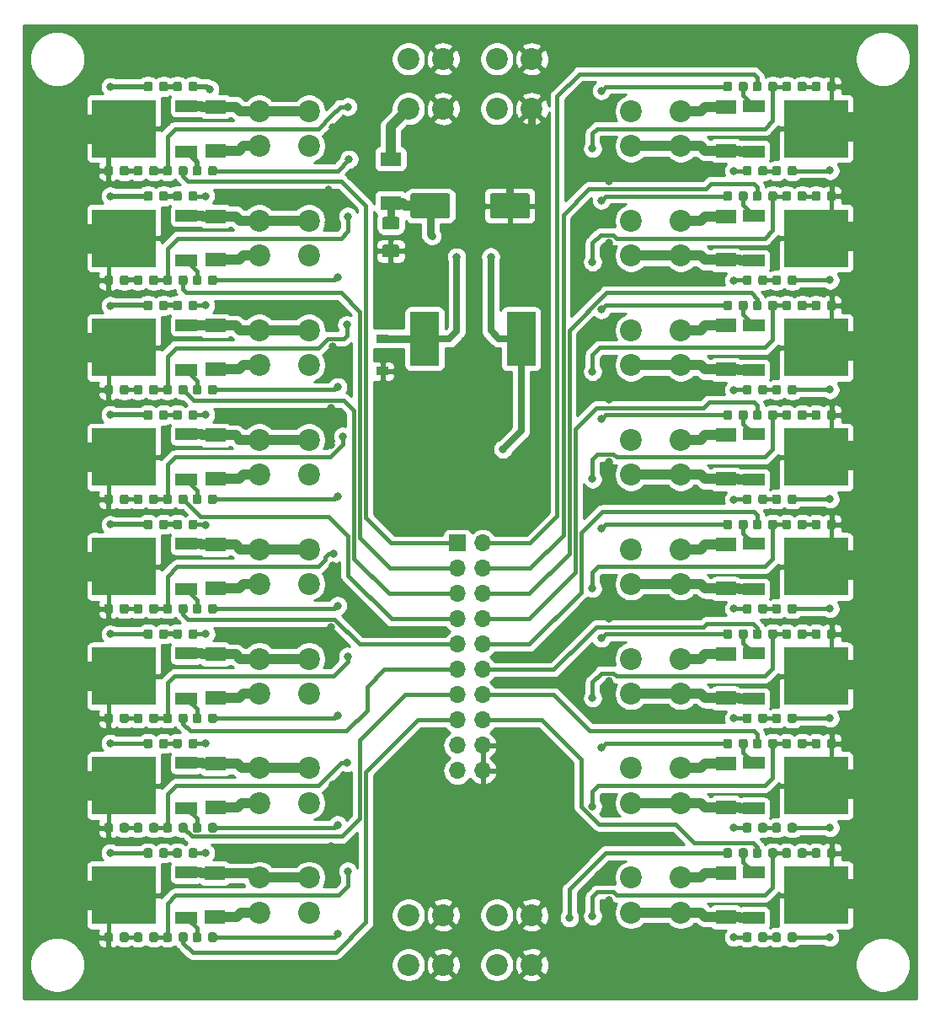
<source format=gbr>
G04 #@! TF.GenerationSoftware,KiCad,Pcbnew,(5.1.0)-1*
G04 #@! TF.CreationDate,2021-04-12T01:11:24+02:00*
G04 #@! TF.ProjectId,Magnetsteuerung,4d61676e-6574-4737-9465-756572756e67,rev?*
G04 #@! TF.SameCoordinates,Original*
G04 #@! TF.FileFunction,Copper,L1,Top*
G04 #@! TF.FilePolarity,Positive*
%FSLAX46Y46*%
G04 Gerber Fmt 4.6, Leading zero omitted, Abs format (unit mm)*
G04 Created by KiCad (PCBNEW (5.1.0)-1) date 2021-04-12 01:11:24*
%MOMM*%
%LPD*%
G04 APERTURE LIST*
%ADD10O,1.700000X1.700000*%
%ADD11R,1.700000X1.700000*%
%ADD12R,2.900000X5.400000*%
%ADD13R,2.100000X1.400000*%
%ADD14C,2.200000*%
%ADD15C,0.100000*%
%ADD16C,0.875000*%
%ADD17R,6.400000X5.800000*%
%ADD18R,2.200000X1.200000*%
%ADD19R,1.200000X0.900000*%
%ADD20C,2.500000*%
%ADD21C,1.250000*%
%ADD22C,0.800000*%
%ADD23C,0.400000*%
%ADD24C,0.500000*%
%ADD25C,1.000000*%
%ADD26C,3.000000*%
%ADD27C,0.800000*%
%ADD28C,0.700000*%
%ADD29C,0.254000*%
G04 APERTURE END LIST*
D10*
X133725000Y-89225000D03*
X133725000Y-96845000D03*
X133725000Y-101925000D03*
X136265000Y-104465000D03*
X133725000Y-107005000D03*
X133725000Y-86685000D03*
X136265000Y-89225000D03*
X133725000Y-91765000D03*
X136265000Y-91765000D03*
X133725000Y-94305000D03*
X136265000Y-94305000D03*
X136265000Y-86685000D03*
D11*
X133725000Y-84145000D03*
D10*
X136265000Y-96845000D03*
X136265000Y-101925000D03*
X133725000Y-104465000D03*
X136265000Y-107005000D03*
X136265000Y-84145000D03*
X133725000Y-99385000D03*
X136265000Y-99385000D03*
D12*
X130425000Y-63600000D03*
X140125000Y-63600000D03*
D13*
X127000000Y-49950000D03*
X127000000Y-45550000D03*
D14*
X151200000Y-99250000D03*
X156200000Y-99250000D03*
X156200000Y-95750000D03*
X151200000Y-95750000D03*
X151200000Y-66250000D03*
X156200000Y-66250000D03*
X156200000Y-62750000D03*
X151200000Y-62750000D03*
X151200000Y-121250000D03*
X156200000Y-121250000D03*
X156200000Y-117750000D03*
X151200000Y-117750000D03*
X151200000Y-88250000D03*
X156200000Y-88250000D03*
X156200000Y-84750000D03*
X151200000Y-84750000D03*
X151200000Y-55250000D03*
X156200000Y-55250000D03*
X156200000Y-51750000D03*
X151200000Y-51750000D03*
X151200000Y-110250000D03*
X156200000Y-110250000D03*
X156200000Y-106750000D03*
X151200000Y-106750000D03*
X137700000Y-35500000D03*
X137700000Y-40500000D03*
X141200000Y-40500000D03*
X141200000Y-35500000D03*
X128800000Y-35500000D03*
X128800000Y-40500000D03*
X132300000Y-40500000D03*
X132300000Y-35500000D03*
X151200000Y-77250000D03*
X156200000Y-77250000D03*
X156200000Y-73750000D03*
X151200000Y-73750000D03*
X151200000Y-44250000D03*
X156200000Y-44250000D03*
X156200000Y-40750000D03*
X151200000Y-40750000D03*
X141200000Y-126500000D03*
X141200000Y-121500000D03*
X137700000Y-121500000D03*
X137700000Y-126500000D03*
X132300000Y-126500000D03*
X132300000Y-121500000D03*
X128800000Y-121500000D03*
X128800000Y-126500000D03*
X118800000Y-40750000D03*
X113800000Y-40750000D03*
X113800000Y-44250000D03*
X118800000Y-44250000D03*
X118800000Y-51750000D03*
X113800000Y-51750000D03*
X113800000Y-55250000D03*
X118800000Y-55250000D03*
X118800000Y-62750000D03*
X113800000Y-62750000D03*
X113800000Y-66250000D03*
X118800000Y-66250000D03*
X118800000Y-73750000D03*
X113800000Y-73750000D03*
X113800000Y-77250000D03*
X118800000Y-77250000D03*
X118800000Y-84750000D03*
X113800000Y-84750000D03*
X113800000Y-88250000D03*
X118800000Y-88250000D03*
X118800000Y-95750000D03*
X113800000Y-95750000D03*
X113800000Y-99250000D03*
X118800000Y-99250000D03*
X118800000Y-106750000D03*
X113800000Y-106750000D03*
X113800000Y-110250000D03*
X118800000Y-110250000D03*
X118800000Y-117750000D03*
X113800000Y-117750000D03*
X113800000Y-121250000D03*
X118800000Y-121250000D03*
D13*
X160700000Y-62300000D03*
X160700000Y-66700000D03*
X160700000Y-51300000D03*
X160700000Y-55700000D03*
X160700000Y-95300000D03*
X160700000Y-99700000D03*
X160700000Y-117300000D03*
X160700000Y-121700000D03*
X160700000Y-84300000D03*
X160700000Y-88700000D03*
X160700000Y-106300000D03*
X160700000Y-110700000D03*
X160700000Y-73300000D03*
X160700000Y-77700000D03*
D15*
G36*
X167617691Y-101256053D02*
G01*
X167638926Y-101259203D01*
X167659750Y-101264419D01*
X167679962Y-101271651D01*
X167699368Y-101280830D01*
X167717781Y-101291866D01*
X167735024Y-101304654D01*
X167750930Y-101319070D01*
X167765346Y-101334976D01*
X167778134Y-101352219D01*
X167789170Y-101370632D01*
X167798349Y-101390038D01*
X167805581Y-101410250D01*
X167810797Y-101431074D01*
X167813947Y-101452309D01*
X167815000Y-101473750D01*
X167815000Y-101986250D01*
X167813947Y-102007691D01*
X167810797Y-102028926D01*
X167805581Y-102049750D01*
X167798349Y-102069962D01*
X167789170Y-102089368D01*
X167778134Y-102107781D01*
X167765346Y-102125024D01*
X167750930Y-102140930D01*
X167735024Y-102155346D01*
X167717781Y-102168134D01*
X167699368Y-102179170D01*
X167679962Y-102188349D01*
X167659750Y-102195581D01*
X167638926Y-102200797D01*
X167617691Y-102203947D01*
X167596250Y-102205000D01*
X167158750Y-102205000D01*
X167137309Y-102203947D01*
X167116074Y-102200797D01*
X167095250Y-102195581D01*
X167075038Y-102188349D01*
X167055632Y-102179170D01*
X167037219Y-102168134D01*
X167019976Y-102155346D01*
X167004070Y-102140930D01*
X166989654Y-102125024D01*
X166976866Y-102107781D01*
X166965830Y-102089368D01*
X166956651Y-102069962D01*
X166949419Y-102049750D01*
X166944203Y-102028926D01*
X166941053Y-102007691D01*
X166940000Y-101986250D01*
X166940000Y-101473750D01*
X166941053Y-101452309D01*
X166944203Y-101431074D01*
X166949419Y-101410250D01*
X166956651Y-101390038D01*
X166965830Y-101370632D01*
X166976866Y-101352219D01*
X166989654Y-101334976D01*
X167004070Y-101319070D01*
X167019976Y-101304654D01*
X167037219Y-101291866D01*
X167055632Y-101280830D01*
X167075038Y-101271651D01*
X167095250Y-101264419D01*
X167116074Y-101259203D01*
X167137309Y-101256053D01*
X167158750Y-101255000D01*
X167596250Y-101255000D01*
X167617691Y-101256053D01*
X167617691Y-101256053D01*
G37*
D16*
X167377500Y-101730000D03*
D15*
G36*
X166042691Y-101256053D02*
G01*
X166063926Y-101259203D01*
X166084750Y-101264419D01*
X166104962Y-101271651D01*
X166124368Y-101280830D01*
X166142781Y-101291866D01*
X166160024Y-101304654D01*
X166175930Y-101319070D01*
X166190346Y-101334976D01*
X166203134Y-101352219D01*
X166214170Y-101370632D01*
X166223349Y-101390038D01*
X166230581Y-101410250D01*
X166235797Y-101431074D01*
X166238947Y-101452309D01*
X166240000Y-101473750D01*
X166240000Y-101986250D01*
X166238947Y-102007691D01*
X166235797Y-102028926D01*
X166230581Y-102049750D01*
X166223349Y-102069962D01*
X166214170Y-102089368D01*
X166203134Y-102107781D01*
X166190346Y-102125024D01*
X166175930Y-102140930D01*
X166160024Y-102155346D01*
X166142781Y-102168134D01*
X166124368Y-102179170D01*
X166104962Y-102188349D01*
X166084750Y-102195581D01*
X166063926Y-102200797D01*
X166042691Y-102203947D01*
X166021250Y-102205000D01*
X165583750Y-102205000D01*
X165562309Y-102203947D01*
X165541074Y-102200797D01*
X165520250Y-102195581D01*
X165500038Y-102188349D01*
X165480632Y-102179170D01*
X165462219Y-102168134D01*
X165444976Y-102155346D01*
X165429070Y-102140930D01*
X165414654Y-102125024D01*
X165401866Y-102107781D01*
X165390830Y-102089368D01*
X165381651Y-102069962D01*
X165374419Y-102049750D01*
X165369203Y-102028926D01*
X165366053Y-102007691D01*
X165365000Y-101986250D01*
X165365000Y-101473750D01*
X165366053Y-101452309D01*
X165369203Y-101431074D01*
X165374419Y-101410250D01*
X165381651Y-101390038D01*
X165390830Y-101370632D01*
X165401866Y-101352219D01*
X165414654Y-101334976D01*
X165429070Y-101319070D01*
X165444976Y-101304654D01*
X165462219Y-101291866D01*
X165480632Y-101280830D01*
X165500038Y-101271651D01*
X165520250Y-101264419D01*
X165541074Y-101259203D01*
X165562309Y-101256053D01*
X165583750Y-101255000D01*
X166021250Y-101255000D01*
X166042691Y-101256053D01*
X166042691Y-101256053D01*
G37*
D16*
X165802500Y-101730000D03*
D15*
G36*
X167617691Y-68256053D02*
G01*
X167638926Y-68259203D01*
X167659750Y-68264419D01*
X167679962Y-68271651D01*
X167699368Y-68280830D01*
X167717781Y-68291866D01*
X167735024Y-68304654D01*
X167750930Y-68319070D01*
X167765346Y-68334976D01*
X167778134Y-68352219D01*
X167789170Y-68370632D01*
X167798349Y-68390038D01*
X167805581Y-68410250D01*
X167810797Y-68431074D01*
X167813947Y-68452309D01*
X167815000Y-68473750D01*
X167815000Y-68986250D01*
X167813947Y-69007691D01*
X167810797Y-69028926D01*
X167805581Y-69049750D01*
X167798349Y-69069962D01*
X167789170Y-69089368D01*
X167778134Y-69107781D01*
X167765346Y-69125024D01*
X167750930Y-69140930D01*
X167735024Y-69155346D01*
X167717781Y-69168134D01*
X167699368Y-69179170D01*
X167679962Y-69188349D01*
X167659750Y-69195581D01*
X167638926Y-69200797D01*
X167617691Y-69203947D01*
X167596250Y-69205000D01*
X167158750Y-69205000D01*
X167137309Y-69203947D01*
X167116074Y-69200797D01*
X167095250Y-69195581D01*
X167075038Y-69188349D01*
X167055632Y-69179170D01*
X167037219Y-69168134D01*
X167019976Y-69155346D01*
X167004070Y-69140930D01*
X166989654Y-69125024D01*
X166976866Y-69107781D01*
X166965830Y-69089368D01*
X166956651Y-69069962D01*
X166949419Y-69049750D01*
X166944203Y-69028926D01*
X166941053Y-69007691D01*
X166940000Y-68986250D01*
X166940000Y-68473750D01*
X166941053Y-68452309D01*
X166944203Y-68431074D01*
X166949419Y-68410250D01*
X166956651Y-68390038D01*
X166965830Y-68370632D01*
X166976866Y-68352219D01*
X166989654Y-68334976D01*
X167004070Y-68319070D01*
X167019976Y-68304654D01*
X167037219Y-68291866D01*
X167055632Y-68280830D01*
X167075038Y-68271651D01*
X167095250Y-68264419D01*
X167116074Y-68259203D01*
X167137309Y-68256053D01*
X167158750Y-68255000D01*
X167596250Y-68255000D01*
X167617691Y-68256053D01*
X167617691Y-68256053D01*
G37*
D16*
X167377500Y-68730000D03*
D15*
G36*
X166042691Y-68256053D02*
G01*
X166063926Y-68259203D01*
X166084750Y-68264419D01*
X166104962Y-68271651D01*
X166124368Y-68280830D01*
X166142781Y-68291866D01*
X166160024Y-68304654D01*
X166175930Y-68319070D01*
X166190346Y-68334976D01*
X166203134Y-68352219D01*
X166214170Y-68370632D01*
X166223349Y-68390038D01*
X166230581Y-68410250D01*
X166235797Y-68431074D01*
X166238947Y-68452309D01*
X166240000Y-68473750D01*
X166240000Y-68986250D01*
X166238947Y-69007691D01*
X166235797Y-69028926D01*
X166230581Y-69049750D01*
X166223349Y-69069962D01*
X166214170Y-69089368D01*
X166203134Y-69107781D01*
X166190346Y-69125024D01*
X166175930Y-69140930D01*
X166160024Y-69155346D01*
X166142781Y-69168134D01*
X166124368Y-69179170D01*
X166104962Y-69188349D01*
X166084750Y-69195581D01*
X166063926Y-69200797D01*
X166042691Y-69203947D01*
X166021250Y-69205000D01*
X165583750Y-69205000D01*
X165562309Y-69203947D01*
X165541074Y-69200797D01*
X165520250Y-69195581D01*
X165500038Y-69188349D01*
X165480632Y-69179170D01*
X165462219Y-69168134D01*
X165444976Y-69155346D01*
X165429070Y-69140930D01*
X165414654Y-69125024D01*
X165401866Y-69107781D01*
X165390830Y-69089368D01*
X165381651Y-69069962D01*
X165374419Y-69049750D01*
X165369203Y-69028926D01*
X165366053Y-69007691D01*
X165365000Y-68986250D01*
X165365000Y-68473750D01*
X165366053Y-68452309D01*
X165369203Y-68431074D01*
X165374419Y-68410250D01*
X165381651Y-68390038D01*
X165390830Y-68370632D01*
X165401866Y-68352219D01*
X165414654Y-68334976D01*
X165429070Y-68319070D01*
X165444976Y-68304654D01*
X165462219Y-68291866D01*
X165480632Y-68280830D01*
X165500038Y-68271651D01*
X165520250Y-68264419D01*
X165541074Y-68259203D01*
X165562309Y-68256053D01*
X165583750Y-68255000D01*
X166021250Y-68255000D01*
X166042691Y-68256053D01*
X166042691Y-68256053D01*
G37*
D16*
X165802500Y-68730000D03*
D15*
G36*
X162702691Y-92796053D02*
G01*
X162723926Y-92799203D01*
X162744750Y-92804419D01*
X162764962Y-92811651D01*
X162784368Y-92820830D01*
X162802781Y-92831866D01*
X162820024Y-92844654D01*
X162835930Y-92859070D01*
X162850346Y-92874976D01*
X162863134Y-92892219D01*
X162874170Y-92910632D01*
X162883349Y-92930038D01*
X162890581Y-92950250D01*
X162895797Y-92971074D01*
X162898947Y-92992309D01*
X162900000Y-93013750D01*
X162900000Y-93526250D01*
X162898947Y-93547691D01*
X162895797Y-93568926D01*
X162890581Y-93589750D01*
X162883349Y-93609962D01*
X162874170Y-93629368D01*
X162863134Y-93647781D01*
X162850346Y-93665024D01*
X162835930Y-93680930D01*
X162820024Y-93695346D01*
X162802781Y-93708134D01*
X162784368Y-93719170D01*
X162764962Y-93728349D01*
X162744750Y-93735581D01*
X162723926Y-93740797D01*
X162702691Y-93743947D01*
X162681250Y-93745000D01*
X162243750Y-93745000D01*
X162222309Y-93743947D01*
X162201074Y-93740797D01*
X162180250Y-93735581D01*
X162160038Y-93728349D01*
X162140632Y-93719170D01*
X162122219Y-93708134D01*
X162104976Y-93695346D01*
X162089070Y-93680930D01*
X162074654Y-93665024D01*
X162061866Y-93647781D01*
X162050830Y-93629368D01*
X162041651Y-93609962D01*
X162034419Y-93589750D01*
X162029203Y-93568926D01*
X162026053Y-93547691D01*
X162025000Y-93526250D01*
X162025000Y-93013750D01*
X162026053Y-92992309D01*
X162029203Y-92971074D01*
X162034419Y-92950250D01*
X162041651Y-92930038D01*
X162050830Y-92910632D01*
X162061866Y-92892219D01*
X162074654Y-92874976D01*
X162089070Y-92859070D01*
X162104976Y-92844654D01*
X162122219Y-92831866D01*
X162140632Y-92820830D01*
X162160038Y-92811651D01*
X162180250Y-92804419D01*
X162201074Y-92799203D01*
X162222309Y-92796053D01*
X162243750Y-92795000D01*
X162681250Y-92795000D01*
X162702691Y-92796053D01*
X162702691Y-92796053D01*
G37*
D16*
X162462500Y-93270000D03*
D15*
G36*
X161127691Y-92796053D02*
G01*
X161148926Y-92799203D01*
X161169750Y-92804419D01*
X161189962Y-92811651D01*
X161209368Y-92820830D01*
X161227781Y-92831866D01*
X161245024Y-92844654D01*
X161260930Y-92859070D01*
X161275346Y-92874976D01*
X161288134Y-92892219D01*
X161299170Y-92910632D01*
X161308349Y-92930038D01*
X161315581Y-92950250D01*
X161320797Y-92971074D01*
X161323947Y-92992309D01*
X161325000Y-93013750D01*
X161325000Y-93526250D01*
X161323947Y-93547691D01*
X161320797Y-93568926D01*
X161315581Y-93589750D01*
X161308349Y-93609962D01*
X161299170Y-93629368D01*
X161288134Y-93647781D01*
X161275346Y-93665024D01*
X161260930Y-93680930D01*
X161245024Y-93695346D01*
X161227781Y-93708134D01*
X161209368Y-93719170D01*
X161189962Y-93728349D01*
X161169750Y-93735581D01*
X161148926Y-93740797D01*
X161127691Y-93743947D01*
X161106250Y-93745000D01*
X160668750Y-93745000D01*
X160647309Y-93743947D01*
X160626074Y-93740797D01*
X160605250Y-93735581D01*
X160585038Y-93728349D01*
X160565632Y-93719170D01*
X160547219Y-93708134D01*
X160529976Y-93695346D01*
X160514070Y-93680930D01*
X160499654Y-93665024D01*
X160486866Y-93647781D01*
X160475830Y-93629368D01*
X160466651Y-93609962D01*
X160459419Y-93589750D01*
X160454203Y-93568926D01*
X160451053Y-93547691D01*
X160450000Y-93526250D01*
X160450000Y-93013750D01*
X160451053Y-92992309D01*
X160454203Y-92971074D01*
X160459419Y-92950250D01*
X160466651Y-92930038D01*
X160475830Y-92910632D01*
X160486866Y-92892219D01*
X160499654Y-92874976D01*
X160514070Y-92859070D01*
X160529976Y-92844654D01*
X160547219Y-92831866D01*
X160565632Y-92820830D01*
X160585038Y-92811651D01*
X160605250Y-92804419D01*
X160626074Y-92799203D01*
X160647309Y-92796053D01*
X160668750Y-92795000D01*
X161106250Y-92795000D01*
X161127691Y-92796053D01*
X161127691Y-92796053D01*
G37*
D16*
X160887500Y-93270000D03*
D15*
G36*
X162702691Y-59796053D02*
G01*
X162723926Y-59799203D01*
X162744750Y-59804419D01*
X162764962Y-59811651D01*
X162784368Y-59820830D01*
X162802781Y-59831866D01*
X162820024Y-59844654D01*
X162835930Y-59859070D01*
X162850346Y-59874976D01*
X162863134Y-59892219D01*
X162874170Y-59910632D01*
X162883349Y-59930038D01*
X162890581Y-59950250D01*
X162895797Y-59971074D01*
X162898947Y-59992309D01*
X162900000Y-60013750D01*
X162900000Y-60526250D01*
X162898947Y-60547691D01*
X162895797Y-60568926D01*
X162890581Y-60589750D01*
X162883349Y-60609962D01*
X162874170Y-60629368D01*
X162863134Y-60647781D01*
X162850346Y-60665024D01*
X162835930Y-60680930D01*
X162820024Y-60695346D01*
X162802781Y-60708134D01*
X162784368Y-60719170D01*
X162764962Y-60728349D01*
X162744750Y-60735581D01*
X162723926Y-60740797D01*
X162702691Y-60743947D01*
X162681250Y-60745000D01*
X162243750Y-60745000D01*
X162222309Y-60743947D01*
X162201074Y-60740797D01*
X162180250Y-60735581D01*
X162160038Y-60728349D01*
X162140632Y-60719170D01*
X162122219Y-60708134D01*
X162104976Y-60695346D01*
X162089070Y-60680930D01*
X162074654Y-60665024D01*
X162061866Y-60647781D01*
X162050830Y-60629368D01*
X162041651Y-60609962D01*
X162034419Y-60589750D01*
X162029203Y-60568926D01*
X162026053Y-60547691D01*
X162025000Y-60526250D01*
X162025000Y-60013750D01*
X162026053Y-59992309D01*
X162029203Y-59971074D01*
X162034419Y-59950250D01*
X162041651Y-59930038D01*
X162050830Y-59910632D01*
X162061866Y-59892219D01*
X162074654Y-59874976D01*
X162089070Y-59859070D01*
X162104976Y-59844654D01*
X162122219Y-59831866D01*
X162140632Y-59820830D01*
X162160038Y-59811651D01*
X162180250Y-59804419D01*
X162201074Y-59799203D01*
X162222309Y-59796053D01*
X162243750Y-59795000D01*
X162681250Y-59795000D01*
X162702691Y-59796053D01*
X162702691Y-59796053D01*
G37*
D16*
X162462500Y-60270000D03*
D15*
G36*
X161127691Y-59796053D02*
G01*
X161148926Y-59799203D01*
X161169750Y-59804419D01*
X161189962Y-59811651D01*
X161209368Y-59820830D01*
X161227781Y-59831866D01*
X161245024Y-59844654D01*
X161260930Y-59859070D01*
X161275346Y-59874976D01*
X161288134Y-59892219D01*
X161299170Y-59910632D01*
X161308349Y-59930038D01*
X161315581Y-59950250D01*
X161320797Y-59971074D01*
X161323947Y-59992309D01*
X161325000Y-60013750D01*
X161325000Y-60526250D01*
X161323947Y-60547691D01*
X161320797Y-60568926D01*
X161315581Y-60589750D01*
X161308349Y-60609962D01*
X161299170Y-60629368D01*
X161288134Y-60647781D01*
X161275346Y-60665024D01*
X161260930Y-60680930D01*
X161245024Y-60695346D01*
X161227781Y-60708134D01*
X161209368Y-60719170D01*
X161189962Y-60728349D01*
X161169750Y-60735581D01*
X161148926Y-60740797D01*
X161127691Y-60743947D01*
X161106250Y-60745000D01*
X160668750Y-60745000D01*
X160647309Y-60743947D01*
X160626074Y-60740797D01*
X160605250Y-60735581D01*
X160585038Y-60728349D01*
X160565632Y-60719170D01*
X160547219Y-60708134D01*
X160529976Y-60695346D01*
X160514070Y-60680930D01*
X160499654Y-60665024D01*
X160486866Y-60647781D01*
X160475830Y-60629368D01*
X160466651Y-60609962D01*
X160459419Y-60589750D01*
X160454203Y-60568926D01*
X160451053Y-60547691D01*
X160450000Y-60526250D01*
X160450000Y-60013750D01*
X160451053Y-59992309D01*
X160454203Y-59971074D01*
X160459419Y-59950250D01*
X160466651Y-59930038D01*
X160475830Y-59910632D01*
X160486866Y-59892219D01*
X160499654Y-59874976D01*
X160514070Y-59859070D01*
X160529976Y-59844654D01*
X160547219Y-59831866D01*
X160565632Y-59820830D01*
X160585038Y-59811651D01*
X160605250Y-59804419D01*
X160626074Y-59799203D01*
X160647309Y-59796053D01*
X160668750Y-59795000D01*
X161106250Y-59795000D01*
X161127691Y-59796053D01*
X161127691Y-59796053D01*
G37*
D16*
X160887500Y-60270000D03*
D15*
G36*
X167047691Y-92796053D02*
G01*
X167068926Y-92799203D01*
X167089750Y-92804419D01*
X167109962Y-92811651D01*
X167129368Y-92820830D01*
X167147781Y-92831866D01*
X167165024Y-92844654D01*
X167180930Y-92859070D01*
X167195346Y-92874976D01*
X167208134Y-92892219D01*
X167219170Y-92910632D01*
X167228349Y-92930038D01*
X167235581Y-92950250D01*
X167240797Y-92971074D01*
X167243947Y-92992309D01*
X167245000Y-93013750D01*
X167245000Y-93526250D01*
X167243947Y-93547691D01*
X167240797Y-93568926D01*
X167235581Y-93589750D01*
X167228349Y-93609962D01*
X167219170Y-93629368D01*
X167208134Y-93647781D01*
X167195346Y-93665024D01*
X167180930Y-93680930D01*
X167165024Y-93695346D01*
X167147781Y-93708134D01*
X167129368Y-93719170D01*
X167109962Y-93728349D01*
X167089750Y-93735581D01*
X167068926Y-93740797D01*
X167047691Y-93743947D01*
X167026250Y-93745000D01*
X166588750Y-93745000D01*
X166567309Y-93743947D01*
X166546074Y-93740797D01*
X166525250Y-93735581D01*
X166505038Y-93728349D01*
X166485632Y-93719170D01*
X166467219Y-93708134D01*
X166449976Y-93695346D01*
X166434070Y-93680930D01*
X166419654Y-93665024D01*
X166406866Y-93647781D01*
X166395830Y-93629368D01*
X166386651Y-93609962D01*
X166379419Y-93589750D01*
X166374203Y-93568926D01*
X166371053Y-93547691D01*
X166370000Y-93526250D01*
X166370000Y-93013750D01*
X166371053Y-92992309D01*
X166374203Y-92971074D01*
X166379419Y-92950250D01*
X166386651Y-92930038D01*
X166395830Y-92910632D01*
X166406866Y-92892219D01*
X166419654Y-92874976D01*
X166434070Y-92859070D01*
X166449976Y-92844654D01*
X166467219Y-92831866D01*
X166485632Y-92820830D01*
X166505038Y-92811651D01*
X166525250Y-92804419D01*
X166546074Y-92799203D01*
X166567309Y-92796053D01*
X166588750Y-92795000D01*
X167026250Y-92795000D01*
X167047691Y-92796053D01*
X167047691Y-92796053D01*
G37*
D16*
X166807500Y-93270000D03*
D15*
G36*
X168622691Y-92796053D02*
G01*
X168643926Y-92799203D01*
X168664750Y-92804419D01*
X168684962Y-92811651D01*
X168704368Y-92820830D01*
X168722781Y-92831866D01*
X168740024Y-92844654D01*
X168755930Y-92859070D01*
X168770346Y-92874976D01*
X168783134Y-92892219D01*
X168794170Y-92910632D01*
X168803349Y-92930038D01*
X168810581Y-92950250D01*
X168815797Y-92971074D01*
X168818947Y-92992309D01*
X168820000Y-93013750D01*
X168820000Y-93526250D01*
X168818947Y-93547691D01*
X168815797Y-93568926D01*
X168810581Y-93589750D01*
X168803349Y-93609962D01*
X168794170Y-93629368D01*
X168783134Y-93647781D01*
X168770346Y-93665024D01*
X168755930Y-93680930D01*
X168740024Y-93695346D01*
X168722781Y-93708134D01*
X168704368Y-93719170D01*
X168684962Y-93728349D01*
X168664750Y-93735581D01*
X168643926Y-93740797D01*
X168622691Y-93743947D01*
X168601250Y-93745000D01*
X168163750Y-93745000D01*
X168142309Y-93743947D01*
X168121074Y-93740797D01*
X168100250Y-93735581D01*
X168080038Y-93728349D01*
X168060632Y-93719170D01*
X168042219Y-93708134D01*
X168024976Y-93695346D01*
X168009070Y-93680930D01*
X167994654Y-93665024D01*
X167981866Y-93647781D01*
X167970830Y-93629368D01*
X167961651Y-93609962D01*
X167954419Y-93589750D01*
X167949203Y-93568926D01*
X167946053Y-93547691D01*
X167945000Y-93526250D01*
X167945000Y-93013750D01*
X167946053Y-92992309D01*
X167949203Y-92971074D01*
X167954419Y-92950250D01*
X167961651Y-92930038D01*
X167970830Y-92910632D01*
X167981866Y-92892219D01*
X167994654Y-92874976D01*
X168009070Y-92859070D01*
X168024976Y-92844654D01*
X168042219Y-92831866D01*
X168060632Y-92820830D01*
X168080038Y-92811651D01*
X168100250Y-92804419D01*
X168121074Y-92799203D01*
X168142309Y-92796053D01*
X168163750Y-92795000D01*
X168601250Y-92795000D01*
X168622691Y-92796053D01*
X168622691Y-92796053D01*
G37*
D16*
X168382500Y-93270000D03*
D15*
G36*
X164087691Y-92796053D02*
G01*
X164108926Y-92799203D01*
X164129750Y-92804419D01*
X164149962Y-92811651D01*
X164169368Y-92820830D01*
X164187781Y-92831866D01*
X164205024Y-92844654D01*
X164220930Y-92859070D01*
X164235346Y-92874976D01*
X164248134Y-92892219D01*
X164259170Y-92910632D01*
X164268349Y-92930038D01*
X164275581Y-92950250D01*
X164280797Y-92971074D01*
X164283947Y-92992309D01*
X164285000Y-93013750D01*
X164285000Y-93526250D01*
X164283947Y-93547691D01*
X164280797Y-93568926D01*
X164275581Y-93589750D01*
X164268349Y-93609962D01*
X164259170Y-93629368D01*
X164248134Y-93647781D01*
X164235346Y-93665024D01*
X164220930Y-93680930D01*
X164205024Y-93695346D01*
X164187781Y-93708134D01*
X164169368Y-93719170D01*
X164149962Y-93728349D01*
X164129750Y-93735581D01*
X164108926Y-93740797D01*
X164087691Y-93743947D01*
X164066250Y-93745000D01*
X163628750Y-93745000D01*
X163607309Y-93743947D01*
X163586074Y-93740797D01*
X163565250Y-93735581D01*
X163545038Y-93728349D01*
X163525632Y-93719170D01*
X163507219Y-93708134D01*
X163489976Y-93695346D01*
X163474070Y-93680930D01*
X163459654Y-93665024D01*
X163446866Y-93647781D01*
X163435830Y-93629368D01*
X163426651Y-93609962D01*
X163419419Y-93589750D01*
X163414203Y-93568926D01*
X163411053Y-93547691D01*
X163410000Y-93526250D01*
X163410000Y-93013750D01*
X163411053Y-92992309D01*
X163414203Y-92971074D01*
X163419419Y-92950250D01*
X163426651Y-92930038D01*
X163435830Y-92910632D01*
X163446866Y-92892219D01*
X163459654Y-92874976D01*
X163474070Y-92859070D01*
X163489976Y-92844654D01*
X163507219Y-92831866D01*
X163525632Y-92820830D01*
X163545038Y-92811651D01*
X163565250Y-92804419D01*
X163586074Y-92799203D01*
X163607309Y-92796053D01*
X163628750Y-92795000D01*
X164066250Y-92795000D01*
X164087691Y-92796053D01*
X164087691Y-92796053D01*
G37*
D16*
X163847500Y-93270000D03*
D15*
G36*
X165662691Y-92796053D02*
G01*
X165683926Y-92799203D01*
X165704750Y-92804419D01*
X165724962Y-92811651D01*
X165744368Y-92820830D01*
X165762781Y-92831866D01*
X165780024Y-92844654D01*
X165795930Y-92859070D01*
X165810346Y-92874976D01*
X165823134Y-92892219D01*
X165834170Y-92910632D01*
X165843349Y-92930038D01*
X165850581Y-92950250D01*
X165855797Y-92971074D01*
X165858947Y-92992309D01*
X165860000Y-93013750D01*
X165860000Y-93526250D01*
X165858947Y-93547691D01*
X165855797Y-93568926D01*
X165850581Y-93589750D01*
X165843349Y-93609962D01*
X165834170Y-93629368D01*
X165823134Y-93647781D01*
X165810346Y-93665024D01*
X165795930Y-93680930D01*
X165780024Y-93695346D01*
X165762781Y-93708134D01*
X165744368Y-93719170D01*
X165724962Y-93728349D01*
X165704750Y-93735581D01*
X165683926Y-93740797D01*
X165662691Y-93743947D01*
X165641250Y-93745000D01*
X165203750Y-93745000D01*
X165182309Y-93743947D01*
X165161074Y-93740797D01*
X165140250Y-93735581D01*
X165120038Y-93728349D01*
X165100632Y-93719170D01*
X165082219Y-93708134D01*
X165064976Y-93695346D01*
X165049070Y-93680930D01*
X165034654Y-93665024D01*
X165021866Y-93647781D01*
X165010830Y-93629368D01*
X165001651Y-93609962D01*
X164994419Y-93589750D01*
X164989203Y-93568926D01*
X164986053Y-93547691D01*
X164985000Y-93526250D01*
X164985000Y-93013750D01*
X164986053Y-92992309D01*
X164989203Y-92971074D01*
X164994419Y-92950250D01*
X165001651Y-92930038D01*
X165010830Y-92910632D01*
X165021866Y-92892219D01*
X165034654Y-92874976D01*
X165049070Y-92859070D01*
X165064976Y-92844654D01*
X165082219Y-92831866D01*
X165100632Y-92820830D01*
X165120038Y-92811651D01*
X165140250Y-92804419D01*
X165161074Y-92799203D01*
X165182309Y-92796053D01*
X165203750Y-92795000D01*
X165641250Y-92795000D01*
X165662691Y-92796053D01*
X165662691Y-92796053D01*
G37*
D16*
X165422500Y-93270000D03*
D15*
G36*
X167047691Y-59796053D02*
G01*
X167068926Y-59799203D01*
X167089750Y-59804419D01*
X167109962Y-59811651D01*
X167129368Y-59820830D01*
X167147781Y-59831866D01*
X167165024Y-59844654D01*
X167180930Y-59859070D01*
X167195346Y-59874976D01*
X167208134Y-59892219D01*
X167219170Y-59910632D01*
X167228349Y-59930038D01*
X167235581Y-59950250D01*
X167240797Y-59971074D01*
X167243947Y-59992309D01*
X167245000Y-60013750D01*
X167245000Y-60526250D01*
X167243947Y-60547691D01*
X167240797Y-60568926D01*
X167235581Y-60589750D01*
X167228349Y-60609962D01*
X167219170Y-60629368D01*
X167208134Y-60647781D01*
X167195346Y-60665024D01*
X167180930Y-60680930D01*
X167165024Y-60695346D01*
X167147781Y-60708134D01*
X167129368Y-60719170D01*
X167109962Y-60728349D01*
X167089750Y-60735581D01*
X167068926Y-60740797D01*
X167047691Y-60743947D01*
X167026250Y-60745000D01*
X166588750Y-60745000D01*
X166567309Y-60743947D01*
X166546074Y-60740797D01*
X166525250Y-60735581D01*
X166505038Y-60728349D01*
X166485632Y-60719170D01*
X166467219Y-60708134D01*
X166449976Y-60695346D01*
X166434070Y-60680930D01*
X166419654Y-60665024D01*
X166406866Y-60647781D01*
X166395830Y-60629368D01*
X166386651Y-60609962D01*
X166379419Y-60589750D01*
X166374203Y-60568926D01*
X166371053Y-60547691D01*
X166370000Y-60526250D01*
X166370000Y-60013750D01*
X166371053Y-59992309D01*
X166374203Y-59971074D01*
X166379419Y-59950250D01*
X166386651Y-59930038D01*
X166395830Y-59910632D01*
X166406866Y-59892219D01*
X166419654Y-59874976D01*
X166434070Y-59859070D01*
X166449976Y-59844654D01*
X166467219Y-59831866D01*
X166485632Y-59820830D01*
X166505038Y-59811651D01*
X166525250Y-59804419D01*
X166546074Y-59799203D01*
X166567309Y-59796053D01*
X166588750Y-59795000D01*
X167026250Y-59795000D01*
X167047691Y-59796053D01*
X167047691Y-59796053D01*
G37*
D16*
X166807500Y-60270000D03*
D15*
G36*
X168622691Y-59796053D02*
G01*
X168643926Y-59799203D01*
X168664750Y-59804419D01*
X168684962Y-59811651D01*
X168704368Y-59820830D01*
X168722781Y-59831866D01*
X168740024Y-59844654D01*
X168755930Y-59859070D01*
X168770346Y-59874976D01*
X168783134Y-59892219D01*
X168794170Y-59910632D01*
X168803349Y-59930038D01*
X168810581Y-59950250D01*
X168815797Y-59971074D01*
X168818947Y-59992309D01*
X168820000Y-60013750D01*
X168820000Y-60526250D01*
X168818947Y-60547691D01*
X168815797Y-60568926D01*
X168810581Y-60589750D01*
X168803349Y-60609962D01*
X168794170Y-60629368D01*
X168783134Y-60647781D01*
X168770346Y-60665024D01*
X168755930Y-60680930D01*
X168740024Y-60695346D01*
X168722781Y-60708134D01*
X168704368Y-60719170D01*
X168684962Y-60728349D01*
X168664750Y-60735581D01*
X168643926Y-60740797D01*
X168622691Y-60743947D01*
X168601250Y-60745000D01*
X168163750Y-60745000D01*
X168142309Y-60743947D01*
X168121074Y-60740797D01*
X168100250Y-60735581D01*
X168080038Y-60728349D01*
X168060632Y-60719170D01*
X168042219Y-60708134D01*
X168024976Y-60695346D01*
X168009070Y-60680930D01*
X167994654Y-60665024D01*
X167981866Y-60647781D01*
X167970830Y-60629368D01*
X167961651Y-60609962D01*
X167954419Y-60589750D01*
X167949203Y-60568926D01*
X167946053Y-60547691D01*
X167945000Y-60526250D01*
X167945000Y-60013750D01*
X167946053Y-59992309D01*
X167949203Y-59971074D01*
X167954419Y-59950250D01*
X167961651Y-59930038D01*
X167970830Y-59910632D01*
X167981866Y-59892219D01*
X167994654Y-59874976D01*
X168009070Y-59859070D01*
X168024976Y-59844654D01*
X168042219Y-59831866D01*
X168060632Y-59820830D01*
X168080038Y-59811651D01*
X168100250Y-59804419D01*
X168121074Y-59799203D01*
X168142309Y-59796053D01*
X168163750Y-59795000D01*
X168601250Y-59795000D01*
X168622691Y-59796053D01*
X168622691Y-59796053D01*
G37*
D16*
X168382500Y-60270000D03*
D15*
G36*
X164087691Y-59796053D02*
G01*
X164108926Y-59799203D01*
X164129750Y-59804419D01*
X164149962Y-59811651D01*
X164169368Y-59820830D01*
X164187781Y-59831866D01*
X164205024Y-59844654D01*
X164220930Y-59859070D01*
X164235346Y-59874976D01*
X164248134Y-59892219D01*
X164259170Y-59910632D01*
X164268349Y-59930038D01*
X164275581Y-59950250D01*
X164280797Y-59971074D01*
X164283947Y-59992309D01*
X164285000Y-60013750D01*
X164285000Y-60526250D01*
X164283947Y-60547691D01*
X164280797Y-60568926D01*
X164275581Y-60589750D01*
X164268349Y-60609962D01*
X164259170Y-60629368D01*
X164248134Y-60647781D01*
X164235346Y-60665024D01*
X164220930Y-60680930D01*
X164205024Y-60695346D01*
X164187781Y-60708134D01*
X164169368Y-60719170D01*
X164149962Y-60728349D01*
X164129750Y-60735581D01*
X164108926Y-60740797D01*
X164087691Y-60743947D01*
X164066250Y-60745000D01*
X163628750Y-60745000D01*
X163607309Y-60743947D01*
X163586074Y-60740797D01*
X163565250Y-60735581D01*
X163545038Y-60728349D01*
X163525632Y-60719170D01*
X163507219Y-60708134D01*
X163489976Y-60695346D01*
X163474070Y-60680930D01*
X163459654Y-60665024D01*
X163446866Y-60647781D01*
X163435830Y-60629368D01*
X163426651Y-60609962D01*
X163419419Y-60589750D01*
X163414203Y-60568926D01*
X163411053Y-60547691D01*
X163410000Y-60526250D01*
X163410000Y-60013750D01*
X163411053Y-59992309D01*
X163414203Y-59971074D01*
X163419419Y-59950250D01*
X163426651Y-59930038D01*
X163435830Y-59910632D01*
X163446866Y-59892219D01*
X163459654Y-59874976D01*
X163474070Y-59859070D01*
X163489976Y-59844654D01*
X163507219Y-59831866D01*
X163525632Y-59820830D01*
X163545038Y-59811651D01*
X163565250Y-59804419D01*
X163586074Y-59799203D01*
X163607309Y-59796053D01*
X163628750Y-59795000D01*
X164066250Y-59795000D01*
X164087691Y-59796053D01*
X164087691Y-59796053D01*
G37*
D16*
X163847500Y-60270000D03*
D15*
G36*
X165662691Y-59796053D02*
G01*
X165683926Y-59799203D01*
X165704750Y-59804419D01*
X165724962Y-59811651D01*
X165744368Y-59820830D01*
X165762781Y-59831866D01*
X165780024Y-59844654D01*
X165795930Y-59859070D01*
X165810346Y-59874976D01*
X165823134Y-59892219D01*
X165834170Y-59910632D01*
X165843349Y-59930038D01*
X165850581Y-59950250D01*
X165855797Y-59971074D01*
X165858947Y-59992309D01*
X165860000Y-60013750D01*
X165860000Y-60526250D01*
X165858947Y-60547691D01*
X165855797Y-60568926D01*
X165850581Y-60589750D01*
X165843349Y-60609962D01*
X165834170Y-60629368D01*
X165823134Y-60647781D01*
X165810346Y-60665024D01*
X165795930Y-60680930D01*
X165780024Y-60695346D01*
X165762781Y-60708134D01*
X165744368Y-60719170D01*
X165724962Y-60728349D01*
X165704750Y-60735581D01*
X165683926Y-60740797D01*
X165662691Y-60743947D01*
X165641250Y-60745000D01*
X165203750Y-60745000D01*
X165182309Y-60743947D01*
X165161074Y-60740797D01*
X165140250Y-60735581D01*
X165120038Y-60728349D01*
X165100632Y-60719170D01*
X165082219Y-60708134D01*
X165064976Y-60695346D01*
X165049070Y-60680930D01*
X165034654Y-60665024D01*
X165021866Y-60647781D01*
X165010830Y-60629368D01*
X165001651Y-60609962D01*
X164994419Y-60589750D01*
X164989203Y-60568926D01*
X164986053Y-60547691D01*
X164985000Y-60526250D01*
X164985000Y-60013750D01*
X164986053Y-59992309D01*
X164989203Y-59971074D01*
X164994419Y-59950250D01*
X165001651Y-59930038D01*
X165010830Y-59910632D01*
X165021866Y-59892219D01*
X165034654Y-59874976D01*
X165049070Y-59859070D01*
X165064976Y-59844654D01*
X165082219Y-59831866D01*
X165100632Y-59820830D01*
X165120038Y-59811651D01*
X165140250Y-59804419D01*
X165161074Y-59799203D01*
X165182309Y-59796053D01*
X165203750Y-59795000D01*
X165641250Y-59795000D01*
X165662691Y-59796053D01*
X165662691Y-59796053D01*
G37*
D16*
X165422500Y-60270000D03*
D15*
G36*
X167617691Y-123256053D02*
G01*
X167638926Y-123259203D01*
X167659750Y-123264419D01*
X167679962Y-123271651D01*
X167699368Y-123280830D01*
X167717781Y-123291866D01*
X167735024Y-123304654D01*
X167750930Y-123319070D01*
X167765346Y-123334976D01*
X167778134Y-123352219D01*
X167789170Y-123370632D01*
X167798349Y-123390038D01*
X167805581Y-123410250D01*
X167810797Y-123431074D01*
X167813947Y-123452309D01*
X167815000Y-123473750D01*
X167815000Y-123986250D01*
X167813947Y-124007691D01*
X167810797Y-124028926D01*
X167805581Y-124049750D01*
X167798349Y-124069962D01*
X167789170Y-124089368D01*
X167778134Y-124107781D01*
X167765346Y-124125024D01*
X167750930Y-124140930D01*
X167735024Y-124155346D01*
X167717781Y-124168134D01*
X167699368Y-124179170D01*
X167679962Y-124188349D01*
X167659750Y-124195581D01*
X167638926Y-124200797D01*
X167617691Y-124203947D01*
X167596250Y-124205000D01*
X167158750Y-124205000D01*
X167137309Y-124203947D01*
X167116074Y-124200797D01*
X167095250Y-124195581D01*
X167075038Y-124188349D01*
X167055632Y-124179170D01*
X167037219Y-124168134D01*
X167019976Y-124155346D01*
X167004070Y-124140930D01*
X166989654Y-124125024D01*
X166976866Y-124107781D01*
X166965830Y-124089368D01*
X166956651Y-124069962D01*
X166949419Y-124049750D01*
X166944203Y-124028926D01*
X166941053Y-124007691D01*
X166940000Y-123986250D01*
X166940000Y-123473750D01*
X166941053Y-123452309D01*
X166944203Y-123431074D01*
X166949419Y-123410250D01*
X166956651Y-123390038D01*
X166965830Y-123370632D01*
X166976866Y-123352219D01*
X166989654Y-123334976D01*
X167004070Y-123319070D01*
X167019976Y-123304654D01*
X167037219Y-123291866D01*
X167055632Y-123280830D01*
X167075038Y-123271651D01*
X167095250Y-123264419D01*
X167116074Y-123259203D01*
X167137309Y-123256053D01*
X167158750Y-123255000D01*
X167596250Y-123255000D01*
X167617691Y-123256053D01*
X167617691Y-123256053D01*
G37*
D16*
X167377500Y-123730000D03*
D15*
G36*
X166042691Y-123256053D02*
G01*
X166063926Y-123259203D01*
X166084750Y-123264419D01*
X166104962Y-123271651D01*
X166124368Y-123280830D01*
X166142781Y-123291866D01*
X166160024Y-123304654D01*
X166175930Y-123319070D01*
X166190346Y-123334976D01*
X166203134Y-123352219D01*
X166214170Y-123370632D01*
X166223349Y-123390038D01*
X166230581Y-123410250D01*
X166235797Y-123431074D01*
X166238947Y-123452309D01*
X166240000Y-123473750D01*
X166240000Y-123986250D01*
X166238947Y-124007691D01*
X166235797Y-124028926D01*
X166230581Y-124049750D01*
X166223349Y-124069962D01*
X166214170Y-124089368D01*
X166203134Y-124107781D01*
X166190346Y-124125024D01*
X166175930Y-124140930D01*
X166160024Y-124155346D01*
X166142781Y-124168134D01*
X166124368Y-124179170D01*
X166104962Y-124188349D01*
X166084750Y-124195581D01*
X166063926Y-124200797D01*
X166042691Y-124203947D01*
X166021250Y-124205000D01*
X165583750Y-124205000D01*
X165562309Y-124203947D01*
X165541074Y-124200797D01*
X165520250Y-124195581D01*
X165500038Y-124188349D01*
X165480632Y-124179170D01*
X165462219Y-124168134D01*
X165444976Y-124155346D01*
X165429070Y-124140930D01*
X165414654Y-124125024D01*
X165401866Y-124107781D01*
X165390830Y-124089368D01*
X165381651Y-124069962D01*
X165374419Y-124049750D01*
X165369203Y-124028926D01*
X165366053Y-124007691D01*
X165365000Y-123986250D01*
X165365000Y-123473750D01*
X165366053Y-123452309D01*
X165369203Y-123431074D01*
X165374419Y-123410250D01*
X165381651Y-123390038D01*
X165390830Y-123370632D01*
X165401866Y-123352219D01*
X165414654Y-123334976D01*
X165429070Y-123319070D01*
X165444976Y-123304654D01*
X165462219Y-123291866D01*
X165480632Y-123280830D01*
X165500038Y-123271651D01*
X165520250Y-123264419D01*
X165541074Y-123259203D01*
X165562309Y-123256053D01*
X165583750Y-123255000D01*
X166021250Y-123255000D01*
X166042691Y-123256053D01*
X166042691Y-123256053D01*
G37*
D16*
X165802500Y-123730000D03*
D15*
G36*
X167617691Y-90256053D02*
G01*
X167638926Y-90259203D01*
X167659750Y-90264419D01*
X167679962Y-90271651D01*
X167699368Y-90280830D01*
X167717781Y-90291866D01*
X167735024Y-90304654D01*
X167750930Y-90319070D01*
X167765346Y-90334976D01*
X167778134Y-90352219D01*
X167789170Y-90370632D01*
X167798349Y-90390038D01*
X167805581Y-90410250D01*
X167810797Y-90431074D01*
X167813947Y-90452309D01*
X167815000Y-90473750D01*
X167815000Y-90986250D01*
X167813947Y-91007691D01*
X167810797Y-91028926D01*
X167805581Y-91049750D01*
X167798349Y-91069962D01*
X167789170Y-91089368D01*
X167778134Y-91107781D01*
X167765346Y-91125024D01*
X167750930Y-91140930D01*
X167735024Y-91155346D01*
X167717781Y-91168134D01*
X167699368Y-91179170D01*
X167679962Y-91188349D01*
X167659750Y-91195581D01*
X167638926Y-91200797D01*
X167617691Y-91203947D01*
X167596250Y-91205000D01*
X167158750Y-91205000D01*
X167137309Y-91203947D01*
X167116074Y-91200797D01*
X167095250Y-91195581D01*
X167075038Y-91188349D01*
X167055632Y-91179170D01*
X167037219Y-91168134D01*
X167019976Y-91155346D01*
X167004070Y-91140930D01*
X166989654Y-91125024D01*
X166976866Y-91107781D01*
X166965830Y-91089368D01*
X166956651Y-91069962D01*
X166949419Y-91049750D01*
X166944203Y-91028926D01*
X166941053Y-91007691D01*
X166940000Y-90986250D01*
X166940000Y-90473750D01*
X166941053Y-90452309D01*
X166944203Y-90431074D01*
X166949419Y-90410250D01*
X166956651Y-90390038D01*
X166965830Y-90370632D01*
X166976866Y-90352219D01*
X166989654Y-90334976D01*
X167004070Y-90319070D01*
X167019976Y-90304654D01*
X167037219Y-90291866D01*
X167055632Y-90280830D01*
X167075038Y-90271651D01*
X167095250Y-90264419D01*
X167116074Y-90259203D01*
X167137309Y-90256053D01*
X167158750Y-90255000D01*
X167596250Y-90255000D01*
X167617691Y-90256053D01*
X167617691Y-90256053D01*
G37*
D16*
X167377500Y-90730000D03*
D15*
G36*
X166042691Y-90256053D02*
G01*
X166063926Y-90259203D01*
X166084750Y-90264419D01*
X166104962Y-90271651D01*
X166124368Y-90280830D01*
X166142781Y-90291866D01*
X166160024Y-90304654D01*
X166175930Y-90319070D01*
X166190346Y-90334976D01*
X166203134Y-90352219D01*
X166214170Y-90370632D01*
X166223349Y-90390038D01*
X166230581Y-90410250D01*
X166235797Y-90431074D01*
X166238947Y-90452309D01*
X166240000Y-90473750D01*
X166240000Y-90986250D01*
X166238947Y-91007691D01*
X166235797Y-91028926D01*
X166230581Y-91049750D01*
X166223349Y-91069962D01*
X166214170Y-91089368D01*
X166203134Y-91107781D01*
X166190346Y-91125024D01*
X166175930Y-91140930D01*
X166160024Y-91155346D01*
X166142781Y-91168134D01*
X166124368Y-91179170D01*
X166104962Y-91188349D01*
X166084750Y-91195581D01*
X166063926Y-91200797D01*
X166042691Y-91203947D01*
X166021250Y-91205000D01*
X165583750Y-91205000D01*
X165562309Y-91203947D01*
X165541074Y-91200797D01*
X165520250Y-91195581D01*
X165500038Y-91188349D01*
X165480632Y-91179170D01*
X165462219Y-91168134D01*
X165444976Y-91155346D01*
X165429070Y-91140930D01*
X165414654Y-91125024D01*
X165401866Y-91107781D01*
X165390830Y-91089368D01*
X165381651Y-91069962D01*
X165374419Y-91049750D01*
X165369203Y-91028926D01*
X165366053Y-91007691D01*
X165365000Y-90986250D01*
X165365000Y-90473750D01*
X165366053Y-90452309D01*
X165369203Y-90431074D01*
X165374419Y-90410250D01*
X165381651Y-90390038D01*
X165390830Y-90370632D01*
X165401866Y-90352219D01*
X165414654Y-90334976D01*
X165429070Y-90319070D01*
X165444976Y-90304654D01*
X165462219Y-90291866D01*
X165480632Y-90280830D01*
X165500038Y-90271651D01*
X165520250Y-90264419D01*
X165541074Y-90259203D01*
X165562309Y-90256053D01*
X165583750Y-90255000D01*
X166021250Y-90255000D01*
X166042691Y-90256053D01*
X166042691Y-90256053D01*
G37*
D16*
X165802500Y-90730000D03*
D15*
G36*
X167617691Y-57256053D02*
G01*
X167638926Y-57259203D01*
X167659750Y-57264419D01*
X167679962Y-57271651D01*
X167699368Y-57280830D01*
X167717781Y-57291866D01*
X167735024Y-57304654D01*
X167750930Y-57319070D01*
X167765346Y-57334976D01*
X167778134Y-57352219D01*
X167789170Y-57370632D01*
X167798349Y-57390038D01*
X167805581Y-57410250D01*
X167810797Y-57431074D01*
X167813947Y-57452309D01*
X167815000Y-57473750D01*
X167815000Y-57986250D01*
X167813947Y-58007691D01*
X167810797Y-58028926D01*
X167805581Y-58049750D01*
X167798349Y-58069962D01*
X167789170Y-58089368D01*
X167778134Y-58107781D01*
X167765346Y-58125024D01*
X167750930Y-58140930D01*
X167735024Y-58155346D01*
X167717781Y-58168134D01*
X167699368Y-58179170D01*
X167679962Y-58188349D01*
X167659750Y-58195581D01*
X167638926Y-58200797D01*
X167617691Y-58203947D01*
X167596250Y-58205000D01*
X167158750Y-58205000D01*
X167137309Y-58203947D01*
X167116074Y-58200797D01*
X167095250Y-58195581D01*
X167075038Y-58188349D01*
X167055632Y-58179170D01*
X167037219Y-58168134D01*
X167019976Y-58155346D01*
X167004070Y-58140930D01*
X166989654Y-58125024D01*
X166976866Y-58107781D01*
X166965830Y-58089368D01*
X166956651Y-58069962D01*
X166949419Y-58049750D01*
X166944203Y-58028926D01*
X166941053Y-58007691D01*
X166940000Y-57986250D01*
X166940000Y-57473750D01*
X166941053Y-57452309D01*
X166944203Y-57431074D01*
X166949419Y-57410250D01*
X166956651Y-57390038D01*
X166965830Y-57370632D01*
X166976866Y-57352219D01*
X166989654Y-57334976D01*
X167004070Y-57319070D01*
X167019976Y-57304654D01*
X167037219Y-57291866D01*
X167055632Y-57280830D01*
X167075038Y-57271651D01*
X167095250Y-57264419D01*
X167116074Y-57259203D01*
X167137309Y-57256053D01*
X167158750Y-57255000D01*
X167596250Y-57255000D01*
X167617691Y-57256053D01*
X167617691Y-57256053D01*
G37*
D16*
X167377500Y-57730000D03*
D15*
G36*
X166042691Y-57256053D02*
G01*
X166063926Y-57259203D01*
X166084750Y-57264419D01*
X166104962Y-57271651D01*
X166124368Y-57280830D01*
X166142781Y-57291866D01*
X166160024Y-57304654D01*
X166175930Y-57319070D01*
X166190346Y-57334976D01*
X166203134Y-57352219D01*
X166214170Y-57370632D01*
X166223349Y-57390038D01*
X166230581Y-57410250D01*
X166235797Y-57431074D01*
X166238947Y-57452309D01*
X166240000Y-57473750D01*
X166240000Y-57986250D01*
X166238947Y-58007691D01*
X166235797Y-58028926D01*
X166230581Y-58049750D01*
X166223349Y-58069962D01*
X166214170Y-58089368D01*
X166203134Y-58107781D01*
X166190346Y-58125024D01*
X166175930Y-58140930D01*
X166160024Y-58155346D01*
X166142781Y-58168134D01*
X166124368Y-58179170D01*
X166104962Y-58188349D01*
X166084750Y-58195581D01*
X166063926Y-58200797D01*
X166042691Y-58203947D01*
X166021250Y-58205000D01*
X165583750Y-58205000D01*
X165562309Y-58203947D01*
X165541074Y-58200797D01*
X165520250Y-58195581D01*
X165500038Y-58188349D01*
X165480632Y-58179170D01*
X165462219Y-58168134D01*
X165444976Y-58155346D01*
X165429070Y-58140930D01*
X165414654Y-58125024D01*
X165401866Y-58107781D01*
X165390830Y-58089368D01*
X165381651Y-58069962D01*
X165374419Y-58049750D01*
X165369203Y-58028926D01*
X165366053Y-58007691D01*
X165365000Y-57986250D01*
X165365000Y-57473750D01*
X165366053Y-57452309D01*
X165369203Y-57431074D01*
X165374419Y-57410250D01*
X165381651Y-57390038D01*
X165390830Y-57370632D01*
X165401866Y-57352219D01*
X165414654Y-57334976D01*
X165429070Y-57319070D01*
X165444976Y-57304654D01*
X165462219Y-57291866D01*
X165480632Y-57280830D01*
X165500038Y-57271651D01*
X165520250Y-57264419D01*
X165541074Y-57259203D01*
X165562309Y-57256053D01*
X165583750Y-57255000D01*
X166021250Y-57255000D01*
X166042691Y-57256053D01*
X166042691Y-57256053D01*
G37*
D16*
X165802500Y-57730000D03*
D15*
G36*
X162702691Y-114796053D02*
G01*
X162723926Y-114799203D01*
X162744750Y-114804419D01*
X162764962Y-114811651D01*
X162784368Y-114820830D01*
X162802781Y-114831866D01*
X162820024Y-114844654D01*
X162835930Y-114859070D01*
X162850346Y-114874976D01*
X162863134Y-114892219D01*
X162874170Y-114910632D01*
X162883349Y-114930038D01*
X162890581Y-114950250D01*
X162895797Y-114971074D01*
X162898947Y-114992309D01*
X162900000Y-115013750D01*
X162900000Y-115526250D01*
X162898947Y-115547691D01*
X162895797Y-115568926D01*
X162890581Y-115589750D01*
X162883349Y-115609962D01*
X162874170Y-115629368D01*
X162863134Y-115647781D01*
X162850346Y-115665024D01*
X162835930Y-115680930D01*
X162820024Y-115695346D01*
X162802781Y-115708134D01*
X162784368Y-115719170D01*
X162764962Y-115728349D01*
X162744750Y-115735581D01*
X162723926Y-115740797D01*
X162702691Y-115743947D01*
X162681250Y-115745000D01*
X162243750Y-115745000D01*
X162222309Y-115743947D01*
X162201074Y-115740797D01*
X162180250Y-115735581D01*
X162160038Y-115728349D01*
X162140632Y-115719170D01*
X162122219Y-115708134D01*
X162104976Y-115695346D01*
X162089070Y-115680930D01*
X162074654Y-115665024D01*
X162061866Y-115647781D01*
X162050830Y-115629368D01*
X162041651Y-115609962D01*
X162034419Y-115589750D01*
X162029203Y-115568926D01*
X162026053Y-115547691D01*
X162025000Y-115526250D01*
X162025000Y-115013750D01*
X162026053Y-114992309D01*
X162029203Y-114971074D01*
X162034419Y-114950250D01*
X162041651Y-114930038D01*
X162050830Y-114910632D01*
X162061866Y-114892219D01*
X162074654Y-114874976D01*
X162089070Y-114859070D01*
X162104976Y-114844654D01*
X162122219Y-114831866D01*
X162140632Y-114820830D01*
X162160038Y-114811651D01*
X162180250Y-114804419D01*
X162201074Y-114799203D01*
X162222309Y-114796053D01*
X162243750Y-114795000D01*
X162681250Y-114795000D01*
X162702691Y-114796053D01*
X162702691Y-114796053D01*
G37*
D16*
X162462500Y-115270000D03*
D15*
G36*
X161127691Y-114796053D02*
G01*
X161148926Y-114799203D01*
X161169750Y-114804419D01*
X161189962Y-114811651D01*
X161209368Y-114820830D01*
X161227781Y-114831866D01*
X161245024Y-114844654D01*
X161260930Y-114859070D01*
X161275346Y-114874976D01*
X161288134Y-114892219D01*
X161299170Y-114910632D01*
X161308349Y-114930038D01*
X161315581Y-114950250D01*
X161320797Y-114971074D01*
X161323947Y-114992309D01*
X161325000Y-115013750D01*
X161325000Y-115526250D01*
X161323947Y-115547691D01*
X161320797Y-115568926D01*
X161315581Y-115589750D01*
X161308349Y-115609962D01*
X161299170Y-115629368D01*
X161288134Y-115647781D01*
X161275346Y-115665024D01*
X161260930Y-115680930D01*
X161245024Y-115695346D01*
X161227781Y-115708134D01*
X161209368Y-115719170D01*
X161189962Y-115728349D01*
X161169750Y-115735581D01*
X161148926Y-115740797D01*
X161127691Y-115743947D01*
X161106250Y-115745000D01*
X160668750Y-115745000D01*
X160647309Y-115743947D01*
X160626074Y-115740797D01*
X160605250Y-115735581D01*
X160585038Y-115728349D01*
X160565632Y-115719170D01*
X160547219Y-115708134D01*
X160529976Y-115695346D01*
X160514070Y-115680930D01*
X160499654Y-115665024D01*
X160486866Y-115647781D01*
X160475830Y-115629368D01*
X160466651Y-115609962D01*
X160459419Y-115589750D01*
X160454203Y-115568926D01*
X160451053Y-115547691D01*
X160450000Y-115526250D01*
X160450000Y-115013750D01*
X160451053Y-114992309D01*
X160454203Y-114971074D01*
X160459419Y-114950250D01*
X160466651Y-114930038D01*
X160475830Y-114910632D01*
X160486866Y-114892219D01*
X160499654Y-114874976D01*
X160514070Y-114859070D01*
X160529976Y-114844654D01*
X160547219Y-114831866D01*
X160565632Y-114820830D01*
X160585038Y-114811651D01*
X160605250Y-114804419D01*
X160626074Y-114799203D01*
X160647309Y-114796053D01*
X160668750Y-114795000D01*
X161106250Y-114795000D01*
X161127691Y-114796053D01*
X161127691Y-114796053D01*
G37*
D16*
X160887500Y-115270000D03*
D15*
G36*
X162702691Y-81796053D02*
G01*
X162723926Y-81799203D01*
X162744750Y-81804419D01*
X162764962Y-81811651D01*
X162784368Y-81820830D01*
X162802781Y-81831866D01*
X162820024Y-81844654D01*
X162835930Y-81859070D01*
X162850346Y-81874976D01*
X162863134Y-81892219D01*
X162874170Y-81910632D01*
X162883349Y-81930038D01*
X162890581Y-81950250D01*
X162895797Y-81971074D01*
X162898947Y-81992309D01*
X162900000Y-82013750D01*
X162900000Y-82526250D01*
X162898947Y-82547691D01*
X162895797Y-82568926D01*
X162890581Y-82589750D01*
X162883349Y-82609962D01*
X162874170Y-82629368D01*
X162863134Y-82647781D01*
X162850346Y-82665024D01*
X162835930Y-82680930D01*
X162820024Y-82695346D01*
X162802781Y-82708134D01*
X162784368Y-82719170D01*
X162764962Y-82728349D01*
X162744750Y-82735581D01*
X162723926Y-82740797D01*
X162702691Y-82743947D01*
X162681250Y-82745000D01*
X162243750Y-82745000D01*
X162222309Y-82743947D01*
X162201074Y-82740797D01*
X162180250Y-82735581D01*
X162160038Y-82728349D01*
X162140632Y-82719170D01*
X162122219Y-82708134D01*
X162104976Y-82695346D01*
X162089070Y-82680930D01*
X162074654Y-82665024D01*
X162061866Y-82647781D01*
X162050830Y-82629368D01*
X162041651Y-82609962D01*
X162034419Y-82589750D01*
X162029203Y-82568926D01*
X162026053Y-82547691D01*
X162025000Y-82526250D01*
X162025000Y-82013750D01*
X162026053Y-81992309D01*
X162029203Y-81971074D01*
X162034419Y-81950250D01*
X162041651Y-81930038D01*
X162050830Y-81910632D01*
X162061866Y-81892219D01*
X162074654Y-81874976D01*
X162089070Y-81859070D01*
X162104976Y-81844654D01*
X162122219Y-81831866D01*
X162140632Y-81820830D01*
X162160038Y-81811651D01*
X162180250Y-81804419D01*
X162201074Y-81799203D01*
X162222309Y-81796053D01*
X162243750Y-81795000D01*
X162681250Y-81795000D01*
X162702691Y-81796053D01*
X162702691Y-81796053D01*
G37*
D16*
X162462500Y-82270000D03*
D15*
G36*
X161127691Y-81796053D02*
G01*
X161148926Y-81799203D01*
X161169750Y-81804419D01*
X161189962Y-81811651D01*
X161209368Y-81820830D01*
X161227781Y-81831866D01*
X161245024Y-81844654D01*
X161260930Y-81859070D01*
X161275346Y-81874976D01*
X161288134Y-81892219D01*
X161299170Y-81910632D01*
X161308349Y-81930038D01*
X161315581Y-81950250D01*
X161320797Y-81971074D01*
X161323947Y-81992309D01*
X161325000Y-82013750D01*
X161325000Y-82526250D01*
X161323947Y-82547691D01*
X161320797Y-82568926D01*
X161315581Y-82589750D01*
X161308349Y-82609962D01*
X161299170Y-82629368D01*
X161288134Y-82647781D01*
X161275346Y-82665024D01*
X161260930Y-82680930D01*
X161245024Y-82695346D01*
X161227781Y-82708134D01*
X161209368Y-82719170D01*
X161189962Y-82728349D01*
X161169750Y-82735581D01*
X161148926Y-82740797D01*
X161127691Y-82743947D01*
X161106250Y-82745000D01*
X160668750Y-82745000D01*
X160647309Y-82743947D01*
X160626074Y-82740797D01*
X160605250Y-82735581D01*
X160585038Y-82728349D01*
X160565632Y-82719170D01*
X160547219Y-82708134D01*
X160529976Y-82695346D01*
X160514070Y-82680930D01*
X160499654Y-82665024D01*
X160486866Y-82647781D01*
X160475830Y-82629368D01*
X160466651Y-82609962D01*
X160459419Y-82589750D01*
X160454203Y-82568926D01*
X160451053Y-82547691D01*
X160450000Y-82526250D01*
X160450000Y-82013750D01*
X160451053Y-81992309D01*
X160454203Y-81971074D01*
X160459419Y-81950250D01*
X160466651Y-81930038D01*
X160475830Y-81910632D01*
X160486866Y-81892219D01*
X160499654Y-81874976D01*
X160514070Y-81859070D01*
X160529976Y-81844654D01*
X160547219Y-81831866D01*
X160565632Y-81820830D01*
X160585038Y-81811651D01*
X160605250Y-81804419D01*
X160626074Y-81799203D01*
X160647309Y-81796053D01*
X160668750Y-81795000D01*
X161106250Y-81795000D01*
X161127691Y-81796053D01*
X161127691Y-81796053D01*
G37*
D16*
X160887500Y-82270000D03*
D15*
G36*
X162702691Y-48796053D02*
G01*
X162723926Y-48799203D01*
X162744750Y-48804419D01*
X162764962Y-48811651D01*
X162784368Y-48820830D01*
X162802781Y-48831866D01*
X162820024Y-48844654D01*
X162835930Y-48859070D01*
X162850346Y-48874976D01*
X162863134Y-48892219D01*
X162874170Y-48910632D01*
X162883349Y-48930038D01*
X162890581Y-48950250D01*
X162895797Y-48971074D01*
X162898947Y-48992309D01*
X162900000Y-49013750D01*
X162900000Y-49526250D01*
X162898947Y-49547691D01*
X162895797Y-49568926D01*
X162890581Y-49589750D01*
X162883349Y-49609962D01*
X162874170Y-49629368D01*
X162863134Y-49647781D01*
X162850346Y-49665024D01*
X162835930Y-49680930D01*
X162820024Y-49695346D01*
X162802781Y-49708134D01*
X162784368Y-49719170D01*
X162764962Y-49728349D01*
X162744750Y-49735581D01*
X162723926Y-49740797D01*
X162702691Y-49743947D01*
X162681250Y-49745000D01*
X162243750Y-49745000D01*
X162222309Y-49743947D01*
X162201074Y-49740797D01*
X162180250Y-49735581D01*
X162160038Y-49728349D01*
X162140632Y-49719170D01*
X162122219Y-49708134D01*
X162104976Y-49695346D01*
X162089070Y-49680930D01*
X162074654Y-49665024D01*
X162061866Y-49647781D01*
X162050830Y-49629368D01*
X162041651Y-49609962D01*
X162034419Y-49589750D01*
X162029203Y-49568926D01*
X162026053Y-49547691D01*
X162025000Y-49526250D01*
X162025000Y-49013750D01*
X162026053Y-48992309D01*
X162029203Y-48971074D01*
X162034419Y-48950250D01*
X162041651Y-48930038D01*
X162050830Y-48910632D01*
X162061866Y-48892219D01*
X162074654Y-48874976D01*
X162089070Y-48859070D01*
X162104976Y-48844654D01*
X162122219Y-48831866D01*
X162140632Y-48820830D01*
X162160038Y-48811651D01*
X162180250Y-48804419D01*
X162201074Y-48799203D01*
X162222309Y-48796053D01*
X162243750Y-48795000D01*
X162681250Y-48795000D01*
X162702691Y-48796053D01*
X162702691Y-48796053D01*
G37*
D16*
X162462500Y-49270000D03*
D15*
G36*
X161127691Y-48796053D02*
G01*
X161148926Y-48799203D01*
X161169750Y-48804419D01*
X161189962Y-48811651D01*
X161209368Y-48820830D01*
X161227781Y-48831866D01*
X161245024Y-48844654D01*
X161260930Y-48859070D01*
X161275346Y-48874976D01*
X161288134Y-48892219D01*
X161299170Y-48910632D01*
X161308349Y-48930038D01*
X161315581Y-48950250D01*
X161320797Y-48971074D01*
X161323947Y-48992309D01*
X161325000Y-49013750D01*
X161325000Y-49526250D01*
X161323947Y-49547691D01*
X161320797Y-49568926D01*
X161315581Y-49589750D01*
X161308349Y-49609962D01*
X161299170Y-49629368D01*
X161288134Y-49647781D01*
X161275346Y-49665024D01*
X161260930Y-49680930D01*
X161245024Y-49695346D01*
X161227781Y-49708134D01*
X161209368Y-49719170D01*
X161189962Y-49728349D01*
X161169750Y-49735581D01*
X161148926Y-49740797D01*
X161127691Y-49743947D01*
X161106250Y-49745000D01*
X160668750Y-49745000D01*
X160647309Y-49743947D01*
X160626074Y-49740797D01*
X160605250Y-49735581D01*
X160585038Y-49728349D01*
X160565632Y-49719170D01*
X160547219Y-49708134D01*
X160529976Y-49695346D01*
X160514070Y-49680930D01*
X160499654Y-49665024D01*
X160486866Y-49647781D01*
X160475830Y-49629368D01*
X160466651Y-49609962D01*
X160459419Y-49589750D01*
X160454203Y-49568926D01*
X160451053Y-49547691D01*
X160450000Y-49526250D01*
X160450000Y-49013750D01*
X160451053Y-48992309D01*
X160454203Y-48971074D01*
X160459419Y-48950250D01*
X160466651Y-48930038D01*
X160475830Y-48910632D01*
X160486866Y-48892219D01*
X160499654Y-48874976D01*
X160514070Y-48859070D01*
X160529976Y-48844654D01*
X160547219Y-48831866D01*
X160565632Y-48820830D01*
X160585038Y-48811651D01*
X160605250Y-48804419D01*
X160626074Y-48799203D01*
X160647309Y-48796053D01*
X160668750Y-48795000D01*
X161106250Y-48795000D01*
X161127691Y-48796053D01*
X161127691Y-48796053D01*
G37*
D16*
X160887500Y-49270000D03*
D15*
G36*
X167047691Y-114796053D02*
G01*
X167068926Y-114799203D01*
X167089750Y-114804419D01*
X167109962Y-114811651D01*
X167129368Y-114820830D01*
X167147781Y-114831866D01*
X167165024Y-114844654D01*
X167180930Y-114859070D01*
X167195346Y-114874976D01*
X167208134Y-114892219D01*
X167219170Y-114910632D01*
X167228349Y-114930038D01*
X167235581Y-114950250D01*
X167240797Y-114971074D01*
X167243947Y-114992309D01*
X167245000Y-115013750D01*
X167245000Y-115526250D01*
X167243947Y-115547691D01*
X167240797Y-115568926D01*
X167235581Y-115589750D01*
X167228349Y-115609962D01*
X167219170Y-115629368D01*
X167208134Y-115647781D01*
X167195346Y-115665024D01*
X167180930Y-115680930D01*
X167165024Y-115695346D01*
X167147781Y-115708134D01*
X167129368Y-115719170D01*
X167109962Y-115728349D01*
X167089750Y-115735581D01*
X167068926Y-115740797D01*
X167047691Y-115743947D01*
X167026250Y-115745000D01*
X166588750Y-115745000D01*
X166567309Y-115743947D01*
X166546074Y-115740797D01*
X166525250Y-115735581D01*
X166505038Y-115728349D01*
X166485632Y-115719170D01*
X166467219Y-115708134D01*
X166449976Y-115695346D01*
X166434070Y-115680930D01*
X166419654Y-115665024D01*
X166406866Y-115647781D01*
X166395830Y-115629368D01*
X166386651Y-115609962D01*
X166379419Y-115589750D01*
X166374203Y-115568926D01*
X166371053Y-115547691D01*
X166370000Y-115526250D01*
X166370000Y-115013750D01*
X166371053Y-114992309D01*
X166374203Y-114971074D01*
X166379419Y-114950250D01*
X166386651Y-114930038D01*
X166395830Y-114910632D01*
X166406866Y-114892219D01*
X166419654Y-114874976D01*
X166434070Y-114859070D01*
X166449976Y-114844654D01*
X166467219Y-114831866D01*
X166485632Y-114820830D01*
X166505038Y-114811651D01*
X166525250Y-114804419D01*
X166546074Y-114799203D01*
X166567309Y-114796053D01*
X166588750Y-114795000D01*
X167026250Y-114795000D01*
X167047691Y-114796053D01*
X167047691Y-114796053D01*
G37*
D16*
X166807500Y-115270000D03*
D15*
G36*
X168622691Y-114796053D02*
G01*
X168643926Y-114799203D01*
X168664750Y-114804419D01*
X168684962Y-114811651D01*
X168704368Y-114820830D01*
X168722781Y-114831866D01*
X168740024Y-114844654D01*
X168755930Y-114859070D01*
X168770346Y-114874976D01*
X168783134Y-114892219D01*
X168794170Y-114910632D01*
X168803349Y-114930038D01*
X168810581Y-114950250D01*
X168815797Y-114971074D01*
X168818947Y-114992309D01*
X168820000Y-115013750D01*
X168820000Y-115526250D01*
X168818947Y-115547691D01*
X168815797Y-115568926D01*
X168810581Y-115589750D01*
X168803349Y-115609962D01*
X168794170Y-115629368D01*
X168783134Y-115647781D01*
X168770346Y-115665024D01*
X168755930Y-115680930D01*
X168740024Y-115695346D01*
X168722781Y-115708134D01*
X168704368Y-115719170D01*
X168684962Y-115728349D01*
X168664750Y-115735581D01*
X168643926Y-115740797D01*
X168622691Y-115743947D01*
X168601250Y-115745000D01*
X168163750Y-115745000D01*
X168142309Y-115743947D01*
X168121074Y-115740797D01*
X168100250Y-115735581D01*
X168080038Y-115728349D01*
X168060632Y-115719170D01*
X168042219Y-115708134D01*
X168024976Y-115695346D01*
X168009070Y-115680930D01*
X167994654Y-115665024D01*
X167981866Y-115647781D01*
X167970830Y-115629368D01*
X167961651Y-115609962D01*
X167954419Y-115589750D01*
X167949203Y-115568926D01*
X167946053Y-115547691D01*
X167945000Y-115526250D01*
X167945000Y-115013750D01*
X167946053Y-114992309D01*
X167949203Y-114971074D01*
X167954419Y-114950250D01*
X167961651Y-114930038D01*
X167970830Y-114910632D01*
X167981866Y-114892219D01*
X167994654Y-114874976D01*
X168009070Y-114859070D01*
X168024976Y-114844654D01*
X168042219Y-114831866D01*
X168060632Y-114820830D01*
X168080038Y-114811651D01*
X168100250Y-114804419D01*
X168121074Y-114799203D01*
X168142309Y-114796053D01*
X168163750Y-114795000D01*
X168601250Y-114795000D01*
X168622691Y-114796053D01*
X168622691Y-114796053D01*
G37*
D16*
X168382500Y-115270000D03*
D15*
G36*
X164087691Y-114796053D02*
G01*
X164108926Y-114799203D01*
X164129750Y-114804419D01*
X164149962Y-114811651D01*
X164169368Y-114820830D01*
X164187781Y-114831866D01*
X164205024Y-114844654D01*
X164220930Y-114859070D01*
X164235346Y-114874976D01*
X164248134Y-114892219D01*
X164259170Y-114910632D01*
X164268349Y-114930038D01*
X164275581Y-114950250D01*
X164280797Y-114971074D01*
X164283947Y-114992309D01*
X164285000Y-115013750D01*
X164285000Y-115526250D01*
X164283947Y-115547691D01*
X164280797Y-115568926D01*
X164275581Y-115589750D01*
X164268349Y-115609962D01*
X164259170Y-115629368D01*
X164248134Y-115647781D01*
X164235346Y-115665024D01*
X164220930Y-115680930D01*
X164205024Y-115695346D01*
X164187781Y-115708134D01*
X164169368Y-115719170D01*
X164149962Y-115728349D01*
X164129750Y-115735581D01*
X164108926Y-115740797D01*
X164087691Y-115743947D01*
X164066250Y-115745000D01*
X163628750Y-115745000D01*
X163607309Y-115743947D01*
X163586074Y-115740797D01*
X163565250Y-115735581D01*
X163545038Y-115728349D01*
X163525632Y-115719170D01*
X163507219Y-115708134D01*
X163489976Y-115695346D01*
X163474070Y-115680930D01*
X163459654Y-115665024D01*
X163446866Y-115647781D01*
X163435830Y-115629368D01*
X163426651Y-115609962D01*
X163419419Y-115589750D01*
X163414203Y-115568926D01*
X163411053Y-115547691D01*
X163410000Y-115526250D01*
X163410000Y-115013750D01*
X163411053Y-114992309D01*
X163414203Y-114971074D01*
X163419419Y-114950250D01*
X163426651Y-114930038D01*
X163435830Y-114910632D01*
X163446866Y-114892219D01*
X163459654Y-114874976D01*
X163474070Y-114859070D01*
X163489976Y-114844654D01*
X163507219Y-114831866D01*
X163525632Y-114820830D01*
X163545038Y-114811651D01*
X163565250Y-114804419D01*
X163586074Y-114799203D01*
X163607309Y-114796053D01*
X163628750Y-114795000D01*
X164066250Y-114795000D01*
X164087691Y-114796053D01*
X164087691Y-114796053D01*
G37*
D16*
X163847500Y-115270000D03*
D15*
G36*
X165662691Y-114796053D02*
G01*
X165683926Y-114799203D01*
X165704750Y-114804419D01*
X165724962Y-114811651D01*
X165744368Y-114820830D01*
X165762781Y-114831866D01*
X165780024Y-114844654D01*
X165795930Y-114859070D01*
X165810346Y-114874976D01*
X165823134Y-114892219D01*
X165834170Y-114910632D01*
X165843349Y-114930038D01*
X165850581Y-114950250D01*
X165855797Y-114971074D01*
X165858947Y-114992309D01*
X165860000Y-115013750D01*
X165860000Y-115526250D01*
X165858947Y-115547691D01*
X165855797Y-115568926D01*
X165850581Y-115589750D01*
X165843349Y-115609962D01*
X165834170Y-115629368D01*
X165823134Y-115647781D01*
X165810346Y-115665024D01*
X165795930Y-115680930D01*
X165780024Y-115695346D01*
X165762781Y-115708134D01*
X165744368Y-115719170D01*
X165724962Y-115728349D01*
X165704750Y-115735581D01*
X165683926Y-115740797D01*
X165662691Y-115743947D01*
X165641250Y-115745000D01*
X165203750Y-115745000D01*
X165182309Y-115743947D01*
X165161074Y-115740797D01*
X165140250Y-115735581D01*
X165120038Y-115728349D01*
X165100632Y-115719170D01*
X165082219Y-115708134D01*
X165064976Y-115695346D01*
X165049070Y-115680930D01*
X165034654Y-115665024D01*
X165021866Y-115647781D01*
X165010830Y-115629368D01*
X165001651Y-115609962D01*
X164994419Y-115589750D01*
X164989203Y-115568926D01*
X164986053Y-115547691D01*
X164985000Y-115526250D01*
X164985000Y-115013750D01*
X164986053Y-114992309D01*
X164989203Y-114971074D01*
X164994419Y-114950250D01*
X165001651Y-114930038D01*
X165010830Y-114910632D01*
X165021866Y-114892219D01*
X165034654Y-114874976D01*
X165049070Y-114859070D01*
X165064976Y-114844654D01*
X165082219Y-114831866D01*
X165100632Y-114820830D01*
X165120038Y-114811651D01*
X165140250Y-114804419D01*
X165161074Y-114799203D01*
X165182309Y-114796053D01*
X165203750Y-114795000D01*
X165641250Y-114795000D01*
X165662691Y-114796053D01*
X165662691Y-114796053D01*
G37*
D16*
X165422500Y-115270000D03*
D15*
G36*
X167047691Y-81796053D02*
G01*
X167068926Y-81799203D01*
X167089750Y-81804419D01*
X167109962Y-81811651D01*
X167129368Y-81820830D01*
X167147781Y-81831866D01*
X167165024Y-81844654D01*
X167180930Y-81859070D01*
X167195346Y-81874976D01*
X167208134Y-81892219D01*
X167219170Y-81910632D01*
X167228349Y-81930038D01*
X167235581Y-81950250D01*
X167240797Y-81971074D01*
X167243947Y-81992309D01*
X167245000Y-82013750D01*
X167245000Y-82526250D01*
X167243947Y-82547691D01*
X167240797Y-82568926D01*
X167235581Y-82589750D01*
X167228349Y-82609962D01*
X167219170Y-82629368D01*
X167208134Y-82647781D01*
X167195346Y-82665024D01*
X167180930Y-82680930D01*
X167165024Y-82695346D01*
X167147781Y-82708134D01*
X167129368Y-82719170D01*
X167109962Y-82728349D01*
X167089750Y-82735581D01*
X167068926Y-82740797D01*
X167047691Y-82743947D01*
X167026250Y-82745000D01*
X166588750Y-82745000D01*
X166567309Y-82743947D01*
X166546074Y-82740797D01*
X166525250Y-82735581D01*
X166505038Y-82728349D01*
X166485632Y-82719170D01*
X166467219Y-82708134D01*
X166449976Y-82695346D01*
X166434070Y-82680930D01*
X166419654Y-82665024D01*
X166406866Y-82647781D01*
X166395830Y-82629368D01*
X166386651Y-82609962D01*
X166379419Y-82589750D01*
X166374203Y-82568926D01*
X166371053Y-82547691D01*
X166370000Y-82526250D01*
X166370000Y-82013750D01*
X166371053Y-81992309D01*
X166374203Y-81971074D01*
X166379419Y-81950250D01*
X166386651Y-81930038D01*
X166395830Y-81910632D01*
X166406866Y-81892219D01*
X166419654Y-81874976D01*
X166434070Y-81859070D01*
X166449976Y-81844654D01*
X166467219Y-81831866D01*
X166485632Y-81820830D01*
X166505038Y-81811651D01*
X166525250Y-81804419D01*
X166546074Y-81799203D01*
X166567309Y-81796053D01*
X166588750Y-81795000D01*
X167026250Y-81795000D01*
X167047691Y-81796053D01*
X167047691Y-81796053D01*
G37*
D16*
X166807500Y-82270000D03*
D15*
G36*
X168622691Y-81796053D02*
G01*
X168643926Y-81799203D01*
X168664750Y-81804419D01*
X168684962Y-81811651D01*
X168704368Y-81820830D01*
X168722781Y-81831866D01*
X168740024Y-81844654D01*
X168755930Y-81859070D01*
X168770346Y-81874976D01*
X168783134Y-81892219D01*
X168794170Y-81910632D01*
X168803349Y-81930038D01*
X168810581Y-81950250D01*
X168815797Y-81971074D01*
X168818947Y-81992309D01*
X168820000Y-82013750D01*
X168820000Y-82526250D01*
X168818947Y-82547691D01*
X168815797Y-82568926D01*
X168810581Y-82589750D01*
X168803349Y-82609962D01*
X168794170Y-82629368D01*
X168783134Y-82647781D01*
X168770346Y-82665024D01*
X168755930Y-82680930D01*
X168740024Y-82695346D01*
X168722781Y-82708134D01*
X168704368Y-82719170D01*
X168684962Y-82728349D01*
X168664750Y-82735581D01*
X168643926Y-82740797D01*
X168622691Y-82743947D01*
X168601250Y-82745000D01*
X168163750Y-82745000D01*
X168142309Y-82743947D01*
X168121074Y-82740797D01*
X168100250Y-82735581D01*
X168080038Y-82728349D01*
X168060632Y-82719170D01*
X168042219Y-82708134D01*
X168024976Y-82695346D01*
X168009070Y-82680930D01*
X167994654Y-82665024D01*
X167981866Y-82647781D01*
X167970830Y-82629368D01*
X167961651Y-82609962D01*
X167954419Y-82589750D01*
X167949203Y-82568926D01*
X167946053Y-82547691D01*
X167945000Y-82526250D01*
X167945000Y-82013750D01*
X167946053Y-81992309D01*
X167949203Y-81971074D01*
X167954419Y-81950250D01*
X167961651Y-81930038D01*
X167970830Y-81910632D01*
X167981866Y-81892219D01*
X167994654Y-81874976D01*
X168009070Y-81859070D01*
X168024976Y-81844654D01*
X168042219Y-81831866D01*
X168060632Y-81820830D01*
X168080038Y-81811651D01*
X168100250Y-81804419D01*
X168121074Y-81799203D01*
X168142309Y-81796053D01*
X168163750Y-81795000D01*
X168601250Y-81795000D01*
X168622691Y-81796053D01*
X168622691Y-81796053D01*
G37*
D16*
X168382500Y-82270000D03*
D15*
G36*
X164087691Y-81796053D02*
G01*
X164108926Y-81799203D01*
X164129750Y-81804419D01*
X164149962Y-81811651D01*
X164169368Y-81820830D01*
X164187781Y-81831866D01*
X164205024Y-81844654D01*
X164220930Y-81859070D01*
X164235346Y-81874976D01*
X164248134Y-81892219D01*
X164259170Y-81910632D01*
X164268349Y-81930038D01*
X164275581Y-81950250D01*
X164280797Y-81971074D01*
X164283947Y-81992309D01*
X164285000Y-82013750D01*
X164285000Y-82526250D01*
X164283947Y-82547691D01*
X164280797Y-82568926D01*
X164275581Y-82589750D01*
X164268349Y-82609962D01*
X164259170Y-82629368D01*
X164248134Y-82647781D01*
X164235346Y-82665024D01*
X164220930Y-82680930D01*
X164205024Y-82695346D01*
X164187781Y-82708134D01*
X164169368Y-82719170D01*
X164149962Y-82728349D01*
X164129750Y-82735581D01*
X164108926Y-82740797D01*
X164087691Y-82743947D01*
X164066250Y-82745000D01*
X163628750Y-82745000D01*
X163607309Y-82743947D01*
X163586074Y-82740797D01*
X163565250Y-82735581D01*
X163545038Y-82728349D01*
X163525632Y-82719170D01*
X163507219Y-82708134D01*
X163489976Y-82695346D01*
X163474070Y-82680930D01*
X163459654Y-82665024D01*
X163446866Y-82647781D01*
X163435830Y-82629368D01*
X163426651Y-82609962D01*
X163419419Y-82589750D01*
X163414203Y-82568926D01*
X163411053Y-82547691D01*
X163410000Y-82526250D01*
X163410000Y-82013750D01*
X163411053Y-81992309D01*
X163414203Y-81971074D01*
X163419419Y-81950250D01*
X163426651Y-81930038D01*
X163435830Y-81910632D01*
X163446866Y-81892219D01*
X163459654Y-81874976D01*
X163474070Y-81859070D01*
X163489976Y-81844654D01*
X163507219Y-81831866D01*
X163525632Y-81820830D01*
X163545038Y-81811651D01*
X163565250Y-81804419D01*
X163586074Y-81799203D01*
X163607309Y-81796053D01*
X163628750Y-81795000D01*
X164066250Y-81795000D01*
X164087691Y-81796053D01*
X164087691Y-81796053D01*
G37*
D16*
X163847500Y-82270000D03*
D15*
G36*
X165662691Y-81796053D02*
G01*
X165683926Y-81799203D01*
X165704750Y-81804419D01*
X165724962Y-81811651D01*
X165744368Y-81820830D01*
X165762781Y-81831866D01*
X165780024Y-81844654D01*
X165795930Y-81859070D01*
X165810346Y-81874976D01*
X165823134Y-81892219D01*
X165834170Y-81910632D01*
X165843349Y-81930038D01*
X165850581Y-81950250D01*
X165855797Y-81971074D01*
X165858947Y-81992309D01*
X165860000Y-82013750D01*
X165860000Y-82526250D01*
X165858947Y-82547691D01*
X165855797Y-82568926D01*
X165850581Y-82589750D01*
X165843349Y-82609962D01*
X165834170Y-82629368D01*
X165823134Y-82647781D01*
X165810346Y-82665024D01*
X165795930Y-82680930D01*
X165780024Y-82695346D01*
X165762781Y-82708134D01*
X165744368Y-82719170D01*
X165724962Y-82728349D01*
X165704750Y-82735581D01*
X165683926Y-82740797D01*
X165662691Y-82743947D01*
X165641250Y-82745000D01*
X165203750Y-82745000D01*
X165182309Y-82743947D01*
X165161074Y-82740797D01*
X165140250Y-82735581D01*
X165120038Y-82728349D01*
X165100632Y-82719170D01*
X165082219Y-82708134D01*
X165064976Y-82695346D01*
X165049070Y-82680930D01*
X165034654Y-82665024D01*
X165021866Y-82647781D01*
X165010830Y-82629368D01*
X165001651Y-82609962D01*
X164994419Y-82589750D01*
X164989203Y-82568926D01*
X164986053Y-82547691D01*
X164985000Y-82526250D01*
X164985000Y-82013750D01*
X164986053Y-81992309D01*
X164989203Y-81971074D01*
X164994419Y-81950250D01*
X165001651Y-81930038D01*
X165010830Y-81910632D01*
X165021866Y-81892219D01*
X165034654Y-81874976D01*
X165049070Y-81859070D01*
X165064976Y-81844654D01*
X165082219Y-81831866D01*
X165100632Y-81820830D01*
X165120038Y-81811651D01*
X165140250Y-81804419D01*
X165161074Y-81799203D01*
X165182309Y-81796053D01*
X165203750Y-81795000D01*
X165641250Y-81795000D01*
X165662691Y-81796053D01*
X165662691Y-81796053D01*
G37*
D16*
X165422500Y-82270000D03*
D15*
G36*
X167047691Y-48796053D02*
G01*
X167068926Y-48799203D01*
X167089750Y-48804419D01*
X167109962Y-48811651D01*
X167129368Y-48820830D01*
X167147781Y-48831866D01*
X167165024Y-48844654D01*
X167180930Y-48859070D01*
X167195346Y-48874976D01*
X167208134Y-48892219D01*
X167219170Y-48910632D01*
X167228349Y-48930038D01*
X167235581Y-48950250D01*
X167240797Y-48971074D01*
X167243947Y-48992309D01*
X167245000Y-49013750D01*
X167245000Y-49526250D01*
X167243947Y-49547691D01*
X167240797Y-49568926D01*
X167235581Y-49589750D01*
X167228349Y-49609962D01*
X167219170Y-49629368D01*
X167208134Y-49647781D01*
X167195346Y-49665024D01*
X167180930Y-49680930D01*
X167165024Y-49695346D01*
X167147781Y-49708134D01*
X167129368Y-49719170D01*
X167109962Y-49728349D01*
X167089750Y-49735581D01*
X167068926Y-49740797D01*
X167047691Y-49743947D01*
X167026250Y-49745000D01*
X166588750Y-49745000D01*
X166567309Y-49743947D01*
X166546074Y-49740797D01*
X166525250Y-49735581D01*
X166505038Y-49728349D01*
X166485632Y-49719170D01*
X166467219Y-49708134D01*
X166449976Y-49695346D01*
X166434070Y-49680930D01*
X166419654Y-49665024D01*
X166406866Y-49647781D01*
X166395830Y-49629368D01*
X166386651Y-49609962D01*
X166379419Y-49589750D01*
X166374203Y-49568926D01*
X166371053Y-49547691D01*
X166370000Y-49526250D01*
X166370000Y-49013750D01*
X166371053Y-48992309D01*
X166374203Y-48971074D01*
X166379419Y-48950250D01*
X166386651Y-48930038D01*
X166395830Y-48910632D01*
X166406866Y-48892219D01*
X166419654Y-48874976D01*
X166434070Y-48859070D01*
X166449976Y-48844654D01*
X166467219Y-48831866D01*
X166485632Y-48820830D01*
X166505038Y-48811651D01*
X166525250Y-48804419D01*
X166546074Y-48799203D01*
X166567309Y-48796053D01*
X166588750Y-48795000D01*
X167026250Y-48795000D01*
X167047691Y-48796053D01*
X167047691Y-48796053D01*
G37*
D16*
X166807500Y-49270000D03*
D15*
G36*
X168622691Y-48796053D02*
G01*
X168643926Y-48799203D01*
X168664750Y-48804419D01*
X168684962Y-48811651D01*
X168704368Y-48820830D01*
X168722781Y-48831866D01*
X168740024Y-48844654D01*
X168755930Y-48859070D01*
X168770346Y-48874976D01*
X168783134Y-48892219D01*
X168794170Y-48910632D01*
X168803349Y-48930038D01*
X168810581Y-48950250D01*
X168815797Y-48971074D01*
X168818947Y-48992309D01*
X168820000Y-49013750D01*
X168820000Y-49526250D01*
X168818947Y-49547691D01*
X168815797Y-49568926D01*
X168810581Y-49589750D01*
X168803349Y-49609962D01*
X168794170Y-49629368D01*
X168783134Y-49647781D01*
X168770346Y-49665024D01*
X168755930Y-49680930D01*
X168740024Y-49695346D01*
X168722781Y-49708134D01*
X168704368Y-49719170D01*
X168684962Y-49728349D01*
X168664750Y-49735581D01*
X168643926Y-49740797D01*
X168622691Y-49743947D01*
X168601250Y-49745000D01*
X168163750Y-49745000D01*
X168142309Y-49743947D01*
X168121074Y-49740797D01*
X168100250Y-49735581D01*
X168080038Y-49728349D01*
X168060632Y-49719170D01*
X168042219Y-49708134D01*
X168024976Y-49695346D01*
X168009070Y-49680930D01*
X167994654Y-49665024D01*
X167981866Y-49647781D01*
X167970830Y-49629368D01*
X167961651Y-49609962D01*
X167954419Y-49589750D01*
X167949203Y-49568926D01*
X167946053Y-49547691D01*
X167945000Y-49526250D01*
X167945000Y-49013750D01*
X167946053Y-48992309D01*
X167949203Y-48971074D01*
X167954419Y-48950250D01*
X167961651Y-48930038D01*
X167970830Y-48910632D01*
X167981866Y-48892219D01*
X167994654Y-48874976D01*
X168009070Y-48859070D01*
X168024976Y-48844654D01*
X168042219Y-48831866D01*
X168060632Y-48820830D01*
X168080038Y-48811651D01*
X168100250Y-48804419D01*
X168121074Y-48799203D01*
X168142309Y-48796053D01*
X168163750Y-48795000D01*
X168601250Y-48795000D01*
X168622691Y-48796053D01*
X168622691Y-48796053D01*
G37*
D16*
X168382500Y-49270000D03*
D15*
G36*
X164087691Y-48796053D02*
G01*
X164108926Y-48799203D01*
X164129750Y-48804419D01*
X164149962Y-48811651D01*
X164169368Y-48820830D01*
X164187781Y-48831866D01*
X164205024Y-48844654D01*
X164220930Y-48859070D01*
X164235346Y-48874976D01*
X164248134Y-48892219D01*
X164259170Y-48910632D01*
X164268349Y-48930038D01*
X164275581Y-48950250D01*
X164280797Y-48971074D01*
X164283947Y-48992309D01*
X164285000Y-49013750D01*
X164285000Y-49526250D01*
X164283947Y-49547691D01*
X164280797Y-49568926D01*
X164275581Y-49589750D01*
X164268349Y-49609962D01*
X164259170Y-49629368D01*
X164248134Y-49647781D01*
X164235346Y-49665024D01*
X164220930Y-49680930D01*
X164205024Y-49695346D01*
X164187781Y-49708134D01*
X164169368Y-49719170D01*
X164149962Y-49728349D01*
X164129750Y-49735581D01*
X164108926Y-49740797D01*
X164087691Y-49743947D01*
X164066250Y-49745000D01*
X163628750Y-49745000D01*
X163607309Y-49743947D01*
X163586074Y-49740797D01*
X163565250Y-49735581D01*
X163545038Y-49728349D01*
X163525632Y-49719170D01*
X163507219Y-49708134D01*
X163489976Y-49695346D01*
X163474070Y-49680930D01*
X163459654Y-49665024D01*
X163446866Y-49647781D01*
X163435830Y-49629368D01*
X163426651Y-49609962D01*
X163419419Y-49589750D01*
X163414203Y-49568926D01*
X163411053Y-49547691D01*
X163410000Y-49526250D01*
X163410000Y-49013750D01*
X163411053Y-48992309D01*
X163414203Y-48971074D01*
X163419419Y-48950250D01*
X163426651Y-48930038D01*
X163435830Y-48910632D01*
X163446866Y-48892219D01*
X163459654Y-48874976D01*
X163474070Y-48859070D01*
X163489976Y-48844654D01*
X163507219Y-48831866D01*
X163525632Y-48820830D01*
X163545038Y-48811651D01*
X163565250Y-48804419D01*
X163586074Y-48799203D01*
X163607309Y-48796053D01*
X163628750Y-48795000D01*
X164066250Y-48795000D01*
X164087691Y-48796053D01*
X164087691Y-48796053D01*
G37*
D16*
X163847500Y-49270000D03*
D15*
G36*
X165662691Y-48796053D02*
G01*
X165683926Y-48799203D01*
X165704750Y-48804419D01*
X165724962Y-48811651D01*
X165744368Y-48820830D01*
X165762781Y-48831866D01*
X165780024Y-48844654D01*
X165795930Y-48859070D01*
X165810346Y-48874976D01*
X165823134Y-48892219D01*
X165834170Y-48910632D01*
X165843349Y-48930038D01*
X165850581Y-48950250D01*
X165855797Y-48971074D01*
X165858947Y-48992309D01*
X165860000Y-49013750D01*
X165860000Y-49526250D01*
X165858947Y-49547691D01*
X165855797Y-49568926D01*
X165850581Y-49589750D01*
X165843349Y-49609962D01*
X165834170Y-49629368D01*
X165823134Y-49647781D01*
X165810346Y-49665024D01*
X165795930Y-49680930D01*
X165780024Y-49695346D01*
X165762781Y-49708134D01*
X165744368Y-49719170D01*
X165724962Y-49728349D01*
X165704750Y-49735581D01*
X165683926Y-49740797D01*
X165662691Y-49743947D01*
X165641250Y-49745000D01*
X165203750Y-49745000D01*
X165182309Y-49743947D01*
X165161074Y-49740797D01*
X165140250Y-49735581D01*
X165120038Y-49728349D01*
X165100632Y-49719170D01*
X165082219Y-49708134D01*
X165064976Y-49695346D01*
X165049070Y-49680930D01*
X165034654Y-49665024D01*
X165021866Y-49647781D01*
X165010830Y-49629368D01*
X165001651Y-49609962D01*
X164994419Y-49589750D01*
X164989203Y-49568926D01*
X164986053Y-49547691D01*
X164985000Y-49526250D01*
X164985000Y-49013750D01*
X164986053Y-48992309D01*
X164989203Y-48971074D01*
X164994419Y-48950250D01*
X165001651Y-48930038D01*
X165010830Y-48910632D01*
X165021866Y-48892219D01*
X165034654Y-48874976D01*
X165049070Y-48859070D01*
X165064976Y-48844654D01*
X165082219Y-48831866D01*
X165100632Y-48820830D01*
X165120038Y-48811651D01*
X165140250Y-48804419D01*
X165161074Y-48799203D01*
X165182309Y-48796053D01*
X165203750Y-48795000D01*
X165641250Y-48795000D01*
X165662691Y-48796053D01*
X165662691Y-48796053D01*
G37*
D16*
X165422500Y-49270000D03*
D15*
G36*
X167617691Y-112256053D02*
G01*
X167638926Y-112259203D01*
X167659750Y-112264419D01*
X167679962Y-112271651D01*
X167699368Y-112280830D01*
X167717781Y-112291866D01*
X167735024Y-112304654D01*
X167750930Y-112319070D01*
X167765346Y-112334976D01*
X167778134Y-112352219D01*
X167789170Y-112370632D01*
X167798349Y-112390038D01*
X167805581Y-112410250D01*
X167810797Y-112431074D01*
X167813947Y-112452309D01*
X167815000Y-112473750D01*
X167815000Y-112986250D01*
X167813947Y-113007691D01*
X167810797Y-113028926D01*
X167805581Y-113049750D01*
X167798349Y-113069962D01*
X167789170Y-113089368D01*
X167778134Y-113107781D01*
X167765346Y-113125024D01*
X167750930Y-113140930D01*
X167735024Y-113155346D01*
X167717781Y-113168134D01*
X167699368Y-113179170D01*
X167679962Y-113188349D01*
X167659750Y-113195581D01*
X167638926Y-113200797D01*
X167617691Y-113203947D01*
X167596250Y-113205000D01*
X167158750Y-113205000D01*
X167137309Y-113203947D01*
X167116074Y-113200797D01*
X167095250Y-113195581D01*
X167075038Y-113188349D01*
X167055632Y-113179170D01*
X167037219Y-113168134D01*
X167019976Y-113155346D01*
X167004070Y-113140930D01*
X166989654Y-113125024D01*
X166976866Y-113107781D01*
X166965830Y-113089368D01*
X166956651Y-113069962D01*
X166949419Y-113049750D01*
X166944203Y-113028926D01*
X166941053Y-113007691D01*
X166940000Y-112986250D01*
X166940000Y-112473750D01*
X166941053Y-112452309D01*
X166944203Y-112431074D01*
X166949419Y-112410250D01*
X166956651Y-112390038D01*
X166965830Y-112370632D01*
X166976866Y-112352219D01*
X166989654Y-112334976D01*
X167004070Y-112319070D01*
X167019976Y-112304654D01*
X167037219Y-112291866D01*
X167055632Y-112280830D01*
X167075038Y-112271651D01*
X167095250Y-112264419D01*
X167116074Y-112259203D01*
X167137309Y-112256053D01*
X167158750Y-112255000D01*
X167596250Y-112255000D01*
X167617691Y-112256053D01*
X167617691Y-112256053D01*
G37*
D16*
X167377500Y-112730000D03*
D15*
G36*
X166042691Y-112256053D02*
G01*
X166063926Y-112259203D01*
X166084750Y-112264419D01*
X166104962Y-112271651D01*
X166124368Y-112280830D01*
X166142781Y-112291866D01*
X166160024Y-112304654D01*
X166175930Y-112319070D01*
X166190346Y-112334976D01*
X166203134Y-112352219D01*
X166214170Y-112370632D01*
X166223349Y-112390038D01*
X166230581Y-112410250D01*
X166235797Y-112431074D01*
X166238947Y-112452309D01*
X166240000Y-112473750D01*
X166240000Y-112986250D01*
X166238947Y-113007691D01*
X166235797Y-113028926D01*
X166230581Y-113049750D01*
X166223349Y-113069962D01*
X166214170Y-113089368D01*
X166203134Y-113107781D01*
X166190346Y-113125024D01*
X166175930Y-113140930D01*
X166160024Y-113155346D01*
X166142781Y-113168134D01*
X166124368Y-113179170D01*
X166104962Y-113188349D01*
X166084750Y-113195581D01*
X166063926Y-113200797D01*
X166042691Y-113203947D01*
X166021250Y-113205000D01*
X165583750Y-113205000D01*
X165562309Y-113203947D01*
X165541074Y-113200797D01*
X165520250Y-113195581D01*
X165500038Y-113188349D01*
X165480632Y-113179170D01*
X165462219Y-113168134D01*
X165444976Y-113155346D01*
X165429070Y-113140930D01*
X165414654Y-113125024D01*
X165401866Y-113107781D01*
X165390830Y-113089368D01*
X165381651Y-113069962D01*
X165374419Y-113049750D01*
X165369203Y-113028926D01*
X165366053Y-113007691D01*
X165365000Y-112986250D01*
X165365000Y-112473750D01*
X165366053Y-112452309D01*
X165369203Y-112431074D01*
X165374419Y-112410250D01*
X165381651Y-112390038D01*
X165390830Y-112370632D01*
X165401866Y-112352219D01*
X165414654Y-112334976D01*
X165429070Y-112319070D01*
X165444976Y-112304654D01*
X165462219Y-112291866D01*
X165480632Y-112280830D01*
X165500038Y-112271651D01*
X165520250Y-112264419D01*
X165541074Y-112259203D01*
X165562309Y-112256053D01*
X165583750Y-112255000D01*
X166021250Y-112255000D01*
X166042691Y-112256053D01*
X166042691Y-112256053D01*
G37*
D16*
X165802500Y-112730000D03*
D15*
G36*
X167617691Y-79256053D02*
G01*
X167638926Y-79259203D01*
X167659750Y-79264419D01*
X167679962Y-79271651D01*
X167699368Y-79280830D01*
X167717781Y-79291866D01*
X167735024Y-79304654D01*
X167750930Y-79319070D01*
X167765346Y-79334976D01*
X167778134Y-79352219D01*
X167789170Y-79370632D01*
X167798349Y-79390038D01*
X167805581Y-79410250D01*
X167810797Y-79431074D01*
X167813947Y-79452309D01*
X167815000Y-79473750D01*
X167815000Y-79986250D01*
X167813947Y-80007691D01*
X167810797Y-80028926D01*
X167805581Y-80049750D01*
X167798349Y-80069962D01*
X167789170Y-80089368D01*
X167778134Y-80107781D01*
X167765346Y-80125024D01*
X167750930Y-80140930D01*
X167735024Y-80155346D01*
X167717781Y-80168134D01*
X167699368Y-80179170D01*
X167679962Y-80188349D01*
X167659750Y-80195581D01*
X167638926Y-80200797D01*
X167617691Y-80203947D01*
X167596250Y-80205000D01*
X167158750Y-80205000D01*
X167137309Y-80203947D01*
X167116074Y-80200797D01*
X167095250Y-80195581D01*
X167075038Y-80188349D01*
X167055632Y-80179170D01*
X167037219Y-80168134D01*
X167019976Y-80155346D01*
X167004070Y-80140930D01*
X166989654Y-80125024D01*
X166976866Y-80107781D01*
X166965830Y-80089368D01*
X166956651Y-80069962D01*
X166949419Y-80049750D01*
X166944203Y-80028926D01*
X166941053Y-80007691D01*
X166940000Y-79986250D01*
X166940000Y-79473750D01*
X166941053Y-79452309D01*
X166944203Y-79431074D01*
X166949419Y-79410250D01*
X166956651Y-79390038D01*
X166965830Y-79370632D01*
X166976866Y-79352219D01*
X166989654Y-79334976D01*
X167004070Y-79319070D01*
X167019976Y-79304654D01*
X167037219Y-79291866D01*
X167055632Y-79280830D01*
X167075038Y-79271651D01*
X167095250Y-79264419D01*
X167116074Y-79259203D01*
X167137309Y-79256053D01*
X167158750Y-79255000D01*
X167596250Y-79255000D01*
X167617691Y-79256053D01*
X167617691Y-79256053D01*
G37*
D16*
X167377500Y-79730000D03*
D15*
G36*
X166042691Y-79256053D02*
G01*
X166063926Y-79259203D01*
X166084750Y-79264419D01*
X166104962Y-79271651D01*
X166124368Y-79280830D01*
X166142781Y-79291866D01*
X166160024Y-79304654D01*
X166175930Y-79319070D01*
X166190346Y-79334976D01*
X166203134Y-79352219D01*
X166214170Y-79370632D01*
X166223349Y-79390038D01*
X166230581Y-79410250D01*
X166235797Y-79431074D01*
X166238947Y-79452309D01*
X166240000Y-79473750D01*
X166240000Y-79986250D01*
X166238947Y-80007691D01*
X166235797Y-80028926D01*
X166230581Y-80049750D01*
X166223349Y-80069962D01*
X166214170Y-80089368D01*
X166203134Y-80107781D01*
X166190346Y-80125024D01*
X166175930Y-80140930D01*
X166160024Y-80155346D01*
X166142781Y-80168134D01*
X166124368Y-80179170D01*
X166104962Y-80188349D01*
X166084750Y-80195581D01*
X166063926Y-80200797D01*
X166042691Y-80203947D01*
X166021250Y-80205000D01*
X165583750Y-80205000D01*
X165562309Y-80203947D01*
X165541074Y-80200797D01*
X165520250Y-80195581D01*
X165500038Y-80188349D01*
X165480632Y-80179170D01*
X165462219Y-80168134D01*
X165444976Y-80155346D01*
X165429070Y-80140930D01*
X165414654Y-80125024D01*
X165401866Y-80107781D01*
X165390830Y-80089368D01*
X165381651Y-80069962D01*
X165374419Y-80049750D01*
X165369203Y-80028926D01*
X165366053Y-80007691D01*
X165365000Y-79986250D01*
X165365000Y-79473750D01*
X165366053Y-79452309D01*
X165369203Y-79431074D01*
X165374419Y-79410250D01*
X165381651Y-79390038D01*
X165390830Y-79370632D01*
X165401866Y-79352219D01*
X165414654Y-79334976D01*
X165429070Y-79319070D01*
X165444976Y-79304654D01*
X165462219Y-79291866D01*
X165480632Y-79280830D01*
X165500038Y-79271651D01*
X165520250Y-79264419D01*
X165541074Y-79259203D01*
X165562309Y-79256053D01*
X165583750Y-79255000D01*
X166021250Y-79255000D01*
X166042691Y-79256053D01*
X166042691Y-79256053D01*
G37*
D16*
X165802500Y-79730000D03*
D15*
G36*
X167617691Y-46256053D02*
G01*
X167638926Y-46259203D01*
X167659750Y-46264419D01*
X167679962Y-46271651D01*
X167699368Y-46280830D01*
X167717781Y-46291866D01*
X167735024Y-46304654D01*
X167750930Y-46319070D01*
X167765346Y-46334976D01*
X167778134Y-46352219D01*
X167789170Y-46370632D01*
X167798349Y-46390038D01*
X167805581Y-46410250D01*
X167810797Y-46431074D01*
X167813947Y-46452309D01*
X167815000Y-46473750D01*
X167815000Y-46986250D01*
X167813947Y-47007691D01*
X167810797Y-47028926D01*
X167805581Y-47049750D01*
X167798349Y-47069962D01*
X167789170Y-47089368D01*
X167778134Y-47107781D01*
X167765346Y-47125024D01*
X167750930Y-47140930D01*
X167735024Y-47155346D01*
X167717781Y-47168134D01*
X167699368Y-47179170D01*
X167679962Y-47188349D01*
X167659750Y-47195581D01*
X167638926Y-47200797D01*
X167617691Y-47203947D01*
X167596250Y-47205000D01*
X167158750Y-47205000D01*
X167137309Y-47203947D01*
X167116074Y-47200797D01*
X167095250Y-47195581D01*
X167075038Y-47188349D01*
X167055632Y-47179170D01*
X167037219Y-47168134D01*
X167019976Y-47155346D01*
X167004070Y-47140930D01*
X166989654Y-47125024D01*
X166976866Y-47107781D01*
X166965830Y-47089368D01*
X166956651Y-47069962D01*
X166949419Y-47049750D01*
X166944203Y-47028926D01*
X166941053Y-47007691D01*
X166940000Y-46986250D01*
X166940000Y-46473750D01*
X166941053Y-46452309D01*
X166944203Y-46431074D01*
X166949419Y-46410250D01*
X166956651Y-46390038D01*
X166965830Y-46370632D01*
X166976866Y-46352219D01*
X166989654Y-46334976D01*
X167004070Y-46319070D01*
X167019976Y-46304654D01*
X167037219Y-46291866D01*
X167055632Y-46280830D01*
X167075038Y-46271651D01*
X167095250Y-46264419D01*
X167116074Y-46259203D01*
X167137309Y-46256053D01*
X167158750Y-46255000D01*
X167596250Y-46255000D01*
X167617691Y-46256053D01*
X167617691Y-46256053D01*
G37*
D16*
X167377500Y-46730000D03*
D15*
G36*
X166042691Y-46256053D02*
G01*
X166063926Y-46259203D01*
X166084750Y-46264419D01*
X166104962Y-46271651D01*
X166124368Y-46280830D01*
X166142781Y-46291866D01*
X166160024Y-46304654D01*
X166175930Y-46319070D01*
X166190346Y-46334976D01*
X166203134Y-46352219D01*
X166214170Y-46370632D01*
X166223349Y-46390038D01*
X166230581Y-46410250D01*
X166235797Y-46431074D01*
X166238947Y-46452309D01*
X166240000Y-46473750D01*
X166240000Y-46986250D01*
X166238947Y-47007691D01*
X166235797Y-47028926D01*
X166230581Y-47049750D01*
X166223349Y-47069962D01*
X166214170Y-47089368D01*
X166203134Y-47107781D01*
X166190346Y-47125024D01*
X166175930Y-47140930D01*
X166160024Y-47155346D01*
X166142781Y-47168134D01*
X166124368Y-47179170D01*
X166104962Y-47188349D01*
X166084750Y-47195581D01*
X166063926Y-47200797D01*
X166042691Y-47203947D01*
X166021250Y-47205000D01*
X165583750Y-47205000D01*
X165562309Y-47203947D01*
X165541074Y-47200797D01*
X165520250Y-47195581D01*
X165500038Y-47188349D01*
X165480632Y-47179170D01*
X165462219Y-47168134D01*
X165444976Y-47155346D01*
X165429070Y-47140930D01*
X165414654Y-47125024D01*
X165401866Y-47107781D01*
X165390830Y-47089368D01*
X165381651Y-47069962D01*
X165374419Y-47049750D01*
X165369203Y-47028926D01*
X165366053Y-47007691D01*
X165365000Y-46986250D01*
X165365000Y-46473750D01*
X165366053Y-46452309D01*
X165369203Y-46431074D01*
X165374419Y-46410250D01*
X165381651Y-46390038D01*
X165390830Y-46370632D01*
X165401866Y-46352219D01*
X165414654Y-46334976D01*
X165429070Y-46319070D01*
X165444976Y-46304654D01*
X165462219Y-46291866D01*
X165480632Y-46280830D01*
X165500038Y-46271651D01*
X165520250Y-46264419D01*
X165541074Y-46259203D01*
X165562309Y-46256053D01*
X165583750Y-46255000D01*
X166021250Y-46255000D01*
X166042691Y-46256053D01*
X166042691Y-46256053D01*
G37*
D16*
X165802500Y-46730000D03*
D15*
G36*
X162702691Y-103796053D02*
G01*
X162723926Y-103799203D01*
X162744750Y-103804419D01*
X162764962Y-103811651D01*
X162784368Y-103820830D01*
X162802781Y-103831866D01*
X162820024Y-103844654D01*
X162835930Y-103859070D01*
X162850346Y-103874976D01*
X162863134Y-103892219D01*
X162874170Y-103910632D01*
X162883349Y-103930038D01*
X162890581Y-103950250D01*
X162895797Y-103971074D01*
X162898947Y-103992309D01*
X162900000Y-104013750D01*
X162900000Y-104526250D01*
X162898947Y-104547691D01*
X162895797Y-104568926D01*
X162890581Y-104589750D01*
X162883349Y-104609962D01*
X162874170Y-104629368D01*
X162863134Y-104647781D01*
X162850346Y-104665024D01*
X162835930Y-104680930D01*
X162820024Y-104695346D01*
X162802781Y-104708134D01*
X162784368Y-104719170D01*
X162764962Y-104728349D01*
X162744750Y-104735581D01*
X162723926Y-104740797D01*
X162702691Y-104743947D01*
X162681250Y-104745000D01*
X162243750Y-104745000D01*
X162222309Y-104743947D01*
X162201074Y-104740797D01*
X162180250Y-104735581D01*
X162160038Y-104728349D01*
X162140632Y-104719170D01*
X162122219Y-104708134D01*
X162104976Y-104695346D01*
X162089070Y-104680930D01*
X162074654Y-104665024D01*
X162061866Y-104647781D01*
X162050830Y-104629368D01*
X162041651Y-104609962D01*
X162034419Y-104589750D01*
X162029203Y-104568926D01*
X162026053Y-104547691D01*
X162025000Y-104526250D01*
X162025000Y-104013750D01*
X162026053Y-103992309D01*
X162029203Y-103971074D01*
X162034419Y-103950250D01*
X162041651Y-103930038D01*
X162050830Y-103910632D01*
X162061866Y-103892219D01*
X162074654Y-103874976D01*
X162089070Y-103859070D01*
X162104976Y-103844654D01*
X162122219Y-103831866D01*
X162140632Y-103820830D01*
X162160038Y-103811651D01*
X162180250Y-103804419D01*
X162201074Y-103799203D01*
X162222309Y-103796053D01*
X162243750Y-103795000D01*
X162681250Y-103795000D01*
X162702691Y-103796053D01*
X162702691Y-103796053D01*
G37*
D16*
X162462500Y-104270000D03*
D15*
G36*
X161127691Y-103796053D02*
G01*
X161148926Y-103799203D01*
X161169750Y-103804419D01*
X161189962Y-103811651D01*
X161209368Y-103820830D01*
X161227781Y-103831866D01*
X161245024Y-103844654D01*
X161260930Y-103859070D01*
X161275346Y-103874976D01*
X161288134Y-103892219D01*
X161299170Y-103910632D01*
X161308349Y-103930038D01*
X161315581Y-103950250D01*
X161320797Y-103971074D01*
X161323947Y-103992309D01*
X161325000Y-104013750D01*
X161325000Y-104526250D01*
X161323947Y-104547691D01*
X161320797Y-104568926D01*
X161315581Y-104589750D01*
X161308349Y-104609962D01*
X161299170Y-104629368D01*
X161288134Y-104647781D01*
X161275346Y-104665024D01*
X161260930Y-104680930D01*
X161245024Y-104695346D01*
X161227781Y-104708134D01*
X161209368Y-104719170D01*
X161189962Y-104728349D01*
X161169750Y-104735581D01*
X161148926Y-104740797D01*
X161127691Y-104743947D01*
X161106250Y-104745000D01*
X160668750Y-104745000D01*
X160647309Y-104743947D01*
X160626074Y-104740797D01*
X160605250Y-104735581D01*
X160585038Y-104728349D01*
X160565632Y-104719170D01*
X160547219Y-104708134D01*
X160529976Y-104695346D01*
X160514070Y-104680930D01*
X160499654Y-104665024D01*
X160486866Y-104647781D01*
X160475830Y-104629368D01*
X160466651Y-104609962D01*
X160459419Y-104589750D01*
X160454203Y-104568926D01*
X160451053Y-104547691D01*
X160450000Y-104526250D01*
X160450000Y-104013750D01*
X160451053Y-103992309D01*
X160454203Y-103971074D01*
X160459419Y-103950250D01*
X160466651Y-103930038D01*
X160475830Y-103910632D01*
X160486866Y-103892219D01*
X160499654Y-103874976D01*
X160514070Y-103859070D01*
X160529976Y-103844654D01*
X160547219Y-103831866D01*
X160565632Y-103820830D01*
X160585038Y-103811651D01*
X160605250Y-103804419D01*
X160626074Y-103799203D01*
X160647309Y-103796053D01*
X160668750Y-103795000D01*
X161106250Y-103795000D01*
X161127691Y-103796053D01*
X161127691Y-103796053D01*
G37*
D16*
X160887500Y-104270000D03*
D15*
G36*
X162702691Y-70796053D02*
G01*
X162723926Y-70799203D01*
X162744750Y-70804419D01*
X162764962Y-70811651D01*
X162784368Y-70820830D01*
X162802781Y-70831866D01*
X162820024Y-70844654D01*
X162835930Y-70859070D01*
X162850346Y-70874976D01*
X162863134Y-70892219D01*
X162874170Y-70910632D01*
X162883349Y-70930038D01*
X162890581Y-70950250D01*
X162895797Y-70971074D01*
X162898947Y-70992309D01*
X162900000Y-71013750D01*
X162900000Y-71526250D01*
X162898947Y-71547691D01*
X162895797Y-71568926D01*
X162890581Y-71589750D01*
X162883349Y-71609962D01*
X162874170Y-71629368D01*
X162863134Y-71647781D01*
X162850346Y-71665024D01*
X162835930Y-71680930D01*
X162820024Y-71695346D01*
X162802781Y-71708134D01*
X162784368Y-71719170D01*
X162764962Y-71728349D01*
X162744750Y-71735581D01*
X162723926Y-71740797D01*
X162702691Y-71743947D01*
X162681250Y-71745000D01*
X162243750Y-71745000D01*
X162222309Y-71743947D01*
X162201074Y-71740797D01*
X162180250Y-71735581D01*
X162160038Y-71728349D01*
X162140632Y-71719170D01*
X162122219Y-71708134D01*
X162104976Y-71695346D01*
X162089070Y-71680930D01*
X162074654Y-71665024D01*
X162061866Y-71647781D01*
X162050830Y-71629368D01*
X162041651Y-71609962D01*
X162034419Y-71589750D01*
X162029203Y-71568926D01*
X162026053Y-71547691D01*
X162025000Y-71526250D01*
X162025000Y-71013750D01*
X162026053Y-70992309D01*
X162029203Y-70971074D01*
X162034419Y-70950250D01*
X162041651Y-70930038D01*
X162050830Y-70910632D01*
X162061866Y-70892219D01*
X162074654Y-70874976D01*
X162089070Y-70859070D01*
X162104976Y-70844654D01*
X162122219Y-70831866D01*
X162140632Y-70820830D01*
X162160038Y-70811651D01*
X162180250Y-70804419D01*
X162201074Y-70799203D01*
X162222309Y-70796053D01*
X162243750Y-70795000D01*
X162681250Y-70795000D01*
X162702691Y-70796053D01*
X162702691Y-70796053D01*
G37*
D16*
X162462500Y-71270000D03*
D15*
G36*
X161127691Y-70796053D02*
G01*
X161148926Y-70799203D01*
X161169750Y-70804419D01*
X161189962Y-70811651D01*
X161209368Y-70820830D01*
X161227781Y-70831866D01*
X161245024Y-70844654D01*
X161260930Y-70859070D01*
X161275346Y-70874976D01*
X161288134Y-70892219D01*
X161299170Y-70910632D01*
X161308349Y-70930038D01*
X161315581Y-70950250D01*
X161320797Y-70971074D01*
X161323947Y-70992309D01*
X161325000Y-71013750D01*
X161325000Y-71526250D01*
X161323947Y-71547691D01*
X161320797Y-71568926D01*
X161315581Y-71589750D01*
X161308349Y-71609962D01*
X161299170Y-71629368D01*
X161288134Y-71647781D01*
X161275346Y-71665024D01*
X161260930Y-71680930D01*
X161245024Y-71695346D01*
X161227781Y-71708134D01*
X161209368Y-71719170D01*
X161189962Y-71728349D01*
X161169750Y-71735581D01*
X161148926Y-71740797D01*
X161127691Y-71743947D01*
X161106250Y-71745000D01*
X160668750Y-71745000D01*
X160647309Y-71743947D01*
X160626074Y-71740797D01*
X160605250Y-71735581D01*
X160585038Y-71728349D01*
X160565632Y-71719170D01*
X160547219Y-71708134D01*
X160529976Y-71695346D01*
X160514070Y-71680930D01*
X160499654Y-71665024D01*
X160486866Y-71647781D01*
X160475830Y-71629368D01*
X160466651Y-71609962D01*
X160459419Y-71589750D01*
X160454203Y-71568926D01*
X160451053Y-71547691D01*
X160450000Y-71526250D01*
X160450000Y-71013750D01*
X160451053Y-70992309D01*
X160454203Y-70971074D01*
X160459419Y-70950250D01*
X160466651Y-70930038D01*
X160475830Y-70910632D01*
X160486866Y-70892219D01*
X160499654Y-70874976D01*
X160514070Y-70859070D01*
X160529976Y-70844654D01*
X160547219Y-70831866D01*
X160565632Y-70820830D01*
X160585038Y-70811651D01*
X160605250Y-70804419D01*
X160626074Y-70799203D01*
X160647309Y-70796053D01*
X160668750Y-70795000D01*
X161106250Y-70795000D01*
X161127691Y-70796053D01*
X161127691Y-70796053D01*
G37*
D16*
X160887500Y-71270000D03*
D15*
G36*
X162702691Y-37796053D02*
G01*
X162723926Y-37799203D01*
X162744750Y-37804419D01*
X162764962Y-37811651D01*
X162784368Y-37820830D01*
X162802781Y-37831866D01*
X162820024Y-37844654D01*
X162835930Y-37859070D01*
X162850346Y-37874976D01*
X162863134Y-37892219D01*
X162874170Y-37910632D01*
X162883349Y-37930038D01*
X162890581Y-37950250D01*
X162895797Y-37971074D01*
X162898947Y-37992309D01*
X162900000Y-38013750D01*
X162900000Y-38526250D01*
X162898947Y-38547691D01*
X162895797Y-38568926D01*
X162890581Y-38589750D01*
X162883349Y-38609962D01*
X162874170Y-38629368D01*
X162863134Y-38647781D01*
X162850346Y-38665024D01*
X162835930Y-38680930D01*
X162820024Y-38695346D01*
X162802781Y-38708134D01*
X162784368Y-38719170D01*
X162764962Y-38728349D01*
X162744750Y-38735581D01*
X162723926Y-38740797D01*
X162702691Y-38743947D01*
X162681250Y-38745000D01*
X162243750Y-38745000D01*
X162222309Y-38743947D01*
X162201074Y-38740797D01*
X162180250Y-38735581D01*
X162160038Y-38728349D01*
X162140632Y-38719170D01*
X162122219Y-38708134D01*
X162104976Y-38695346D01*
X162089070Y-38680930D01*
X162074654Y-38665024D01*
X162061866Y-38647781D01*
X162050830Y-38629368D01*
X162041651Y-38609962D01*
X162034419Y-38589750D01*
X162029203Y-38568926D01*
X162026053Y-38547691D01*
X162025000Y-38526250D01*
X162025000Y-38013750D01*
X162026053Y-37992309D01*
X162029203Y-37971074D01*
X162034419Y-37950250D01*
X162041651Y-37930038D01*
X162050830Y-37910632D01*
X162061866Y-37892219D01*
X162074654Y-37874976D01*
X162089070Y-37859070D01*
X162104976Y-37844654D01*
X162122219Y-37831866D01*
X162140632Y-37820830D01*
X162160038Y-37811651D01*
X162180250Y-37804419D01*
X162201074Y-37799203D01*
X162222309Y-37796053D01*
X162243750Y-37795000D01*
X162681250Y-37795000D01*
X162702691Y-37796053D01*
X162702691Y-37796053D01*
G37*
D16*
X162462500Y-38270000D03*
D15*
G36*
X161127691Y-37796053D02*
G01*
X161148926Y-37799203D01*
X161169750Y-37804419D01*
X161189962Y-37811651D01*
X161209368Y-37820830D01*
X161227781Y-37831866D01*
X161245024Y-37844654D01*
X161260930Y-37859070D01*
X161275346Y-37874976D01*
X161288134Y-37892219D01*
X161299170Y-37910632D01*
X161308349Y-37930038D01*
X161315581Y-37950250D01*
X161320797Y-37971074D01*
X161323947Y-37992309D01*
X161325000Y-38013750D01*
X161325000Y-38526250D01*
X161323947Y-38547691D01*
X161320797Y-38568926D01*
X161315581Y-38589750D01*
X161308349Y-38609962D01*
X161299170Y-38629368D01*
X161288134Y-38647781D01*
X161275346Y-38665024D01*
X161260930Y-38680930D01*
X161245024Y-38695346D01*
X161227781Y-38708134D01*
X161209368Y-38719170D01*
X161189962Y-38728349D01*
X161169750Y-38735581D01*
X161148926Y-38740797D01*
X161127691Y-38743947D01*
X161106250Y-38745000D01*
X160668750Y-38745000D01*
X160647309Y-38743947D01*
X160626074Y-38740797D01*
X160605250Y-38735581D01*
X160585038Y-38728349D01*
X160565632Y-38719170D01*
X160547219Y-38708134D01*
X160529976Y-38695346D01*
X160514070Y-38680930D01*
X160499654Y-38665024D01*
X160486866Y-38647781D01*
X160475830Y-38629368D01*
X160466651Y-38609962D01*
X160459419Y-38589750D01*
X160454203Y-38568926D01*
X160451053Y-38547691D01*
X160450000Y-38526250D01*
X160450000Y-38013750D01*
X160451053Y-37992309D01*
X160454203Y-37971074D01*
X160459419Y-37950250D01*
X160466651Y-37930038D01*
X160475830Y-37910632D01*
X160486866Y-37892219D01*
X160499654Y-37874976D01*
X160514070Y-37859070D01*
X160529976Y-37844654D01*
X160547219Y-37831866D01*
X160565632Y-37820830D01*
X160585038Y-37811651D01*
X160605250Y-37804419D01*
X160626074Y-37799203D01*
X160647309Y-37796053D01*
X160668750Y-37795000D01*
X161106250Y-37795000D01*
X161127691Y-37796053D01*
X161127691Y-37796053D01*
G37*
D16*
X160887500Y-38270000D03*
D15*
G36*
X167047691Y-103796053D02*
G01*
X167068926Y-103799203D01*
X167089750Y-103804419D01*
X167109962Y-103811651D01*
X167129368Y-103820830D01*
X167147781Y-103831866D01*
X167165024Y-103844654D01*
X167180930Y-103859070D01*
X167195346Y-103874976D01*
X167208134Y-103892219D01*
X167219170Y-103910632D01*
X167228349Y-103930038D01*
X167235581Y-103950250D01*
X167240797Y-103971074D01*
X167243947Y-103992309D01*
X167245000Y-104013750D01*
X167245000Y-104526250D01*
X167243947Y-104547691D01*
X167240797Y-104568926D01*
X167235581Y-104589750D01*
X167228349Y-104609962D01*
X167219170Y-104629368D01*
X167208134Y-104647781D01*
X167195346Y-104665024D01*
X167180930Y-104680930D01*
X167165024Y-104695346D01*
X167147781Y-104708134D01*
X167129368Y-104719170D01*
X167109962Y-104728349D01*
X167089750Y-104735581D01*
X167068926Y-104740797D01*
X167047691Y-104743947D01*
X167026250Y-104745000D01*
X166588750Y-104745000D01*
X166567309Y-104743947D01*
X166546074Y-104740797D01*
X166525250Y-104735581D01*
X166505038Y-104728349D01*
X166485632Y-104719170D01*
X166467219Y-104708134D01*
X166449976Y-104695346D01*
X166434070Y-104680930D01*
X166419654Y-104665024D01*
X166406866Y-104647781D01*
X166395830Y-104629368D01*
X166386651Y-104609962D01*
X166379419Y-104589750D01*
X166374203Y-104568926D01*
X166371053Y-104547691D01*
X166370000Y-104526250D01*
X166370000Y-104013750D01*
X166371053Y-103992309D01*
X166374203Y-103971074D01*
X166379419Y-103950250D01*
X166386651Y-103930038D01*
X166395830Y-103910632D01*
X166406866Y-103892219D01*
X166419654Y-103874976D01*
X166434070Y-103859070D01*
X166449976Y-103844654D01*
X166467219Y-103831866D01*
X166485632Y-103820830D01*
X166505038Y-103811651D01*
X166525250Y-103804419D01*
X166546074Y-103799203D01*
X166567309Y-103796053D01*
X166588750Y-103795000D01*
X167026250Y-103795000D01*
X167047691Y-103796053D01*
X167047691Y-103796053D01*
G37*
D16*
X166807500Y-104270000D03*
D15*
G36*
X168622691Y-103796053D02*
G01*
X168643926Y-103799203D01*
X168664750Y-103804419D01*
X168684962Y-103811651D01*
X168704368Y-103820830D01*
X168722781Y-103831866D01*
X168740024Y-103844654D01*
X168755930Y-103859070D01*
X168770346Y-103874976D01*
X168783134Y-103892219D01*
X168794170Y-103910632D01*
X168803349Y-103930038D01*
X168810581Y-103950250D01*
X168815797Y-103971074D01*
X168818947Y-103992309D01*
X168820000Y-104013750D01*
X168820000Y-104526250D01*
X168818947Y-104547691D01*
X168815797Y-104568926D01*
X168810581Y-104589750D01*
X168803349Y-104609962D01*
X168794170Y-104629368D01*
X168783134Y-104647781D01*
X168770346Y-104665024D01*
X168755930Y-104680930D01*
X168740024Y-104695346D01*
X168722781Y-104708134D01*
X168704368Y-104719170D01*
X168684962Y-104728349D01*
X168664750Y-104735581D01*
X168643926Y-104740797D01*
X168622691Y-104743947D01*
X168601250Y-104745000D01*
X168163750Y-104745000D01*
X168142309Y-104743947D01*
X168121074Y-104740797D01*
X168100250Y-104735581D01*
X168080038Y-104728349D01*
X168060632Y-104719170D01*
X168042219Y-104708134D01*
X168024976Y-104695346D01*
X168009070Y-104680930D01*
X167994654Y-104665024D01*
X167981866Y-104647781D01*
X167970830Y-104629368D01*
X167961651Y-104609962D01*
X167954419Y-104589750D01*
X167949203Y-104568926D01*
X167946053Y-104547691D01*
X167945000Y-104526250D01*
X167945000Y-104013750D01*
X167946053Y-103992309D01*
X167949203Y-103971074D01*
X167954419Y-103950250D01*
X167961651Y-103930038D01*
X167970830Y-103910632D01*
X167981866Y-103892219D01*
X167994654Y-103874976D01*
X168009070Y-103859070D01*
X168024976Y-103844654D01*
X168042219Y-103831866D01*
X168060632Y-103820830D01*
X168080038Y-103811651D01*
X168100250Y-103804419D01*
X168121074Y-103799203D01*
X168142309Y-103796053D01*
X168163750Y-103795000D01*
X168601250Y-103795000D01*
X168622691Y-103796053D01*
X168622691Y-103796053D01*
G37*
D16*
X168382500Y-104270000D03*
D15*
G36*
X164087691Y-103796053D02*
G01*
X164108926Y-103799203D01*
X164129750Y-103804419D01*
X164149962Y-103811651D01*
X164169368Y-103820830D01*
X164187781Y-103831866D01*
X164205024Y-103844654D01*
X164220930Y-103859070D01*
X164235346Y-103874976D01*
X164248134Y-103892219D01*
X164259170Y-103910632D01*
X164268349Y-103930038D01*
X164275581Y-103950250D01*
X164280797Y-103971074D01*
X164283947Y-103992309D01*
X164285000Y-104013750D01*
X164285000Y-104526250D01*
X164283947Y-104547691D01*
X164280797Y-104568926D01*
X164275581Y-104589750D01*
X164268349Y-104609962D01*
X164259170Y-104629368D01*
X164248134Y-104647781D01*
X164235346Y-104665024D01*
X164220930Y-104680930D01*
X164205024Y-104695346D01*
X164187781Y-104708134D01*
X164169368Y-104719170D01*
X164149962Y-104728349D01*
X164129750Y-104735581D01*
X164108926Y-104740797D01*
X164087691Y-104743947D01*
X164066250Y-104745000D01*
X163628750Y-104745000D01*
X163607309Y-104743947D01*
X163586074Y-104740797D01*
X163565250Y-104735581D01*
X163545038Y-104728349D01*
X163525632Y-104719170D01*
X163507219Y-104708134D01*
X163489976Y-104695346D01*
X163474070Y-104680930D01*
X163459654Y-104665024D01*
X163446866Y-104647781D01*
X163435830Y-104629368D01*
X163426651Y-104609962D01*
X163419419Y-104589750D01*
X163414203Y-104568926D01*
X163411053Y-104547691D01*
X163410000Y-104526250D01*
X163410000Y-104013750D01*
X163411053Y-103992309D01*
X163414203Y-103971074D01*
X163419419Y-103950250D01*
X163426651Y-103930038D01*
X163435830Y-103910632D01*
X163446866Y-103892219D01*
X163459654Y-103874976D01*
X163474070Y-103859070D01*
X163489976Y-103844654D01*
X163507219Y-103831866D01*
X163525632Y-103820830D01*
X163545038Y-103811651D01*
X163565250Y-103804419D01*
X163586074Y-103799203D01*
X163607309Y-103796053D01*
X163628750Y-103795000D01*
X164066250Y-103795000D01*
X164087691Y-103796053D01*
X164087691Y-103796053D01*
G37*
D16*
X163847500Y-104270000D03*
D15*
G36*
X165662691Y-103796053D02*
G01*
X165683926Y-103799203D01*
X165704750Y-103804419D01*
X165724962Y-103811651D01*
X165744368Y-103820830D01*
X165762781Y-103831866D01*
X165780024Y-103844654D01*
X165795930Y-103859070D01*
X165810346Y-103874976D01*
X165823134Y-103892219D01*
X165834170Y-103910632D01*
X165843349Y-103930038D01*
X165850581Y-103950250D01*
X165855797Y-103971074D01*
X165858947Y-103992309D01*
X165860000Y-104013750D01*
X165860000Y-104526250D01*
X165858947Y-104547691D01*
X165855797Y-104568926D01*
X165850581Y-104589750D01*
X165843349Y-104609962D01*
X165834170Y-104629368D01*
X165823134Y-104647781D01*
X165810346Y-104665024D01*
X165795930Y-104680930D01*
X165780024Y-104695346D01*
X165762781Y-104708134D01*
X165744368Y-104719170D01*
X165724962Y-104728349D01*
X165704750Y-104735581D01*
X165683926Y-104740797D01*
X165662691Y-104743947D01*
X165641250Y-104745000D01*
X165203750Y-104745000D01*
X165182309Y-104743947D01*
X165161074Y-104740797D01*
X165140250Y-104735581D01*
X165120038Y-104728349D01*
X165100632Y-104719170D01*
X165082219Y-104708134D01*
X165064976Y-104695346D01*
X165049070Y-104680930D01*
X165034654Y-104665024D01*
X165021866Y-104647781D01*
X165010830Y-104629368D01*
X165001651Y-104609962D01*
X164994419Y-104589750D01*
X164989203Y-104568926D01*
X164986053Y-104547691D01*
X164985000Y-104526250D01*
X164985000Y-104013750D01*
X164986053Y-103992309D01*
X164989203Y-103971074D01*
X164994419Y-103950250D01*
X165001651Y-103930038D01*
X165010830Y-103910632D01*
X165021866Y-103892219D01*
X165034654Y-103874976D01*
X165049070Y-103859070D01*
X165064976Y-103844654D01*
X165082219Y-103831866D01*
X165100632Y-103820830D01*
X165120038Y-103811651D01*
X165140250Y-103804419D01*
X165161074Y-103799203D01*
X165182309Y-103796053D01*
X165203750Y-103795000D01*
X165641250Y-103795000D01*
X165662691Y-103796053D01*
X165662691Y-103796053D01*
G37*
D16*
X165422500Y-104270000D03*
D15*
G36*
X167047691Y-70796053D02*
G01*
X167068926Y-70799203D01*
X167089750Y-70804419D01*
X167109962Y-70811651D01*
X167129368Y-70820830D01*
X167147781Y-70831866D01*
X167165024Y-70844654D01*
X167180930Y-70859070D01*
X167195346Y-70874976D01*
X167208134Y-70892219D01*
X167219170Y-70910632D01*
X167228349Y-70930038D01*
X167235581Y-70950250D01*
X167240797Y-70971074D01*
X167243947Y-70992309D01*
X167245000Y-71013750D01*
X167245000Y-71526250D01*
X167243947Y-71547691D01*
X167240797Y-71568926D01*
X167235581Y-71589750D01*
X167228349Y-71609962D01*
X167219170Y-71629368D01*
X167208134Y-71647781D01*
X167195346Y-71665024D01*
X167180930Y-71680930D01*
X167165024Y-71695346D01*
X167147781Y-71708134D01*
X167129368Y-71719170D01*
X167109962Y-71728349D01*
X167089750Y-71735581D01*
X167068926Y-71740797D01*
X167047691Y-71743947D01*
X167026250Y-71745000D01*
X166588750Y-71745000D01*
X166567309Y-71743947D01*
X166546074Y-71740797D01*
X166525250Y-71735581D01*
X166505038Y-71728349D01*
X166485632Y-71719170D01*
X166467219Y-71708134D01*
X166449976Y-71695346D01*
X166434070Y-71680930D01*
X166419654Y-71665024D01*
X166406866Y-71647781D01*
X166395830Y-71629368D01*
X166386651Y-71609962D01*
X166379419Y-71589750D01*
X166374203Y-71568926D01*
X166371053Y-71547691D01*
X166370000Y-71526250D01*
X166370000Y-71013750D01*
X166371053Y-70992309D01*
X166374203Y-70971074D01*
X166379419Y-70950250D01*
X166386651Y-70930038D01*
X166395830Y-70910632D01*
X166406866Y-70892219D01*
X166419654Y-70874976D01*
X166434070Y-70859070D01*
X166449976Y-70844654D01*
X166467219Y-70831866D01*
X166485632Y-70820830D01*
X166505038Y-70811651D01*
X166525250Y-70804419D01*
X166546074Y-70799203D01*
X166567309Y-70796053D01*
X166588750Y-70795000D01*
X167026250Y-70795000D01*
X167047691Y-70796053D01*
X167047691Y-70796053D01*
G37*
D16*
X166807500Y-71270000D03*
D15*
G36*
X168622691Y-70796053D02*
G01*
X168643926Y-70799203D01*
X168664750Y-70804419D01*
X168684962Y-70811651D01*
X168704368Y-70820830D01*
X168722781Y-70831866D01*
X168740024Y-70844654D01*
X168755930Y-70859070D01*
X168770346Y-70874976D01*
X168783134Y-70892219D01*
X168794170Y-70910632D01*
X168803349Y-70930038D01*
X168810581Y-70950250D01*
X168815797Y-70971074D01*
X168818947Y-70992309D01*
X168820000Y-71013750D01*
X168820000Y-71526250D01*
X168818947Y-71547691D01*
X168815797Y-71568926D01*
X168810581Y-71589750D01*
X168803349Y-71609962D01*
X168794170Y-71629368D01*
X168783134Y-71647781D01*
X168770346Y-71665024D01*
X168755930Y-71680930D01*
X168740024Y-71695346D01*
X168722781Y-71708134D01*
X168704368Y-71719170D01*
X168684962Y-71728349D01*
X168664750Y-71735581D01*
X168643926Y-71740797D01*
X168622691Y-71743947D01*
X168601250Y-71745000D01*
X168163750Y-71745000D01*
X168142309Y-71743947D01*
X168121074Y-71740797D01*
X168100250Y-71735581D01*
X168080038Y-71728349D01*
X168060632Y-71719170D01*
X168042219Y-71708134D01*
X168024976Y-71695346D01*
X168009070Y-71680930D01*
X167994654Y-71665024D01*
X167981866Y-71647781D01*
X167970830Y-71629368D01*
X167961651Y-71609962D01*
X167954419Y-71589750D01*
X167949203Y-71568926D01*
X167946053Y-71547691D01*
X167945000Y-71526250D01*
X167945000Y-71013750D01*
X167946053Y-70992309D01*
X167949203Y-70971074D01*
X167954419Y-70950250D01*
X167961651Y-70930038D01*
X167970830Y-70910632D01*
X167981866Y-70892219D01*
X167994654Y-70874976D01*
X168009070Y-70859070D01*
X168024976Y-70844654D01*
X168042219Y-70831866D01*
X168060632Y-70820830D01*
X168080038Y-70811651D01*
X168100250Y-70804419D01*
X168121074Y-70799203D01*
X168142309Y-70796053D01*
X168163750Y-70795000D01*
X168601250Y-70795000D01*
X168622691Y-70796053D01*
X168622691Y-70796053D01*
G37*
D16*
X168382500Y-71270000D03*
D15*
G36*
X164087691Y-70796053D02*
G01*
X164108926Y-70799203D01*
X164129750Y-70804419D01*
X164149962Y-70811651D01*
X164169368Y-70820830D01*
X164187781Y-70831866D01*
X164205024Y-70844654D01*
X164220930Y-70859070D01*
X164235346Y-70874976D01*
X164248134Y-70892219D01*
X164259170Y-70910632D01*
X164268349Y-70930038D01*
X164275581Y-70950250D01*
X164280797Y-70971074D01*
X164283947Y-70992309D01*
X164285000Y-71013750D01*
X164285000Y-71526250D01*
X164283947Y-71547691D01*
X164280797Y-71568926D01*
X164275581Y-71589750D01*
X164268349Y-71609962D01*
X164259170Y-71629368D01*
X164248134Y-71647781D01*
X164235346Y-71665024D01*
X164220930Y-71680930D01*
X164205024Y-71695346D01*
X164187781Y-71708134D01*
X164169368Y-71719170D01*
X164149962Y-71728349D01*
X164129750Y-71735581D01*
X164108926Y-71740797D01*
X164087691Y-71743947D01*
X164066250Y-71745000D01*
X163628750Y-71745000D01*
X163607309Y-71743947D01*
X163586074Y-71740797D01*
X163565250Y-71735581D01*
X163545038Y-71728349D01*
X163525632Y-71719170D01*
X163507219Y-71708134D01*
X163489976Y-71695346D01*
X163474070Y-71680930D01*
X163459654Y-71665024D01*
X163446866Y-71647781D01*
X163435830Y-71629368D01*
X163426651Y-71609962D01*
X163419419Y-71589750D01*
X163414203Y-71568926D01*
X163411053Y-71547691D01*
X163410000Y-71526250D01*
X163410000Y-71013750D01*
X163411053Y-70992309D01*
X163414203Y-70971074D01*
X163419419Y-70950250D01*
X163426651Y-70930038D01*
X163435830Y-70910632D01*
X163446866Y-70892219D01*
X163459654Y-70874976D01*
X163474070Y-70859070D01*
X163489976Y-70844654D01*
X163507219Y-70831866D01*
X163525632Y-70820830D01*
X163545038Y-70811651D01*
X163565250Y-70804419D01*
X163586074Y-70799203D01*
X163607309Y-70796053D01*
X163628750Y-70795000D01*
X164066250Y-70795000D01*
X164087691Y-70796053D01*
X164087691Y-70796053D01*
G37*
D16*
X163847500Y-71270000D03*
D15*
G36*
X165662691Y-70796053D02*
G01*
X165683926Y-70799203D01*
X165704750Y-70804419D01*
X165724962Y-70811651D01*
X165744368Y-70820830D01*
X165762781Y-70831866D01*
X165780024Y-70844654D01*
X165795930Y-70859070D01*
X165810346Y-70874976D01*
X165823134Y-70892219D01*
X165834170Y-70910632D01*
X165843349Y-70930038D01*
X165850581Y-70950250D01*
X165855797Y-70971074D01*
X165858947Y-70992309D01*
X165860000Y-71013750D01*
X165860000Y-71526250D01*
X165858947Y-71547691D01*
X165855797Y-71568926D01*
X165850581Y-71589750D01*
X165843349Y-71609962D01*
X165834170Y-71629368D01*
X165823134Y-71647781D01*
X165810346Y-71665024D01*
X165795930Y-71680930D01*
X165780024Y-71695346D01*
X165762781Y-71708134D01*
X165744368Y-71719170D01*
X165724962Y-71728349D01*
X165704750Y-71735581D01*
X165683926Y-71740797D01*
X165662691Y-71743947D01*
X165641250Y-71745000D01*
X165203750Y-71745000D01*
X165182309Y-71743947D01*
X165161074Y-71740797D01*
X165140250Y-71735581D01*
X165120038Y-71728349D01*
X165100632Y-71719170D01*
X165082219Y-71708134D01*
X165064976Y-71695346D01*
X165049070Y-71680930D01*
X165034654Y-71665024D01*
X165021866Y-71647781D01*
X165010830Y-71629368D01*
X165001651Y-71609962D01*
X164994419Y-71589750D01*
X164989203Y-71568926D01*
X164986053Y-71547691D01*
X164985000Y-71526250D01*
X164985000Y-71013750D01*
X164986053Y-70992309D01*
X164989203Y-70971074D01*
X164994419Y-70950250D01*
X165001651Y-70930038D01*
X165010830Y-70910632D01*
X165021866Y-70892219D01*
X165034654Y-70874976D01*
X165049070Y-70859070D01*
X165064976Y-70844654D01*
X165082219Y-70831866D01*
X165100632Y-70820830D01*
X165120038Y-70811651D01*
X165140250Y-70804419D01*
X165161074Y-70799203D01*
X165182309Y-70796053D01*
X165203750Y-70795000D01*
X165641250Y-70795000D01*
X165662691Y-70796053D01*
X165662691Y-70796053D01*
G37*
D16*
X165422500Y-71270000D03*
D15*
G36*
X167047691Y-37796053D02*
G01*
X167068926Y-37799203D01*
X167089750Y-37804419D01*
X167109962Y-37811651D01*
X167129368Y-37820830D01*
X167147781Y-37831866D01*
X167165024Y-37844654D01*
X167180930Y-37859070D01*
X167195346Y-37874976D01*
X167208134Y-37892219D01*
X167219170Y-37910632D01*
X167228349Y-37930038D01*
X167235581Y-37950250D01*
X167240797Y-37971074D01*
X167243947Y-37992309D01*
X167245000Y-38013750D01*
X167245000Y-38526250D01*
X167243947Y-38547691D01*
X167240797Y-38568926D01*
X167235581Y-38589750D01*
X167228349Y-38609962D01*
X167219170Y-38629368D01*
X167208134Y-38647781D01*
X167195346Y-38665024D01*
X167180930Y-38680930D01*
X167165024Y-38695346D01*
X167147781Y-38708134D01*
X167129368Y-38719170D01*
X167109962Y-38728349D01*
X167089750Y-38735581D01*
X167068926Y-38740797D01*
X167047691Y-38743947D01*
X167026250Y-38745000D01*
X166588750Y-38745000D01*
X166567309Y-38743947D01*
X166546074Y-38740797D01*
X166525250Y-38735581D01*
X166505038Y-38728349D01*
X166485632Y-38719170D01*
X166467219Y-38708134D01*
X166449976Y-38695346D01*
X166434070Y-38680930D01*
X166419654Y-38665024D01*
X166406866Y-38647781D01*
X166395830Y-38629368D01*
X166386651Y-38609962D01*
X166379419Y-38589750D01*
X166374203Y-38568926D01*
X166371053Y-38547691D01*
X166370000Y-38526250D01*
X166370000Y-38013750D01*
X166371053Y-37992309D01*
X166374203Y-37971074D01*
X166379419Y-37950250D01*
X166386651Y-37930038D01*
X166395830Y-37910632D01*
X166406866Y-37892219D01*
X166419654Y-37874976D01*
X166434070Y-37859070D01*
X166449976Y-37844654D01*
X166467219Y-37831866D01*
X166485632Y-37820830D01*
X166505038Y-37811651D01*
X166525250Y-37804419D01*
X166546074Y-37799203D01*
X166567309Y-37796053D01*
X166588750Y-37795000D01*
X167026250Y-37795000D01*
X167047691Y-37796053D01*
X167047691Y-37796053D01*
G37*
D16*
X166807500Y-38270000D03*
D15*
G36*
X168622691Y-37796053D02*
G01*
X168643926Y-37799203D01*
X168664750Y-37804419D01*
X168684962Y-37811651D01*
X168704368Y-37820830D01*
X168722781Y-37831866D01*
X168740024Y-37844654D01*
X168755930Y-37859070D01*
X168770346Y-37874976D01*
X168783134Y-37892219D01*
X168794170Y-37910632D01*
X168803349Y-37930038D01*
X168810581Y-37950250D01*
X168815797Y-37971074D01*
X168818947Y-37992309D01*
X168820000Y-38013750D01*
X168820000Y-38526250D01*
X168818947Y-38547691D01*
X168815797Y-38568926D01*
X168810581Y-38589750D01*
X168803349Y-38609962D01*
X168794170Y-38629368D01*
X168783134Y-38647781D01*
X168770346Y-38665024D01*
X168755930Y-38680930D01*
X168740024Y-38695346D01*
X168722781Y-38708134D01*
X168704368Y-38719170D01*
X168684962Y-38728349D01*
X168664750Y-38735581D01*
X168643926Y-38740797D01*
X168622691Y-38743947D01*
X168601250Y-38745000D01*
X168163750Y-38745000D01*
X168142309Y-38743947D01*
X168121074Y-38740797D01*
X168100250Y-38735581D01*
X168080038Y-38728349D01*
X168060632Y-38719170D01*
X168042219Y-38708134D01*
X168024976Y-38695346D01*
X168009070Y-38680930D01*
X167994654Y-38665024D01*
X167981866Y-38647781D01*
X167970830Y-38629368D01*
X167961651Y-38609962D01*
X167954419Y-38589750D01*
X167949203Y-38568926D01*
X167946053Y-38547691D01*
X167945000Y-38526250D01*
X167945000Y-38013750D01*
X167946053Y-37992309D01*
X167949203Y-37971074D01*
X167954419Y-37950250D01*
X167961651Y-37930038D01*
X167970830Y-37910632D01*
X167981866Y-37892219D01*
X167994654Y-37874976D01*
X168009070Y-37859070D01*
X168024976Y-37844654D01*
X168042219Y-37831866D01*
X168060632Y-37820830D01*
X168080038Y-37811651D01*
X168100250Y-37804419D01*
X168121074Y-37799203D01*
X168142309Y-37796053D01*
X168163750Y-37795000D01*
X168601250Y-37795000D01*
X168622691Y-37796053D01*
X168622691Y-37796053D01*
G37*
D16*
X168382500Y-38270000D03*
D15*
G36*
X164087691Y-37796053D02*
G01*
X164108926Y-37799203D01*
X164129750Y-37804419D01*
X164149962Y-37811651D01*
X164169368Y-37820830D01*
X164187781Y-37831866D01*
X164205024Y-37844654D01*
X164220930Y-37859070D01*
X164235346Y-37874976D01*
X164248134Y-37892219D01*
X164259170Y-37910632D01*
X164268349Y-37930038D01*
X164275581Y-37950250D01*
X164280797Y-37971074D01*
X164283947Y-37992309D01*
X164285000Y-38013750D01*
X164285000Y-38526250D01*
X164283947Y-38547691D01*
X164280797Y-38568926D01*
X164275581Y-38589750D01*
X164268349Y-38609962D01*
X164259170Y-38629368D01*
X164248134Y-38647781D01*
X164235346Y-38665024D01*
X164220930Y-38680930D01*
X164205024Y-38695346D01*
X164187781Y-38708134D01*
X164169368Y-38719170D01*
X164149962Y-38728349D01*
X164129750Y-38735581D01*
X164108926Y-38740797D01*
X164087691Y-38743947D01*
X164066250Y-38745000D01*
X163628750Y-38745000D01*
X163607309Y-38743947D01*
X163586074Y-38740797D01*
X163565250Y-38735581D01*
X163545038Y-38728349D01*
X163525632Y-38719170D01*
X163507219Y-38708134D01*
X163489976Y-38695346D01*
X163474070Y-38680930D01*
X163459654Y-38665024D01*
X163446866Y-38647781D01*
X163435830Y-38629368D01*
X163426651Y-38609962D01*
X163419419Y-38589750D01*
X163414203Y-38568926D01*
X163411053Y-38547691D01*
X163410000Y-38526250D01*
X163410000Y-38013750D01*
X163411053Y-37992309D01*
X163414203Y-37971074D01*
X163419419Y-37950250D01*
X163426651Y-37930038D01*
X163435830Y-37910632D01*
X163446866Y-37892219D01*
X163459654Y-37874976D01*
X163474070Y-37859070D01*
X163489976Y-37844654D01*
X163507219Y-37831866D01*
X163525632Y-37820830D01*
X163545038Y-37811651D01*
X163565250Y-37804419D01*
X163586074Y-37799203D01*
X163607309Y-37796053D01*
X163628750Y-37795000D01*
X164066250Y-37795000D01*
X164087691Y-37796053D01*
X164087691Y-37796053D01*
G37*
D16*
X163847500Y-38270000D03*
D15*
G36*
X165662691Y-37796053D02*
G01*
X165683926Y-37799203D01*
X165704750Y-37804419D01*
X165724962Y-37811651D01*
X165744368Y-37820830D01*
X165762781Y-37831866D01*
X165780024Y-37844654D01*
X165795930Y-37859070D01*
X165810346Y-37874976D01*
X165823134Y-37892219D01*
X165834170Y-37910632D01*
X165843349Y-37930038D01*
X165850581Y-37950250D01*
X165855797Y-37971074D01*
X165858947Y-37992309D01*
X165860000Y-38013750D01*
X165860000Y-38526250D01*
X165858947Y-38547691D01*
X165855797Y-38568926D01*
X165850581Y-38589750D01*
X165843349Y-38609962D01*
X165834170Y-38629368D01*
X165823134Y-38647781D01*
X165810346Y-38665024D01*
X165795930Y-38680930D01*
X165780024Y-38695346D01*
X165762781Y-38708134D01*
X165744368Y-38719170D01*
X165724962Y-38728349D01*
X165704750Y-38735581D01*
X165683926Y-38740797D01*
X165662691Y-38743947D01*
X165641250Y-38745000D01*
X165203750Y-38745000D01*
X165182309Y-38743947D01*
X165161074Y-38740797D01*
X165140250Y-38735581D01*
X165120038Y-38728349D01*
X165100632Y-38719170D01*
X165082219Y-38708134D01*
X165064976Y-38695346D01*
X165049070Y-38680930D01*
X165034654Y-38665024D01*
X165021866Y-38647781D01*
X165010830Y-38629368D01*
X165001651Y-38609962D01*
X164994419Y-38589750D01*
X164989203Y-38568926D01*
X164986053Y-38547691D01*
X164985000Y-38526250D01*
X164985000Y-38013750D01*
X164986053Y-37992309D01*
X164989203Y-37971074D01*
X164994419Y-37950250D01*
X165001651Y-37930038D01*
X165010830Y-37910632D01*
X165021866Y-37892219D01*
X165034654Y-37874976D01*
X165049070Y-37859070D01*
X165064976Y-37844654D01*
X165082219Y-37831866D01*
X165100632Y-37820830D01*
X165120038Y-37811651D01*
X165140250Y-37804419D01*
X165161074Y-37799203D01*
X165182309Y-37796053D01*
X165203750Y-37795000D01*
X165641250Y-37795000D01*
X165662691Y-37796053D01*
X165662691Y-37796053D01*
G37*
D16*
X165422500Y-38270000D03*
D17*
X169800000Y-97500000D03*
D18*
X163500000Y-99780000D03*
X163500000Y-95220000D03*
D17*
X169800000Y-64500000D03*
D18*
X163500000Y-66780000D03*
X163500000Y-62220000D03*
D17*
X169800000Y-119500000D03*
D18*
X163500000Y-121780000D03*
X163500000Y-117220000D03*
D17*
X169800000Y-86500000D03*
D18*
X163500000Y-88780000D03*
X163500000Y-84220000D03*
D17*
X169800000Y-53500000D03*
D18*
X163500000Y-55780000D03*
X163500000Y-51220000D03*
D17*
X169800000Y-108500000D03*
D18*
X163500000Y-110780000D03*
X163500000Y-106220000D03*
D17*
X169800000Y-75500000D03*
D18*
X163500000Y-77780000D03*
X163500000Y-73220000D03*
D17*
X169800000Y-42500000D03*
D18*
X163500000Y-44780000D03*
X163500000Y-40220000D03*
D15*
G36*
X164657691Y-101256053D02*
G01*
X164678926Y-101259203D01*
X164699750Y-101264419D01*
X164719962Y-101271651D01*
X164739368Y-101280830D01*
X164757781Y-101291866D01*
X164775024Y-101304654D01*
X164790930Y-101319070D01*
X164805346Y-101334976D01*
X164818134Y-101352219D01*
X164829170Y-101370632D01*
X164838349Y-101390038D01*
X164845581Y-101410250D01*
X164850797Y-101431074D01*
X164853947Y-101452309D01*
X164855000Y-101473750D01*
X164855000Y-101986250D01*
X164853947Y-102007691D01*
X164850797Y-102028926D01*
X164845581Y-102049750D01*
X164838349Y-102069962D01*
X164829170Y-102089368D01*
X164818134Y-102107781D01*
X164805346Y-102125024D01*
X164790930Y-102140930D01*
X164775024Y-102155346D01*
X164757781Y-102168134D01*
X164739368Y-102179170D01*
X164719962Y-102188349D01*
X164699750Y-102195581D01*
X164678926Y-102200797D01*
X164657691Y-102203947D01*
X164636250Y-102205000D01*
X164198750Y-102205000D01*
X164177309Y-102203947D01*
X164156074Y-102200797D01*
X164135250Y-102195581D01*
X164115038Y-102188349D01*
X164095632Y-102179170D01*
X164077219Y-102168134D01*
X164059976Y-102155346D01*
X164044070Y-102140930D01*
X164029654Y-102125024D01*
X164016866Y-102107781D01*
X164005830Y-102089368D01*
X163996651Y-102069962D01*
X163989419Y-102049750D01*
X163984203Y-102028926D01*
X163981053Y-102007691D01*
X163980000Y-101986250D01*
X163980000Y-101473750D01*
X163981053Y-101452309D01*
X163984203Y-101431074D01*
X163989419Y-101410250D01*
X163996651Y-101390038D01*
X164005830Y-101370632D01*
X164016866Y-101352219D01*
X164029654Y-101334976D01*
X164044070Y-101319070D01*
X164059976Y-101304654D01*
X164077219Y-101291866D01*
X164095632Y-101280830D01*
X164115038Y-101271651D01*
X164135250Y-101264419D01*
X164156074Y-101259203D01*
X164177309Y-101256053D01*
X164198750Y-101255000D01*
X164636250Y-101255000D01*
X164657691Y-101256053D01*
X164657691Y-101256053D01*
G37*
D16*
X164417500Y-101730000D03*
D15*
G36*
X163082691Y-101256053D02*
G01*
X163103926Y-101259203D01*
X163124750Y-101264419D01*
X163144962Y-101271651D01*
X163164368Y-101280830D01*
X163182781Y-101291866D01*
X163200024Y-101304654D01*
X163215930Y-101319070D01*
X163230346Y-101334976D01*
X163243134Y-101352219D01*
X163254170Y-101370632D01*
X163263349Y-101390038D01*
X163270581Y-101410250D01*
X163275797Y-101431074D01*
X163278947Y-101452309D01*
X163280000Y-101473750D01*
X163280000Y-101986250D01*
X163278947Y-102007691D01*
X163275797Y-102028926D01*
X163270581Y-102049750D01*
X163263349Y-102069962D01*
X163254170Y-102089368D01*
X163243134Y-102107781D01*
X163230346Y-102125024D01*
X163215930Y-102140930D01*
X163200024Y-102155346D01*
X163182781Y-102168134D01*
X163164368Y-102179170D01*
X163144962Y-102188349D01*
X163124750Y-102195581D01*
X163103926Y-102200797D01*
X163082691Y-102203947D01*
X163061250Y-102205000D01*
X162623750Y-102205000D01*
X162602309Y-102203947D01*
X162581074Y-102200797D01*
X162560250Y-102195581D01*
X162540038Y-102188349D01*
X162520632Y-102179170D01*
X162502219Y-102168134D01*
X162484976Y-102155346D01*
X162469070Y-102140930D01*
X162454654Y-102125024D01*
X162441866Y-102107781D01*
X162430830Y-102089368D01*
X162421651Y-102069962D01*
X162414419Y-102049750D01*
X162409203Y-102028926D01*
X162406053Y-102007691D01*
X162405000Y-101986250D01*
X162405000Y-101473750D01*
X162406053Y-101452309D01*
X162409203Y-101431074D01*
X162414419Y-101410250D01*
X162421651Y-101390038D01*
X162430830Y-101370632D01*
X162441866Y-101352219D01*
X162454654Y-101334976D01*
X162469070Y-101319070D01*
X162484976Y-101304654D01*
X162502219Y-101291866D01*
X162520632Y-101280830D01*
X162540038Y-101271651D01*
X162560250Y-101264419D01*
X162581074Y-101259203D01*
X162602309Y-101256053D01*
X162623750Y-101255000D01*
X163061250Y-101255000D01*
X163082691Y-101256053D01*
X163082691Y-101256053D01*
G37*
D16*
X162842500Y-101730000D03*
D15*
G36*
X164657691Y-68256053D02*
G01*
X164678926Y-68259203D01*
X164699750Y-68264419D01*
X164719962Y-68271651D01*
X164739368Y-68280830D01*
X164757781Y-68291866D01*
X164775024Y-68304654D01*
X164790930Y-68319070D01*
X164805346Y-68334976D01*
X164818134Y-68352219D01*
X164829170Y-68370632D01*
X164838349Y-68390038D01*
X164845581Y-68410250D01*
X164850797Y-68431074D01*
X164853947Y-68452309D01*
X164855000Y-68473750D01*
X164855000Y-68986250D01*
X164853947Y-69007691D01*
X164850797Y-69028926D01*
X164845581Y-69049750D01*
X164838349Y-69069962D01*
X164829170Y-69089368D01*
X164818134Y-69107781D01*
X164805346Y-69125024D01*
X164790930Y-69140930D01*
X164775024Y-69155346D01*
X164757781Y-69168134D01*
X164739368Y-69179170D01*
X164719962Y-69188349D01*
X164699750Y-69195581D01*
X164678926Y-69200797D01*
X164657691Y-69203947D01*
X164636250Y-69205000D01*
X164198750Y-69205000D01*
X164177309Y-69203947D01*
X164156074Y-69200797D01*
X164135250Y-69195581D01*
X164115038Y-69188349D01*
X164095632Y-69179170D01*
X164077219Y-69168134D01*
X164059976Y-69155346D01*
X164044070Y-69140930D01*
X164029654Y-69125024D01*
X164016866Y-69107781D01*
X164005830Y-69089368D01*
X163996651Y-69069962D01*
X163989419Y-69049750D01*
X163984203Y-69028926D01*
X163981053Y-69007691D01*
X163980000Y-68986250D01*
X163980000Y-68473750D01*
X163981053Y-68452309D01*
X163984203Y-68431074D01*
X163989419Y-68410250D01*
X163996651Y-68390038D01*
X164005830Y-68370632D01*
X164016866Y-68352219D01*
X164029654Y-68334976D01*
X164044070Y-68319070D01*
X164059976Y-68304654D01*
X164077219Y-68291866D01*
X164095632Y-68280830D01*
X164115038Y-68271651D01*
X164135250Y-68264419D01*
X164156074Y-68259203D01*
X164177309Y-68256053D01*
X164198750Y-68255000D01*
X164636250Y-68255000D01*
X164657691Y-68256053D01*
X164657691Y-68256053D01*
G37*
D16*
X164417500Y-68730000D03*
D15*
G36*
X163082691Y-68256053D02*
G01*
X163103926Y-68259203D01*
X163124750Y-68264419D01*
X163144962Y-68271651D01*
X163164368Y-68280830D01*
X163182781Y-68291866D01*
X163200024Y-68304654D01*
X163215930Y-68319070D01*
X163230346Y-68334976D01*
X163243134Y-68352219D01*
X163254170Y-68370632D01*
X163263349Y-68390038D01*
X163270581Y-68410250D01*
X163275797Y-68431074D01*
X163278947Y-68452309D01*
X163280000Y-68473750D01*
X163280000Y-68986250D01*
X163278947Y-69007691D01*
X163275797Y-69028926D01*
X163270581Y-69049750D01*
X163263349Y-69069962D01*
X163254170Y-69089368D01*
X163243134Y-69107781D01*
X163230346Y-69125024D01*
X163215930Y-69140930D01*
X163200024Y-69155346D01*
X163182781Y-69168134D01*
X163164368Y-69179170D01*
X163144962Y-69188349D01*
X163124750Y-69195581D01*
X163103926Y-69200797D01*
X163082691Y-69203947D01*
X163061250Y-69205000D01*
X162623750Y-69205000D01*
X162602309Y-69203947D01*
X162581074Y-69200797D01*
X162560250Y-69195581D01*
X162540038Y-69188349D01*
X162520632Y-69179170D01*
X162502219Y-69168134D01*
X162484976Y-69155346D01*
X162469070Y-69140930D01*
X162454654Y-69125024D01*
X162441866Y-69107781D01*
X162430830Y-69089368D01*
X162421651Y-69069962D01*
X162414419Y-69049750D01*
X162409203Y-69028926D01*
X162406053Y-69007691D01*
X162405000Y-68986250D01*
X162405000Y-68473750D01*
X162406053Y-68452309D01*
X162409203Y-68431074D01*
X162414419Y-68410250D01*
X162421651Y-68390038D01*
X162430830Y-68370632D01*
X162441866Y-68352219D01*
X162454654Y-68334976D01*
X162469070Y-68319070D01*
X162484976Y-68304654D01*
X162502219Y-68291866D01*
X162520632Y-68280830D01*
X162540038Y-68271651D01*
X162560250Y-68264419D01*
X162581074Y-68259203D01*
X162602309Y-68256053D01*
X162623750Y-68255000D01*
X163061250Y-68255000D01*
X163082691Y-68256053D01*
X163082691Y-68256053D01*
G37*
D16*
X162842500Y-68730000D03*
D15*
G36*
X170007691Y-92796053D02*
G01*
X170028926Y-92799203D01*
X170049750Y-92804419D01*
X170069962Y-92811651D01*
X170089368Y-92820830D01*
X170107781Y-92831866D01*
X170125024Y-92844654D01*
X170140930Y-92859070D01*
X170155346Y-92874976D01*
X170168134Y-92892219D01*
X170179170Y-92910632D01*
X170188349Y-92930038D01*
X170195581Y-92950250D01*
X170200797Y-92971074D01*
X170203947Y-92992309D01*
X170205000Y-93013750D01*
X170205000Y-93526250D01*
X170203947Y-93547691D01*
X170200797Y-93568926D01*
X170195581Y-93589750D01*
X170188349Y-93609962D01*
X170179170Y-93629368D01*
X170168134Y-93647781D01*
X170155346Y-93665024D01*
X170140930Y-93680930D01*
X170125024Y-93695346D01*
X170107781Y-93708134D01*
X170089368Y-93719170D01*
X170069962Y-93728349D01*
X170049750Y-93735581D01*
X170028926Y-93740797D01*
X170007691Y-93743947D01*
X169986250Y-93745000D01*
X169548750Y-93745000D01*
X169527309Y-93743947D01*
X169506074Y-93740797D01*
X169485250Y-93735581D01*
X169465038Y-93728349D01*
X169445632Y-93719170D01*
X169427219Y-93708134D01*
X169409976Y-93695346D01*
X169394070Y-93680930D01*
X169379654Y-93665024D01*
X169366866Y-93647781D01*
X169355830Y-93629368D01*
X169346651Y-93609962D01*
X169339419Y-93589750D01*
X169334203Y-93568926D01*
X169331053Y-93547691D01*
X169330000Y-93526250D01*
X169330000Y-93013750D01*
X169331053Y-92992309D01*
X169334203Y-92971074D01*
X169339419Y-92950250D01*
X169346651Y-92930038D01*
X169355830Y-92910632D01*
X169366866Y-92892219D01*
X169379654Y-92874976D01*
X169394070Y-92859070D01*
X169409976Y-92844654D01*
X169427219Y-92831866D01*
X169445632Y-92820830D01*
X169465038Y-92811651D01*
X169485250Y-92804419D01*
X169506074Y-92799203D01*
X169527309Y-92796053D01*
X169548750Y-92795000D01*
X169986250Y-92795000D01*
X170007691Y-92796053D01*
X170007691Y-92796053D01*
G37*
D16*
X169767500Y-93270000D03*
D15*
G36*
X171582691Y-92796053D02*
G01*
X171603926Y-92799203D01*
X171624750Y-92804419D01*
X171644962Y-92811651D01*
X171664368Y-92820830D01*
X171682781Y-92831866D01*
X171700024Y-92844654D01*
X171715930Y-92859070D01*
X171730346Y-92874976D01*
X171743134Y-92892219D01*
X171754170Y-92910632D01*
X171763349Y-92930038D01*
X171770581Y-92950250D01*
X171775797Y-92971074D01*
X171778947Y-92992309D01*
X171780000Y-93013750D01*
X171780000Y-93526250D01*
X171778947Y-93547691D01*
X171775797Y-93568926D01*
X171770581Y-93589750D01*
X171763349Y-93609962D01*
X171754170Y-93629368D01*
X171743134Y-93647781D01*
X171730346Y-93665024D01*
X171715930Y-93680930D01*
X171700024Y-93695346D01*
X171682781Y-93708134D01*
X171664368Y-93719170D01*
X171644962Y-93728349D01*
X171624750Y-93735581D01*
X171603926Y-93740797D01*
X171582691Y-93743947D01*
X171561250Y-93745000D01*
X171123750Y-93745000D01*
X171102309Y-93743947D01*
X171081074Y-93740797D01*
X171060250Y-93735581D01*
X171040038Y-93728349D01*
X171020632Y-93719170D01*
X171002219Y-93708134D01*
X170984976Y-93695346D01*
X170969070Y-93680930D01*
X170954654Y-93665024D01*
X170941866Y-93647781D01*
X170930830Y-93629368D01*
X170921651Y-93609962D01*
X170914419Y-93589750D01*
X170909203Y-93568926D01*
X170906053Y-93547691D01*
X170905000Y-93526250D01*
X170905000Y-93013750D01*
X170906053Y-92992309D01*
X170909203Y-92971074D01*
X170914419Y-92950250D01*
X170921651Y-92930038D01*
X170930830Y-92910632D01*
X170941866Y-92892219D01*
X170954654Y-92874976D01*
X170969070Y-92859070D01*
X170984976Y-92844654D01*
X171002219Y-92831866D01*
X171020632Y-92820830D01*
X171040038Y-92811651D01*
X171060250Y-92804419D01*
X171081074Y-92799203D01*
X171102309Y-92796053D01*
X171123750Y-92795000D01*
X171561250Y-92795000D01*
X171582691Y-92796053D01*
X171582691Y-92796053D01*
G37*
D16*
X171342500Y-93270000D03*
D15*
G36*
X170007691Y-59796053D02*
G01*
X170028926Y-59799203D01*
X170049750Y-59804419D01*
X170069962Y-59811651D01*
X170089368Y-59820830D01*
X170107781Y-59831866D01*
X170125024Y-59844654D01*
X170140930Y-59859070D01*
X170155346Y-59874976D01*
X170168134Y-59892219D01*
X170179170Y-59910632D01*
X170188349Y-59930038D01*
X170195581Y-59950250D01*
X170200797Y-59971074D01*
X170203947Y-59992309D01*
X170205000Y-60013750D01*
X170205000Y-60526250D01*
X170203947Y-60547691D01*
X170200797Y-60568926D01*
X170195581Y-60589750D01*
X170188349Y-60609962D01*
X170179170Y-60629368D01*
X170168134Y-60647781D01*
X170155346Y-60665024D01*
X170140930Y-60680930D01*
X170125024Y-60695346D01*
X170107781Y-60708134D01*
X170089368Y-60719170D01*
X170069962Y-60728349D01*
X170049750Y-60735581D01*
X170028926Y-60740797D01*
X170007691Y-60743947D01*
X169986250Y-60745000D01*
X169548750Y-60745000D01*
X169527309Y-60743947D01*
X169506074Y-60740797D01*
X169485250Y-60735581D01*
X169465038Y-60728349D01*
X169445632Y-60719170D01*
X169427219Y-60708134D01*
X169409976Y-60695346D01*
X169394070Y-60680930D01*
X169379654Y-60665024D01*
X169366866Y-60647781D01*
X169355830Y-60629368D01*
X169346651Y-60609962D01*
X169339419Y-60589750D01*
X169334203Y-60568926D01*
X169331053Y-60547691D01*
X169330000Y-60526250D01*
X169330000Y-60013750D01*
X169331053Y-59992309D01*
X169334203Y-59971074D01*
X169339419Y-59950250D01*
X169346651Y-59930038D01*
X169355830Y-59910632D01*
X169366866Y-59892219D01*
X169379654Y-59874976D01*
X169394070Y-59859070D01*
X169409976Y-59844654D01*
X169427219Y-59831866D01*
X169445632Y-59820830D01*
X169465038Y-59811651D01*
X169485250Y-59804419D01*
X169506074Y-59799203D01*
X169527309Y-59796053D01*
X169548750Y-59795000D01*
X169986250Y-59795000D01*
X170007691Y-59796053D01*
X170007691Y-59796053D01*
G37*
D16*
X169767500Y-60270000D03*
D15*
G36*
X171582691Y-59796053D02*
G01*
X171603926Y-59799203D01*
X171624750Y-59804419D01*
X171644962Y-59811651D01*
X171664368Y-59820830D01*
X171682781Y-59831866D01*
X171700024Y-59844654D01*
X171715930Y-59859070D01*
X171730346Y-59874976D01*
X171743134Y-59892219D01*
X171754170Y-59910632D01*
X171763349Y-59930038D01*
X171770581Y-59950250D01*
X171775797Y-59971074D01*
X171778947Y-59992309D01*
X171780000Y-60013750D01*
X171780000Y-60526250D01*
X171778947Y-60547691D01*
X171775797Y-60568926D01*
X171770581Y-60589750D01*
X171763349Y-60609962D01*
X171754170Y-60629368D01*
X171743134Y-60647781D01*
X171730346Y-60665024D01*
X171715930Y-60680930D01*
X171700024Y-60695346D01*
X171682781Y-60708134D01*
X171664368Y-60719170D01*
X171644962Y-60728349D01*
X171624750Y-60735581D01*
X171603926Y-60740797D01*
X171582691Y-60743947D01*
X171561250Y-60745000D01*
X171123750Y-60745000D01*
X171102309Y-60743947D01*
X171081074Y-60740797D01*
X171060250Y-60735581D01*
X171040038Y-60728349D01*
X171020632Y-60719170D01*
X171002219Y-60708134D01*
X170984976Y-60695346D01*
X170969070Y-60680930D01*
X170954654Y-60665024D01*
X170941866Y-60647781D01*
X170930830Y-60629368D01*
X170921651Y-60609962D01*
X170914419Y-60589750D01*
X170909203Y-60568926D01*
X170906053Y-60547691D01*
X170905000Y-60526250D01*
X170905000Y-60013750D01*
X170906053Y-59992309D01*
X170909203Y-59971074D01*
X170914419Y-59950250D01*
X170921651Y-59930038D01*
X170930830Y-59910632D01*
X170941866Y-59892219D01*
X170954654Y-59874976D01*
X170969070Y-59859070D01*
X170984976Y-59844654D01*
X171002219Y-59831866D01*
X171020632Y-59820830D01*
X171040038Y-59811651D01*
X171060250Y-59804419D01*
X171081074Y-59799203D01*
X171102309Y-59796053D01*
X171123750Y-59795000D01*
X171561250Y-59795000D01*
X171582691Y-59796053D01*
X171582691Y-59796053D01*
G37*
D16*
X171342500Y-60270000D03*
D15*
G36*
X164657691Y-123256053D02*
G01*
X164678926Y-123259203D01*
X164699750Y-123264419D01*
X164719962Y-123271651D01*
X164739368Y-123280830D01*
X164757781Y-123291866D01*
X164775024Y-123304654D01*
X164790930Y-123319070D01*
X164805346Y-123334976D01*
X164818134Y-123352219D01*
X164829170Y-123370632D01*
X164838349Y-123390038D01*
X164845581Y-123410250D01*
X164850797Y-123431074D01*
X164853947Y-123452309D01*
X164855000Y-123473750D01*
X164855000Y-123986250D01*
X164853947Y-124007691D01*
X164850797Y-124028926D01*
X164845581Y-124049750D01*
X164838349Y-124069962D01*
X164829170Y-124089368D01*
X164818134Y-124107781D01*
X164805346Y-124125024D01*
X164790930Y-124140930D01*
X164775024Y-124155346D01*
X164757781Y-124168134D01*
X164739368Y-124179170D01*
X164719962Y-124188349D01*
X164699750Y-124195581D01*
X164678926Y-124200797D01*
X164657691Y-124203947D01*
X164636250Y-124205000D01*
X164198750Y-124205000D01*
X164177309Y-124203947D01*
X164156074Y-124200797D01*
X164135250Y-124195581D01*
X164115038Y-124188349D01*
X164095632Y-124179170D01*
X164077219Y-124168134D01*
X164059976Y-124155346D01*
X164044070Y-124140930D01*
X164029654Y-124125024D01*
X164016866Y-124107781D01*
X164005830Y-124089368D01*
X163996651Y-124069962D01*
X163989419Y-124049750D01*
X163984203Y-124028926D01*
X163981053Y-124007691D01*
X163980000Y-123986250D01*
X163980000Y-123473750D01*
X163981053Y-123452309D01*
X163984203Y-123431074D01*
X163989419Y-123410250D01*
X163996651Y-123390038D01*
X164005830Y-123370632D01*
X164016866Y-123352219D01*
X164029654Y-123334976D01*
X164044070Y-123319070D01*
X164059976Y-123304654D01*
X164077219Y-123291866D01*
X164095632Y-123280830D01*
X164115038Y-123271651D01*
X164135250Y-123264419D01*
X164156074Y-123259203D01*
X164177309Y-123256053D01*
X164198750Y-123255000D01*
X164636250Y-123255000D01*
X164657691Y-123256053D01*
X164657691Y-123256053D01*
G37*
D16*
X164417500Y-123730000D03*
D15*
G36*
X163082691Y-123256053D02*
G01*
X163103926Y-123259203D01*
X163124750Y-123264419D01*
X163144962Y-123271651D01*
X163164368Y-123280830D01*
X163182781Y-123291866D01*
X163200024Y-123304654D01*
X163215930Y-123319070D01*
X163230346Y-123334976D01*
X163243134Y-123352219D01*
X163254170Y-123370632D01*
X163263349Y-123390038D01*
X163270581Y-123410250D01*
X163275797Y-123431074D01*
X163278947Y-123452309D01*
X163280000Y-123473750D01*
X163280000Y-123986250D01*
X163278947Y-124007691D01*
X163275797Y-124028926D01*
X163270581Y-124049750D01*
X163263349Y-124069962D01*
X163254170Y-124089368D01*
X163243134Y-124107781D01*
X163230346Y-124125024D01*
X163215930Y-124140930D01*
X163200024Y-124155346D01*
X163182781Y-124168134D01*
X163164368Y-124179170D01*
X163144962Y-124188349D01*
X163124750Y-124195581D01*
X163103926Y-124200797D01*
X163082691Y-124203947D01*
X163061250Y-124205000D01*
X162623750Y-124205000D01*
X162602309Y-124203947D01*
X162581074Y-124200797D01*
X162560250Y-124195581D01*
X162540038Y-124188349D01*
X162520632Y-124179170D01*
X162502219Y-124168134D01*
X162484976Y-124155346D01*
X162469070Y-124140930D01*
X162454654Y-124125024D01*
X162441866Y-124107781D01*
X162430830Y-124089368D01*
X162421651Y-124069962D01*
X162414419Y-124049750D01*
X162409203Y-124028926D01*
X162406053Y-124007691D01*
X162405000Y-123986250D01*
X162405000Y-123473750D01*
X162406053Y-123452309D01*
X162409203Y-123431074D01*
X162414419Y-123410250D01*
X162421651Y-123390038D01*
X162430830Y-123370632D01*
X162441866Y-123352219D01*
X162454654Y-123334976D01*
X162469070Y-123319070D01*
X162484976Y-123304654D01*
X162502219Y-123291866D01*
X162520632Y-123280830D01*
X162540038Y-123271651D01*
X162560250Y-123264419D01*
X162581074Y-123259203D01*
X162602309Y-123256053D01*
X162623750Y-123255000D01*
X163061250Y-123255000D01*
X163082691Y-123256053D01*
X163082691Y-123256053D01*
G37*
D16*
X162842500Y-123730000D03*
D15*
G36*
X164657691Y-90256053D02*
G01*
X164678926Y-90259203D01*
X164699750Y-90264419D01*
X164719962Y-90271651D01*
X164739368Y-90280830D01*
X164757781Y-90291866D01*
X164775024Y-90304654D01*
X164790930Y-90319070D01*
X164805346Y-90334976D01*
X164818134Y-90352219D01*
X164829170Y-90370632D01*
X164838349Y-90390038D01*
X164845581Y-90410250D01*
X164850797Y-90431074D01*
X164853947Y-90452309D01*
X164855000Y-90473750D01*
X164855000Y-90986250D01*
X164853947Y-91007691D01*
X164850797Y-91028926D01*
X164845581Y-91049750D01*
X164838349Y-91069962D01*
X164829170Y-91089368D01*
X164818134Y-91107781D01*
X164805346Y-91125024D01*
X164790930Y-91140930D01*
X164775024Y-91155346D01*
X164757781Y-91168134D01*
X164739368Y-91179170D01*
X164719962Y-91188349D01*
X164699750Y-91195581D01*
X164678926Y-91200797D01*
X164657691Y-91203947D01*
X164636250Y-91205000D01*
X164198750Y-91205000D01*
X164177309Y-91203947D01*
X164156074Y-91200797D01*
X164135250Y-91195581D01*
X164115038Y-91188349D01*
X164095632Y-91179170D01*
X164077219Y-91168134D01*
X164059976Y-91155346D01*
X164044070Y-91140930D01*
X164029654Y-91125024D01*
X164016866Y-91107781D01*
X164005830Y-91089368D01*
X163996651Y-91069962D01*
X163989419Y-91049750D01*
X163984203Y-91028926D01*
X163981053Y-91007691D01*
X163980000Y-90986250D01*
X163980000Y-90473750D01*
X163981053Y-90452309D01*
X163984203Y-90431074D01*
X163989419Y-90410250D01*
X163996651Y-90390038D01*
X164005830Y-90370632D01*
X164016866Y-90352219D01*
X164029654Y-90334976D01*
X164044070Y-90319070D01*
X164059976Y-90304654D01*
X164077219Y-90291866D01*
X164095632Y-90280830D01*
X164115038Y-90271651D01*
X164135250Y-90264419D01*
X164156074Y-90259203D01*
X164177309Y-90256053D01*
X164198750Y-90255000D01*
X164636250Y-90255000D01*
X164657691Y-90256053D01*
X164657691Y-90256053D01*
G37*
D16*
X164417500Y-90730000D03*
D15*
G36*
X163082691Y-90256053D02*
G01*
X163103926Y-90259203D01*
X163124750Y-90264419D01*
X163144962Y-90271651D01*
X163164368Y-90280830D01*
X163182781Y-90291866D01*
X163200024Y-90304654D01*
X163215930Y-90319070D01*
X163230346Y-90334976D01*
X163243134Y-90352219D01*
X163254170Y-90370632D01*
X163263349Y-90390038D01*
X163270581Y-90410250D01*
X163275797Y-90431074D01*
X163278947Y-90452309D01*
X163280000Y-90473750D01*
X163280000Y-90986250D01*
X163278947Y-91007691D01*
X163275797Y-91028926D01*
X163270581Y-91049750D01*
X163263349Y-91069962D01*
X163254170Y-91089368D01*
X163243134Y-91107781D01*
X163230346Y-91125024D01*
X163215930Y-91140930D01*
X163200024Y-91155346D01*
X163182781Y-91168134D01*
X163164368Y-91179170D01*
X163144962Y-91188349D01*
X163124750Y-91195581D01*
X163103926Y-91200797D01*
X163082691Y-91203947D01*
X163061250Y-91205000D01*
X162623750Y-91205000D01*
X162602309Y-91203947D01*
X162581074Y-91200797D01*
X162560250Y-91195581D01*
X162540038Y-91188349D01*
X162520632Y-91179170D01*
X162502219Y-91168134D01*
X162484976Y-91155346D01*
X162469070Y-91140930D01*
X162454654Y-91125024D01*
X162441866Y-91107781D01*
X162430830Y-91089368D01*
X162421651Y-91069962D01*
X162414419Y-91049750D01*
X162409203Y-91028926D01*
X162406053Y-91007691D01*
X162405000Y-90986250D01*
X162405000Y-90473750D01*
X162406053Y-90452309D01*
X162409203Y-90431074D01*
X162414419Y-90410250D01*
X162421651Y-90390038D01*
X162430830Y-90370632D01*
X162441866Y-90352219D01*
X162454654Y-90334976D01*
X162469070Y-90319070D01*
X162484976Y-90304654D01*
X162502219Y-90291866D01*
X162520632Y-90280830D01*
X162540038Y-90271651D01*
X162560250Y-90264419D01*
X162581074Y-90259203D01*
X162602309Y-90256053D01*
X162623750Y-90255000D01*
X163061250Y-90255000D01*
X163082691Y-90256053D01*
X163082691Y-90256053D01*
G37*
D16*
X162842500Y-90730000D03*
D15*
G36*
X164657691Y-57256053D02*
G01*
X164678926Y-57259203D01*
X164699750Y-57264419D01*
X164719962Y-57271651D01*
X164739368Y-57280830D01*
X164757781Y-57291866D01*
X164775024Y-57304654D01*
X164790930Y-57319070D01*
X164805346Y-57334976D01*
X164818134Y-57352219D01*
X164829170Y-57370632D01*
X164838349Y-57390038D01*
X164845581Y-57410250D01*
X164850797Y-57431074D01*
X164853947Y-57452309D01*
X164855000Y-57473750D01*
X164855000Y-57986250D01*
X164853947Y-58007691D01*
X164850797Y-58028926D01*
X164845581Y-58049750D01*
X164838349Y-58069962D01*
X164829170Y-58089368D01*
X164818134Y-58107781D01*
X164805346Y-58125024D01*
X164790930Y-58140930D01*
X164775024Y-58155346D01*
X164757781Y-58168134D01*
X164739368Y-58179170D01*
X164719962Y-58188349D01*
X164699750Y-58195581D01*
X164678926Y-58200797D01*
X164657691Y-58203947D01*
X164636250Y-58205000D01*
X164198750Y-58205000D01*
X164177309Y-58203947D01*
X164156074Y-58200797D01*
X164135250Y-58195581D01*
X164115038Y-58188349D01*
X164095632Y-58179170D01*
X164077219Y-58168134D01*
X164059976Y-58155346D01*
X164044070Y-58140930D01*
X164029654Y-58125024D01*
X164016866Y-58107781D01*
X164005830Y-58089368D01*
X163996651Y-58069962D01*
X163989419Y-58049750D01*
X163984203Y-58028926D01*
X163981053Y-58007691D01*
X163980000Y-57986250D01*
X163980000Y-57473750D01*
X163981053Y-57452309D01*
X163984203Y-57431074D01*
X163989419Y-57410250D01*
X163996651Y-57390038D01*
X164005830Y-57370632D01*
X164016866Y-57352219D01*
X164029654Y-57334976D01*
X164044070Y-57319070D01*
X164059976Y-57304654D01*
X164077219Y-57291866D01*
X164095632Y-57280830D01*
X164115038Y-57271651D01*
X164135250Y-57264419D01*
X164156074Y-57259203D01*
X164177309Y-57256053D01*
X164198750Y-57255000D01*
X164636250Y-57255000D01*
X164657691Y-57256053D01*
X164657691Y-57256053D01*
G37*
D16*
X164417500Y-57730000D03*
D15*
G36*
X163082691Y-57256053D02*
G01*
X163103926Y-57259203D01*
X163124750Y-57264419D01*
X163144962Y-57271651D01*
X163164368Y-57280830D01*
X163182781Y-57291866D01*
X163200024Y-57304654D01*
X163215930Y-57319070D01*
X163230346Y-57334976D01*
X163243134Y-57352219D01*
X163254170Y-57370632D01*
X163263349Y-57390038D01*
X163270581Y-57410250D01*
X163275797Y-57431074D01*
X163278947Y-57452309D01*
X163280000Y-57473750D01*
X163280000Y-57986250D01*
X163278947Y-58007691D01*
X163275797Y-58028926D01*
X163270581Y-58049750D01*
X163263349Y-58069962D01*
X163254170Y-58089368D01*
X163243134Y-58107781D01*
X163230346Y-58125024D01*
X163215930Y-58140930D01*
X163200024Y-58155346D01*
X163182781Y-58168134D01*
X163164368Y-58179170D01*
X163144962Y-58188349D01*
X163124750Y-58195581D01*
X163103926Y-58200797D01*
X163082691Y-58203947D01*
X163061250Y-58205000D01*
X162623750Y-58205000D01*
X162602309Y-58203947D01*
X162581074Y-58200797D01*
X162560250Y-58195581D01*
X162540038Y-58188349D01*
X162520632Y-58179170D01*
X162502219Y-58168134D01*
X162484976Y-58155346D01*
X162469070Y-58140930D01*
X162454654Y-58125024D01*
X162441866Y-58107781D01*
X162430830Y-58089368D01*
X162421651Y-58069962D01*
X162414419Y-58049750D01*
X162409203Y-58028926D01*
X162406053Y-58007691D01*
X162405000Y-57986250D01*
X162405000Y-57473750D01*
X162406053Y-57452309D01*
X162409203Y-57431074D01*
X162414419Y-57410250D01*
X162421651Y-57390038D01*
X162430830Y-57370632D01*
X162441866Y-57352219D01*
X162454654Y-57334976D01*
X162469070Y-57319070D01*
X162484976Y-57304654D01*
X162502219Y-57291866D01*
X162520632Y-57280830D01*
X162540038Y-57271651D01*
X162560250Y-57264419D01*
X162581074Y-57259203D01*
X162602309Y-57256053D01*
X162623750Y-57255000D01*
X163061250Y-57255000D01*
X163082691Y-57256053D01*
X163082691Y-57256053D01*
G37*
D16*
X162842500Y-57730000D03*
D15*
G36*
X170007691Y-114796053D02*
G01*
X170028926Y-114799203D01*
X170049750Y-114804419D01*
X170069962Y-114811651D01*
X170089368Y-114820830D01*
X170107781Y-114831866D01*
X170125024Y-114844654D01*
X170140930Y-114859070D01*
X170155346Y-114874976D01*
X170168134Y-114892219D01*
X170179170Y-114910632D01*
X170188349Y-114930038D01*
X170195581Y-114950250D01*
X170200797Y-114971074D01*
X170203947Y-114992309D01*
X170205000Y-115013750D01*
X170205000Y-115526250D01*
X170203947Y-115547691D01*
X170200797Y-115568926D01*
X170195581Y-115589750D01*
X170188349Y-115609962D01*
X170179170Y-115629368D01*
X170168134Y-115647781D01*
X170155346Y-115665024D01*
X170140930Y-115680930D01*
X170125024Y-115695346D01*
X170107781Y-115708134D01*
X170089368Y-115719170D01*
X170069962Y-115728349D01*
X170049750Y-115735581D01*
X170028926Y-115740797D01*
X170007691Y-115743947D01*
X169986250Y-115745000D01*
X169548750Y-115745000D01*
X169527309Y-115743947D01*
X169506074Y-115740797D01*
X169485250Y-115735581D01*
X169465038Y-115728349D01*
X169445632Y-115719170D01*
X169427219Y-115708134D01*
X169409976Y-115695346D01*
X169394070Y-115680930D01*
X169379654Y-115665024D01*
X169366866Y-115647781D01*
X169355830Y-115629368D01*
X169346651Y-115609962D01*
X169339419Y-115589750D01*
X169334203Y-115568926D01*
X169331053Y-115547691D01*
X169330000Y-115526250D01*
X169330000Y-115013750D01*
X169331053Y-114992309D01*
X169334203Y-114971074D01*
X169339419Y-114950250D01*
X169346651Y-114930038D01*
X169355830Y-114910632D01*
X169366866Y-114892219D01*
X169379654Y-114874976D01*
X169394070Y-114859070D01*
X169409976Y-114844654D01*
X169427219Y-114831866D01*
X169445632Y-114820830D01*
X169465038Y-114811651D01*
X169485250Y-114804419D01*
X169506074Y-114799203D01*
X169527309Y-114796053D01*
X169548750Y-114795000D01*
X169986250Y-114795000D01*
X170007691Y-114796053D01*
X170007691Y-114796053D01*
G37*
D16*
X169767500Y-115270000D03*
D15*
G36*
X171582691Y-114796053D02*
G01*
X171603926Y-114799203D01*
X171624750Y-114804419D01*
X171644962Y-114811651D01*
X171664368Y-114820830D01*
X171682781Y-114831866D01*
X171700024Y-114844654D01*
X171715930Y-114859070D01*
X171730346Y-114874976D01*
X171743134Y-114892219D01*
X171754170Y-114910632D01*
X171763349Y-114930038D01*
X171770581Y-114950250D01*
X171775797Y-114971074D01*
X171778947Y-114992309D01*
X171780000Y-115013750D01*
X171780000Y-115526250D01*
X171778947Y-115547691D01*
X171775797Y-115568926D01*
X171770581Y-115589750D01*
X171763349Y-115609962D01*
X171754170Y-115629368D01*
X171743134Y-115647781D01*
X171730346Y-115665024D01*
X171715930Y-115680930D01*
X171700024Y-115695346D01*
X171682781Y-115708134D01*
X171664368Y-115719170D01*
X171644962Y-115728349D01*
X171624750Y-115735581D01*
X171603926Y-115740797D01*
X171582691Y-115743947D01*
X171561250Y-115745000D01*
X171123750Y-115745000D01*
X171102309Y-115743947D01*
X171081074Y-115740797D01*
X171060250Y-115735581D01*
X171040038Y-115728349D01*
X171020632Y-115719170D01*
X171002219Y-115708134D01*
X170984976Y-115695346D01*
X170969070Y-115680930D01*
X170954654Y-115665024D01*
X170941866Y-115647781D01*
X170930830Y-115629368D01*
X170921651Y-115609962D01*
X170914419Y-115589750D01*
X170909203Y-115568926D01*
X170906053Y-115547691D01*
X170905000Y-115526250D01*
X170905000Y-115013750D01*
X170906053Y-114992309D01*
X170909203Y-114971074D01*
X170914419Y-114950250D01*
X170921651Y-114930038D01*
X170930830Y-114910632D01*
X170941866Y-114892219D01*
X170954654Y-114874976D01*
X170969070Y-114859070D01*
X170984976Y-114844654D01*
X171002219Y-114831866D01*
X171020632Y-114820830D01*
X171040038Y-114811651D01*
X171060250Y-114804419D01*
X171081074Y-114799203D01*
X171102309Y-114796053D01*
X171123750Y-114795000D01*
X171561250Y-114795000D01*
X171582691Y-114796053D01*
X171582691Y-114796053D01*
G37*
D16*
X171342500Y-115270000D03*
D15*
G36*
X170007691Y-81796053D02*
G01*
X170028926Y-81799203D01*
X170049750Y-81804419D01*
X170069962Y-81811651D01*
X170089368Y-81820830D01*
X170107781Y-81831866D01*
X170125024Y-81844654D01*
X170140930Y-81859070D01*
X170155346Y-81874976D01*
X170168134Y-81892219D01*
X170179170Y-81910632D01*
X170188349Y-81930038D01*
X170195581Y-81950250D01*
X170200797Y-81971074D01*
X170203947Y-81992309D01*
X170205000Y-82013750D01*
X170205000Y-82526250D01*
X170203947Y-82547691D01*
X170200797Y-82568926D01*
X170195581Y-82589750D01*
X170188349Y-82609962D01*
X170179170Y-82629368D01*
X170168134Y-82647781D01*
X170155346Y-82665024D01*
X170140930Y-82680930D01*
X170125024Y-82695346D01*
X170107781Y-82708134D01*
X170089368Y-82719170D01*
X170069962Y-82728349D01*
X170049750Y-82735581D01*
X170028926Y-82740797D01*
X170007691Y-82743947D01*
X169986250Y-82745000D01*
X169548750Y-82745000D01*
X169527309Y-82743947D01*
X169506074Y-82740797D01*
X169485250Y-82735581D01*
X169465038Y-82728349D01*
X169445632Y-82719170D01*
X169427219Y-82708134D01*
X169409976Y-82695346D01*
X169394070Y-82680930D01*
X169379654Y-82665024D01*
X169366866Y-82647781D01*
X169355830Y-82629368D01*
X169346651Y-82609962D01*
X169339419Y-82589750D01*
X169334203Y-82568926D01*
X169331053Y-82547691D01*
X169330000Y-82526250D01*
X169330000Y-82013750D01*
X169331053Y-81992309D01*
X169334203Y-81971074D01*
X169339419Y-81950250D01*
X169346651Y-81930038D01*
X169355830Y-81910632D01*
X169366866Y-81892219D01*
X169379654Y-81874976D01*
X169394070Y-81859070D01*
X169409976Y-81844654D01*
X169427219Y-81831866D01*
X169445632Y-81820830D01*
X169465038Y-81811651D01*
X169485250Y-81804419D01*
X169506074Y-81799203D01*
X169527309Y-81796053D01*
X169548750Y-81795000D01*
X169986250Y-81795000D01*
X170007691Y-81796053D01*
X170007691Y-81796053D01*
G37*
D16*
X169767500Y-82270000D03*
D15*
G36*
X171582691Y-81796053D02*
G01*
X171603926Y-81799203D01*
X171624750Y-81804419D01*
X171644962Y-81811651D01*
X171664368Y-81820830D01*
X171682781Y-81831866D01*
X171700024Y-81844654D01*
X171715930Y-81859070D01*
X171730346Y-81874976D01*
X171743134Y-81892219D01*
X171754170Y-81910632D01*
X171763349Y-81930038D01*
X171770581Y-81950250D01*
X171775797Y-81971074D01*
X171778947Y-81992309D01*
X171780000Y-82013750D01*
X171780000Y-82526250D01*
X171778947Y-82547691D01*
X171775797Y-82568926D01*
X171770581Y-82589750D01*
X171763349Y-82609962D01*
X171754170Y-82629368D01*
X171743134Y-82647781D01*
X171730346Y-82665024D01*
X171715930Y-82680930D01*
X171700024Y-82695346D01*
X171682781Y-82708134D01*
X171664368Y-82719170D01*
X171644962Y-82728349D01*
X171624750Y-82735581D01*
X171603926Y-82740797D01*
X171582691Y-82743947D01*
X171561250Y-82745000D01*
X171123750Y-82745000D01*
X171102309Y-82743947D01*
X171081074Y-82740797D01*
X171060250Y-82735581D01*
X171040038Y-82728349D01*
X171020632Y-82719170D01*
X171002219Y-82708134D01*
X170984976Y-82695346D01*
X170969070Y-82680930D01*
X170954654Y-82665024D01*
X170941866Y-82647781D01*
X170930830Y-82629368D01*
X170921651Y-82609962D01*
X170914419Y-82589750D01*
X170909203Y-82568926D01*
X170906053Y-82547691D01*
X170905000Y-82526250D01*
X170905000Y-82013750D01*
X170906053Y-81992309D01*
X170909203Y-81971074D01*
X170914419Y-81950250D01*
X170921651Y-81930038D01*
X170930830Y-81910632D01*
X170941866Y-81892219D01*
X170954654Y-81874976D01*
X170969070Y-81859070D01*
X170984976Y-81844654D01*
X171002219Y-81831866D01*
X171020632Y-81820830D01*
X171040038Y-81811651D01*
X171060250Y-81804419D01*
X171081074Y-81799203D01*
X171102309Y-81796053D01*
X171123750Y-81795000D01*
X171561250Y-81795000D01*
X171582691Y-81796053D01*
X171582691Y-81796053D01*
G37*
D16*
X171342500Y-82270000D03*
D15*
G36*
X170007691Y-48796053D02*
G01*
X170028926Y-48799203D01*
X170049750Y-48804419D01*
X170069962Y-48811651D01*
X170089368Y-48820830D01*
X170107781Y-48831866D01*
X170125024Y-48844654D01*
X170140930Y-48859070D01*
X170155346Y-48874976D01*
X170168134Y-48892219D01*
X170179170Y-48910632D01*
X170188349Y-48930038D01*
X170195581Y-48950250D01*
X170200797Y-48971074D01*
X170203947Y-48992309D01*
X170205000Y-49013750D01*
X170205000Y-49526250D01*
X170203947Y-49547691D01*
X170200797Y-49568926D01*
X170195581Y-49589750D01*
X170188349Y-49609962D01*
X170179170Y-49629368D01*
X170168134Y-49647781D01*
X170155346Y-49665024D01*
X170140930Y-49680930D01*
X170125024Y-49695346D01*
X170107781Y-49708134D01*
X170089368Y-49719170D01*
X170069962Y-49728349D01*
X170049750Y-49735581D01*
X170028926Y-49740797D01*
X170007691Y-49743947D01*
X169986250Y-49745000D01*
X169548750Y-49745000D01*
X169527309Y-49743947D01*
X169506074Y-49740797D01*
X169485250Y-49735581D01*
X169465038Y-49728349D01*
X169445632Y-49719170D01*
X169427219Y-49708134D01*
X169409976Y-49695346D01*
X169394070Y-49680930D01*
X169379654Y-49665024D01*
X169366866Y-49647781D01*
X169355830Y-49629368D01*
X169346651Y-49609962D01*
X169339419Y-49589750D01*
X169334203Y-49568926D01*
X169331053Y-49547691D01*
X169330000Y-49526250D01*
X169330000Y-49013750D01*
X169331053Y-48992309D01*
X169334203Y-48971074D01*
X169339419Y-48950250D01*
X169346651Y-48930038D01*
X169355830Y-48910632D01*
X169366866Y-48892219D01*
X169379654Y-48874976D01*
X169394070Y-48859070D01*
X169409976Y-48844654D01*
X169427219Y-48831866D01*
X169445632Y-48820830D01*
X169465038Y-48811651D01*
X169485250Y-48804419D01*
X169506074Y-48799203D01*
X169527309Y-48796053D01*
X169548750Y-48795000D01*
X169986250Y-48795000D01*
X170007691Y-48796053D01*
X170007691Y-48796053D01*
G37*
D16*
X169767500Y-49270000D03*
D15*
G36*
X171582691Y-48796053D02*
G01*
X171603926Y-48799203D01*
X171624750Y-48804419D01*
X171644962Y-48811651D01*
X171664368Y-48820830D01*
X171682781Y-48831866D01*
X171700024Y-48844654D01*
X171715930Y-48859070D01*
X171730346Y-48874976D01*
X171743134Y-48892219D01*
X171754170Y-48910632D01*
X171763349Y-48930038D01*
X171770581Y-48950250D01*
X171775797Y-48971074D01*
X171778947Y-48992309D01*
X171780000Y-49013750D01*
X171780000Y-49526250D01*
X171778947Y-49547691D01*
X171775797Y-49568926D01*
X171770581Y-49589750D01*
X171763349Y-49609962D01*
X171754170Y-49629368D01*
X171743134Y-49647781D01*
X171730346Y-49665024D01*
X171715930Y-49680930D01*
X171700024Y-49695346D01*
X171682781Y-49708134D01*
X171664368Y-49719170D01*
X171644962Y-49728349D01*
X171624750Y-49735581D01*
X171603926Y-49740797D01*
X171582691Y-49743947D01*
X171561250Y-49745000D01*
X171123750Y-49745000D01*
X171102309Y-49743947D01*
X171081074Y-49740797D01*
X171060250Y-49735581D01*
X171040038Y-49728349D01*
X171020632Y-49719170D01*
X171002219Y-49708134D01*
X170984976Y-49695346D01*
X170969070Y-49680930D01*
X170954654Y-49665024D01*
X170941866Y-49647781D01*
X170930830Y-49629368D01*
X170921651Y-49609962D01*
X170914419Y-49589750D01*
X170909203Y-49568926D01*
X170906053Y-49547691D01*
X170905000Y-49526250D01*
X170905000Y-49013750D01*
X170906053Y-48992309D01*
X170909203Y-48971074D01*
X170914419Y-48950250D01*
X170921651Y-48930038D01*
X170930830Y-48910632D01*
X170941866Y-48892219D01*
X170954654Y-48874976D01*
X170969070Y-48859070D01*
X170984976Y-48844654D01*
X171002219Y-48831866D01*
X171020632Y-48820830D01*
X171040038Y-48811651D01*
X171060250Y-48804419D01*
X171081074Y-48799203D01*
X171102309Y-48796053D01*
X171123750Y-48795000D01*
X171561250Y-48795000D01*
X171582691Y-48796053D01*
X171582691Y-48796053D01*
G37*
D16*
X171342500Y-49270000D03*
D15*
G36*
X164657691Y-112256053D02*
G01*
X164678926Y-112259203D01*
X164699750Y-112264419D01*
X164719962Y-112271651D01*
X164739368Y-112280830D01*
X164757781Y-112291866D01*
X164775024Y-112304654D01*
X164790930Y-112319070D01*
X164805346Y-112334976D01*
X164818134Y-112352219D01*
X164829170Y-112370632D01*
X164838349Y-112390038D01*
X164845581Y-112410250D01*
X164850797Y-112431074D01*
X164853947Y-112452309D01*
X164855000Y-112473750D01*
X164855000Y-112986250D01*
X164853947Y-113007691D01*
X164850797Y-113028926D01*
X164845581Y-113049750D01*
X164838349Y-113069962D01*
X164829170Y-113089368D01*
X164818134Y-113107781D01*
X164805346Y-113125024D01*
X164790930Y-113140930D01*
X164775024Y-113155346D01*
X164757781Y-113168134D01*
X164739368Y-113179170D01*
X164719962Y-113188349D01*
X164699750Y-113195581D01*
X164678926Y-113200797D01*
X164657691Y-113203947D01*
X164636250Y-113205000D01*
X164198750Y-113205000D01*
X164177309Y-113203947D01*
X164156074Y-113200797D01*
X164135250Y-113195581D01*
X164115038Y-113188349D01*
X164095632Y-113179170D01*
X164077219Y-113168134D01*
X164059976Y-113155346D01*
X164044070Y-113140930D01*
X164029654Y-113125024D01*
X164016866Y-113107781D01*
X164005830Y-113089368D01*
X163996651Y-113069962D01*
X163989419Y-113049750D01*
X163984203Y-113028926D01*
X163981053Y-113007691D01*
X163980000Y-112986250D01*
X163980000Y-112473750D01*
X163981053Y-112452309D01*
X163984203Y-112431074D01*
X163989419Y-112410250D01*
X163996651Y-112390038D01*
X164005830Y-112370632D01*
X164016866Y-112352219D01*
X164029654Y-112334976D01*
X164044070Y-112319070D01*
X164059976Y-112304654D01*
X164077219Y-112291866D01*
X164095632Y-112280830D01*
X164115038Y-112271651D01*
X164135250Y-112264419D01*
X164156074Y-112259203D01*
X164177309Y-112256053D01*
X164198750Y-112255000D01*
X164636250Y-112255000D01*
X164657691Y-112256053D01*
X164657691Y-112256053D01*
G37*
D16*
X164417500Y-112730000D03*
D15*
G36*
X163082691Y-112256053D02*
G01*
X163103926Y-112259203D01*
X163124750Y-112264419D01*
X163144962Y-112271651D01*
X163164368Y-112280830D01*
X163182781Y-112291866D01*
X163200024Y-112304654D01*
X163215930Y-112319070D01*
X163230346Y-112334976D01*
X163243134Y-112352219D01*
X163254170Y-112370632D01*
X163263349Y-112390038D01*
X163270581Y-112410250D01*
X163275797Y-112431074D01*
X163278947Y-112452309D01*
X163280000Y-112473750D01*
X163280000Y-112986250D01*
X163278947Y-113007691D01*
X163275797Y-113028926D01*
X163270581Y-113049750D01*
X163263349Y-113069962D01*
X163254170Y-113089368D01*
X163243134Y-113107781D01*
X163230346Y-113125024D01*
X163215930Y-113140930D01*
X163200024Y-113155346D01*
X163182781Y-113168134D01*
X163164368Y-113179170D01*
X163144962Y-113188349D01*
X163124750Y-113195581D01*
X163103926Y-113200797D01*
X163082691Y-113203947D01*
X163061250Y-113205000D01*
X162623750Y-113205000D01*
X162602309Y-113203947D01*
X162581074Y-113200797D01*
X162560250Y-113195581D01*
X162540038Y-113188349D01*
X162520632Y-113179170D01*
X162502219Y-113168134D01*
X162484976Y-113155346D01*
X162469070Y-113140930D01*
X162454654Y-113125024D01*
X162441866Y-113107781D01*
X162430830Y-113089368D01*
X162421651Y-113069962D01*
X162414419Y-113049750D01*
X162409203Y-113028926D01*
X162406053Y-113007691D01*
X162405000Y-112986250D01*
X162405000Y-112473750D01*
X162406053Y-112452309D01*
X162409203Y-112431074D01*
X162414419Y-112410250D01*
X162421651Y-112390038D01*
X162430830Y-112370632D01*
X162441866Y-112352219D01*
X162454654Y-112334976D01*
X162469070Y-112319070D01*
X162484976Y-112304654D01*
X162502219Y-112291866D01*
X162520632Y-112280830D01*
X162540038Y-112271651D01*
X162560250Y-112264419D01*
X162581074Y-112259203D01*
X162602309Y-112256053D01*
X162623750Y-112255000D01*
X163061250Y-112255000D01*
X163082691Y-112256053D01*
X163082691Y-112256053D01*
G37*
D16*
X162842500Y-112730000D03*
D15*
G36*
X164657691Y-79256053D02*
G01*
X164678926Y-79259203D01*
X164699750Y-79264419D01*
X164719962Y-79271651D01*
X164739368Y-79280830D01*
X164757781Y-79291866D01*
X164775024Y-79304654D01*
X164790930Y-79319070D01*
X164805346Y-79334976D01*
X164818134Y-79352219D01*
X164829170Y-79370632D01*
X164838349Y-79390038D01*
X164845581Y-79410250D01*
X164850797Y-79431074D01*
X164853947Y-79452309D01*
X164855000Y-79473750D01*
X164855000Y-79986250D01*
X164853947Y-80007691D01*
X164850797Y-80028926D01*
X164845581Y-80049750D01*
X164838349Y-80069962D01*
X164829170Y-80089368D01*
X164818134Y-80107781D01*
X164805346Y-80125024D01*
X164790930Y-80140930D01*
X164775024Y-80155346D01*
X164757781Y-80168134D01*
X164739368Y-80179170D01*
X164719962Y-80188349D01*
X164699750Y-80195581D01*
X164678926Y-80200797D01*
X164657691Y-80203947D01*
X164636250Y-80205000D01*
X164198750Y-80205000D01*
X164177309Y-80203947D01*
X164156074Y-80200797D01*
X164135250Y-80195581D01*
X164115038Y-80188349D01*
X164095632Y-80179170D01*
X164077219Y-80168134D01*
X164059976Y-80155346D01*
X164044070Y-80140930D01*
X164029654Y-80125024D01*
X164016866Y-80107781D01*
X164005830Y-80089368D01*
X163996651Y-80069962D01*
X163989419Y-80049750D01*
X163984203Y-80028926D01*
X163981053Y-80007691D01*
X163980000Y-79986250D01*
X163980000Y-79473750D01*
X163981053Y-79452309D01*
X163984203Y-79431074D01*
X163989419Y-79410250D01*
X163996651Y-79390038D01*
X164005830Y-79370632D01*
X164016866Y-79352219D01*
X164029654Y-79334976D01*
X164044070Y-79319070D01*
X164059976Y-79304654D01*
X164077219Y-79291866D01*
X164095632Y-79280830D01*
X164115038Y-79271651D01*
X164135250Y-79264419D01*
X164156074Y-79259203D01*
X164177309Y-79256053D01*
X164198750Y-79255000D01*
X164636250Y-79255000D01*
X164657691Y-79256053D01*
X164657691Y-79256053D01*
G37*
D16*
X164417500Y-79730000D03*
D15*
G36*
X163082691Y-79256053D02*
G01*
X163103926Y-79259203D01*
X163124750Y-79264419D01*
X163144962Y-79271651D01*
X163164368Y-79280830D01*
X163182781Y-79291866D01*
X163200024Y-79304654D01*
X163215930Y-79319070D01*
X163230346Y-79334976D01*
X163243134Y-79352219D01*
X163254170Y-79370632D01*
X163263349Y-79390038D01*
X163270581Y-79410250D01*
X163275797Y-79431074D01*
X163278947Y-79452309D01*
X163280000Y-79473750D01*
X163280000Y-79986250D01*
X163278947Y-80007691D01*
X163275797Y-80028926D01*
X163270581Y-80049750D01*
X163263349Y-80069962D01*
X163254170Y-80089368D01*
X163243134Y-80107781D01*
X163230346Y-80125024D01*
X163215930Y-80140930D01*
X163200024Y-80155346D01*
X163182781Y-80168134D01*
X163164368Y-80179170D01*
X163144962Y-80188349D01*
X163124750Y-80195581D01*
X163103926Y-80200797D01*
X163082691Y-80203947D01*
X163061250Y-80205000D01*
X162623750Y-80205000D01*
X162602309Y-80203947D01*
X162581074Y-80200797D01*
X162560250Y-80195581D01*
X162540038Y-80188349D01*
X162520632Y-80179170D01*
X162502219Y-80168134D01*
X162484976Y-80155346D01*
X162469070Y-80140930D01*
X162454654Y-80125024D01*
X162441866Y-80107781D01*
X162430830Y-80089368D01*
X162421651Y-80069962D01*
X162414419Y-80049750D01*
X162409203Y-80028926D01*
X162406053Y-80007691D01*
X162405000Y-79986250D01*
X162405000Y-79473750D01*
X162406053Y-79452309D01*
X162409203Y-79431074D01*
X162414419Y-79410250D01*
X162421651Y-79390038D01*
X162430830Y-79370632D01*
X162441866Y-79352219D01*
X162454654Y-79334976D01*
X162469070Y-79319070D01*
X162484976Y-79304654D01*
X162502219Y-79291866D01*
X162520632Y-79280830D01*
X162540038Y-79271651D01*
X162560250Y-79264419D01*
X162581074Y-79259203D01*
X162602309Y-79256053D01*
X162623750Y-79255000D01*
X163061250Y-79255000D01*
X163082691Y-79256053D01*
X163082691Y-79256053D01*
G37*
D16*
X162842500Y-79730000D03*
D15*
G36*
X164657691Y-46256053D02*
G01*
X164678926Y-46259203D01*
X164699750Y-46264419D01*
X164719962Y-46271651D01*
X164739368Y-46280830D01*
X164757781Y-46291866D01*
X164775024Y-46304654D01*
X164790930Y-46319070D01*
X164805346Y-46334976D01*
X164818134Y-46352219D01*
X164829170Y-46370632D01*
X164838349Y-46390038D01*
X164845581Y-46410250D01*
X164850797Y-46431074D01*
X164853947Y-46452309D01*
X164855000Y-46473750D01*
X164855000Y-46986250D01*
X164853947Y-47007691D01*
X164850797Y-47028926D01*
X164845581Y-47049750D01*
X164838349Y-47069962D01*
X164829170Y-47089368D01*
X164818134Y-47107781D01*
X164805346Y-47125024D01*
X164790930Y-47140930D01*
X164775024Y-47155346D01*
X164757781Y-47168134D01*
X164739368Y-47179170D01*
X164719962Y-47188349D01*
X164699750Y-47195581D01*
X164678926Y-47200797D01*
X164657691Y-47203947D01*
X164636250Y-47205000D01*
X164198750Y-47205000D01*
X164177309Y-47203947D01*
X164156074Y-47200797D01*
X164135250Y-47195581D01*
X164115038Y-47188349D01*
X164095632Y-47179170D01*
X164077219Y-47168134D01*
X164059976Y-47155346D01*
X164044070Y-47140930D01*
X164029654Y-47125024D01*
X164016866Y-47107781D01*
X164005830Y-47089368D01*
X163996651Y-47069962D01*
X163989419Y-47049750D01*
X163984203Y-47028926D01*
X163981053Y-47007691D01*
X163980000Y-46986250D01*
X163980000Y-46473750D01*
X163981053Y-46452309D01*
X163984203Y-46431074D01*
X163989419Y-46410250D01*
X163996651Y-46390038D01*
X164005830Y-46370632D01*
X164016866Y-46352219D01*
X164029654Y-46334976D01*
X164044070Y-46319070D01*
X164059976Y-46304654D01*
X164077219Y-46291866D01*
X164095632Y-46280830D01*
X164115038Y-46271651D01*
X164135250Y-46264419D01*
X164156074Y-46259203D01*
X164177309Y-46256053D01*
X164198750Y-46255000D01*
X164636250Y-46255000D01*
X164657691Y-46256053D01*
X164657691Y-46256053D01*
G37*
D16*
X164417500Y-46730000D03*
D15*
G36*
X163082691Y-46256053D02*
G01*
X163103926Y-46259203D01*
X163124750Y-46264419D01*
X163144962Y-46271651D01*
X163164368Y-46280830D01*
X163182781Y-46291866D01*
X163200024Y-46304654D01*
X163215930Y-46319070D01*
X163230346Y-46334976D01*
X163243134Y-46352219D01*
X163254170Y-46370632D01*
X163263349Y-46390038D01*
X163270581Y-46410250D01*
X163275797Y-46431074D01*
X163278947Y-46452309D01*
X163280000Y-46473750D01*
X163280000Y-46986250D01*
X163278947Y-47007691D01*
X163275797Y-47028926D01*
X163270581Y-47049750D01*
X163263349Y-47069962D01*
X163254170Y-47089368D01*
X163243134Y-47107781D01*
X163230346Y-47125024D01*
X163215930Y-47140930D01*
X163200024Y-47155346D01*
X163182781Y-47168134D01*
X163164368Y-47179170D01*
X163144962Y-47188349D01*
X163124750Y-47195581D01*
X163103926Y-47200797D01*
X163082691Y-47203947D01*
X163061250Y-47205000D01*
X162623750Y-47205000D01*
X162602309Y-47203947D01*
X162581074Y-47200797D01*
X162560250Y-47195581D01*
X162540038Y-47188349D01*
X162520632Y-47179170D01*
X162502219Y-47168134D01*
X162484976Y-47155346D01*
X162469070Y-47140930D01*
X162454654Y-47125024D01*
X162441866Y-47107781D01*
X162430830Y-47089368D01*
X162421651Y-47069962D01*
X162414419Y-47049750D01*
X162409203Y-47028926D01*
X162406053Y-47007691D01*
X162405000Y-46986250D01*
X162405000Y-46473750D01*
X162406053Y-46452309D01*
X162409203Y-46431074D01*
X162414419Y-46410250D01*
X162421651Y-46390038D01*
X162430830Y-46370632D01*
X162441866Y-46352219D01*
X162454654Y-46334976D01*
X162469070Y-46319070D01*
X162484976Y-46304654D01*
X162502219Y-46291866D01*
X162520632Y-46280830D01*
X162540038Y-46271651D01*
X162560250Y-46264419D01*
X162581074Y-46259203D01*
X162602309Y-46256053D01*
X162623750Y-46255000D01*
X163061250Y-46255000D01*
X163082691Y-46256053D01*
X163082691Y-46256053D01*
G37*
D16*
X162842500Y-46730000D03*
D13*
X160700000Y-40300000D03*
X160700000Y-44700000D03*
D15*
G36*
X170007691Y-103796053D02*
G01*
X170028926Y-103799203D01*
X170049750Y-103804419D01*
X170069962Y-103811651D01*
X170089368Y-103820830D01*
X170107781Y-103831866D01*
X170125024Y-103844654D01*
X170140930Y-103859070D01*
X170155346Y-103874976D01*
X170168134Y-103892219D01*
X170179170Y-103910632D01*
X170188349Y-103930038D01*
X170195581Y-103950250D01*
X170200797Y-103971074D01*
X170203947Y-103992309D01*
X170205000Y-104013750D01*
X170205000Y-104526250D01*
X170203947Y-104547691D01*
X170200797Y-104568926D01*
X170195581Y-104589750D01*
X170188349Y-104609962D01*
X170179170Y-104629368D01*
X170168134Y-104647781D01*
X170155346Y-104665024D01*
X170140930Y-104680930D01*
X170125024Y-104695346D01*
X170107781Y-104708134D01*
X170089368Y-104719170D01*
X170069962Y-104728349D01*
X170049750Y-104735581D01*
X170028926Y-104740797D01*
X170007691Y-104743947D01*
X169986250Y-104745000D01*
X169548750Y-104745000D01*
X169527309Y-104743947D01*
X169506074Y-104740797D01*
X169485250Y-104735581D01*
X169465038Y-104728349D01*
X169445632Y-104719170D01*
X169427219Y-104708134D01*
X169409976Y-104695346D01*
X169394070Y-104680930D01*
X169379654Y-104665024D01*
X169366866Y-104647781D01*
X169355830Y-104629368D01*
X169346651Y-104609962D01*
X169339419Y-104589750D01*
X169334203Y-104568926D01*
X169331053Y-104547691D01*
X169330000Y-104526250D01*
X169330000Y-104013750D01*
X169331053Y-103992309D01*
X169334203Y-103971074D01*
X169339419Y-103950250D01*
X169346651Y-103930038D01*
X169355830Y-103910632D01*
X169366866Y-103892219D01*
X169379654Y-103874976D01*
X169394070Y-103859070D01*
X169409976Y-103844654D01*
X169427219Y-103831866D01*
X169445632Y-103820830D01*
X169465038Y-103811651D01*
X169485250Y-103804419D01*
X169506074Y-103799203D01*
X169527309Y-103796053D01*
X169548750Y-103795000D01*
X169986250Y-103795000D01*
X170007691Y-103796053D01*
X170007691Y-103796053D01*
G37*
D16*
X169767500Y-104270000D03*
D15*
G36*
X171582691Y-103796053D02*
G01*
X171603926Y-103799203D01*
X171624750Y-103804419D01*
X171644962Y-103811651D01*
X171664368Y-103820830D01*
X171682781Y-103831866D01*
X171700024Y-103844654D01*
X171715930Y-103859070D01*
X171730346Y-103874976D01*
X171743134Y-103892219D01*
X171754170Y-103910632D01*
X171763349Y-103930038D01*
X171770581Y-103950250D01*
X171775797Y-103971074D01*
X171778947Y-103992309D01*
X171780000Y-104013750D01*
X171780000Y-104526250D01*
X171778947Y-104547691D01*
X171775797Y-104568926D01*
X171770581Y-104589750D01*
X171763349Y-104609962D01*
X171754170Y-104629368D01*
X171743134Y-104647781D01*
X171730346Y-104665024D01*
X171715930Y-104680930D01*
X171700024Y-104695346D01*
X171682781Y-104708134D01*
X171664368Y-104719170D01*
X171644962Y-104728349D01*
X171624750Y-104735581D01*
X171603926Y-104740797D01*
X171582691Y-104743947D01*
X171561250Y-104745000D01*
X171123750Y-104745000D01*
X171102309Y-104743947D01*
X171081074Y-104740797D01*
X171060250Y-104735581D01*
X171040038Y-104728349D01*
X171020632Y-104719170D01*
X171002219Y-104708134D01*
X170984976Y-104695346D01*
X170969070Y-104680930D01*
X170954654Y-104665024D01*
X170941866Y-104647781D01*
X170930830Y-104629368D01*
X170921651Y-104609962D01*
X170914419Y-104589750D01*
X170909203Y-104568926D01*
X170906053Y-104547691D01*
X170905000Y-104526250D01*
X170905000Y-104013750D01*
X170906053Y-103992309D01*
X170909203Y-103971074D01*
X170914419Y-103950250D01*
X170921651Y-103930038D01*
X170930830Y-103910632D01*
X170941866Y-103892219D01*
X170954654Y-103874976D01*
X170969070Y-103859070D01*
X170984976Y-103844654D01*
X171002219Y-103831866D01*
X171020632Y-103820830D01*
X171040038Y-103811651D01*
X171060250Y-103804419D01*
X171081074Y-103799203D01*
X171102309Y-103796053D01*
X171123750Y-103795000D01*
X171561250Y-103795000D01*
X171582691Y-103796053D01*
X171582691Y-103796053D01*
G37*
D16*
X171342500Y-104270000D03*
D15*
G36*
X170007691Y-70796053D02*
G01*
X170028926Y-70799203D01*
X170049750Y-70804419D01*
X170069962Y-70811651D01*
X170089368Y-70820830D01*
X170107781Y-70831866D01*
X170125024Y-70844654D01*
X170140930Y-70859070D01*
X170155346Y-70874976D01*
X170168134Y-70892219D01*
X170179170Y-70910632D01*
X170188349Y-70930038D01*
X170195581Y-70950250D01*
X170200797Y-70971074D01*
X170203947Y-70992309D01*
X170205000Y-71013750D01*
X170205000Y-71526250D01*
X170203947Y-71547691D01*
X170200797Y-71568926D01*
X170195581Y-71589750D01*
X170188349Y-71609962D01*
X170179170Y-71629368D01*
X170168134Y-71647781D01*
X170155346Y-71665024D01*
X170140930Y-71680930D01*
X170125024Y-71695346D01*
X170107781Y-71708134D01*
X170089368Y-71719170D01*
X170069962Y-71728349D01*
X170049750Y-71735581D01*
X170028926Y-71740797D01*
X170007691Y-71743947D01*
X169986250Y-71745000D01*
X169548750Y-71745000D01*
X169527309Y-71743947D01*
X169506074Y-71740797D01*
X169485250Y-71735581D01*
X169465038Y-71728349D01*
X169445632Y-71719170D01*
X169427219Y-71708134D01*
X169409976Y-71695346D01*
X169394070Y-71680930D01*
X169379654Y-71665024D01*
X169366866Y-71647781D01*
X169355830Y-71629368D01*
X169346651Y-71609962D01*
X169339419Y-71589750D01*
X169334203Y-71568926D01*
X169331053Y-71547691D01*
X169330000Y-71526250D01*
X169330000Y-71013750D01*
X169331053Y-70992309D01*
X169334203Y-70971074D01*
X169339419Y-70950250D01*
X169346651Y-70930038D01*
X169355830Y-70910632D01*
X169366866Y-70892219D01*
X169379654Y-70874976D01*
X169394070Y-70859070D01*
X169409976Y-70844654D01*
X169427219Y-70831866D01*
X169445632Y-70820830D01*
X169465038Y-70811651D01*
X169485250Y-70804419D01*
X169506074Y-70799203D01*
X169527309Y-70796053D01*
X169548750Y-70795000D01*
X169986250Y-70795000D01*
X170007691Y-70796053D01*
X170007691Y-70796053D01*
G37*
D16*
X169767500Y-71270000D03*
D15*
G36*
X171582691Y-70796053D02*
G01*
X171603926Y-70799203D01*
X171624750Y-70804419D01*
X171644962Y-70811651D01*
X171664368Y-70820830D01*
X171682781Y-70831866D01*
X171700024Y-70844654D01*
X171715930Y-70859070D01*
X171730346Y-70874976D01*
X171743134Y-70892219D01*
X171754170Y-70910632D01*
X171763349Y-70930038D01*
X171770581Y-70950250D01*
X171775797Y-70971074D01*
X171778947Y-70992309D01*
X171780000Y-71013750D01*
X171780000Y-71526250D01*
X171778947Y-71547691D01*
X171775797Y-71568926D01*
X171770581Y-71589750D01*
X171763349Y-71609962D01*
X171754170Y-71629368D01*
X171743134Y-71647781D01*
X171730346Y-71665024D01*
X171715930Y-71680930D01*
X171700024Y-71695346D01*
X171682781Y-71708134D01*
X171664368Y-71719170D01*
X171644962Y-71728349D01*
X171624750Y-71735581D01*
X171603926Y-71740797D01*
X171582691Y-71743947D01*
X171561250Y-71745000D01*
X171123750Y-71745000D01*
X171102309Y-71743947D01*
X171081074Y-71740797D01*
X171060250Y-71735581D01*
X171040038Y-71728349D01*
X171020632Y-71719170D01*
X171002219Y-71708134D01*
X170984976Y-71695346D01*
X170969070Y-71680930D01*
X170954654Y-71665024D01*
X170941866Y-71647781D01*
X170930830Y-71629368D01*
X170921651Y-71609962D01*
X170914419Y-71589750D01*
X170909203Y-71568926D01*
X170906053Y-71547691D01*
X170905000Y-71526250D01*
X170905000Y-71013750D01*
X170906053Y-70992309D01*
X170909203Y-70971074D01*
X170914419Y-70950250D01*
X170921651Y-70930038D01*
X170930830Y-70910632D01*
X170941866Y-70892219D01*
X170954654Y-70874976D01*
X170969070Y-70859070D01*
X170984976Y-70844654D01*
X171002219Y-70831866D01*
X171020632Y-70820830D01*
X171040038Y-70811651D01*
X171060250Y-70804419D01*
X171081074Y-70799203D01*
X171102309Y-70796053D01*
X171123750Y-70795000D01*
X171561250Y-70795000D01*
X171582691Y-70796053D01*
X171582691Y-70796053D01*
G37*
D16*
X171342500Y-71270000D03*
D15*
G36*
X170007691Y-37796053D02*
G01*
X170028926Y-37799203D01*
X170049750Y-37804419D01*
X170069962Y-37811651D01*
X170089368Y-37820830D01*
X170107781Y-37831866D01*
X170125024Y-37844654D01*
X170140930Y-37859070D01*
X170155346Y-37874976D01*
X170168134Y-37892219D01*
X170179170Y-37910632D01*
X170188349Y-37930038D01*
X170195581Y-37950250D01*
X170200797Y-37971074D01*
X170203947Y-37992309D01*
X170205000Y-38013750D01*
X170205000Y-38526250D01*
X170203947Y-38547691D01*
X170200797Y-38568926D01*
X170195581Y-38589750D01*
X170188349Y-38609962D01*
X170179170Y-38629368D01*
X170168134Y-38647781D01*
X170155346Y-38665024D01*
X170140930Y-38680930D01*
X170125024Y-38695346D01*
X170107781Y-38708134D01*
X170089368Y-38719170D01*
X170069962Y-38728349D01*
X170049750Y-38735581D01*
X170028926Y-38740797D01*
X170007691Y-38743947D01*
X169986250Y-38745000D01*
X169548750Y-38745000D01*
X169527309Y-38743947D01*
X169506074Y-38740797D01*
X169485250Y-38735581D01*
X169465038Y-38728349D01*
X169445632Y-38719170D01*
X169427219Y-38708134D01*
X169409976Y-38695346D01*
X169394070Y-38680930D01*
X169379654Y-38665024D01*
X169366866Y-38647781D01*
X169355830Y-38629368D01*
X169346651Y-38609962D01*
X169339419Y-38589750D01*
X169334203Y-38568926D01*
X169331053Y-38547691D01*
X169330000Y-38526250D01*
X169330000Y-38013750D01*
X169331053Y-37992309D01*
X169334203Y-37971074D01*
X169339419Y-37950250D01*
X169346651Y-37930038D01*
X169355830Y-37910632D01*
X169366866Y-37892219D01*
X169379654Y-37874976D01*
X169394070Y-37859070D01*
X169409976Y-37844654D01*
X169427219Y-37831866D01*
X169445632Y-37820830D01*
X169465038Y-37811651D01*
X169485250Y-37804419D01*
X169506074Y-37799203D01*
X169527309Y-37796053D01*
X169548750Y-37795000D01*
X169986250Y-37795000D01*
X170007691Y-37796053D01*
X170007691Y-37796053D01*
G37*
D16*
X169767500Y-38270000D03*
D15*
G36*
X171582691Y-37796053D02*
G01*
X171603926Y-37799203D01*
X171624750Y-37804419D01*
X171644962Y-37811651D01*
X171664368Y-37820830D01*
X171682781Y-37831866D01*
X171700024Y-37844654D01*
X171715930Y-37859070D01*
X171730346Y-37874976D01*
X171743134Y-37892219D01*
X171754170Y-37910632D01*
X171763349Y-37930038D01*
X171770581Y-37950250D01*
X171775797Y-37971074D01*
X171778947Y-37992309D01*
X171780000Y-38013750D01*
X171780000Y-38526250D01*
X171778947Y-38547691D01*
X171775797Y-38568926D01*
X171770581Y-38589750D01*
X171763349Y-38609962D01*
X171754170Y-38629368D01*
X171743134Y-38647781D01*
X171730346Y-38665024D01*
X171715930Y-38680930D01*
X171700024Y-38695346D01*
X171682781Y-38708134D01*
X171664368Y-38719170D01*
X171644962Y-38728349D01*
X171624750Y-38735581D01*
X171603926Y-38740797D01*
X171582691Y-38743947D01*
X171561250Y-38745000D01*
X171123750Y-38745000D01*
X171102309Y-38743947D01*
X171081074Y-38740797D01*
X171060250Y-38735581D01*
X171040038Y-38728349D01*
X171020632Y-38719170D01*
X171002219Y-38708134D01*
X170984976Y-38695346D01*
X170969070Y-38680930D01*
X170954654Y-38665024D01*
X170941866Y-38647781D01*
X170930830Y-38629368D01*
X170921651Y-38609962D01*
X170914419Y-38589750D01*
X170909203Y-38568926D01*
X170906053Y-38547691D01*
X170905000Y-38526250D01*
X170905000Y-38013750D01*
X170906053Y-37992309D01*
X170909203Y-37971074D01*
X170914419Y-37950250D01*
X170921651Y-37930038D01*
X170930830Y-37910632D01*
X170941866Y-37892219D01*
X170954654Y-37874976D01*
X170969070Y-37859070D01*
X170984976Y-37844654D01*
X171002219Y-37831866D01*
X171020632Y-37820830D01*
X171040038Y-37811651D01*
X171060250Y-37804419D01*
X171081074Y-37799203D01*
X171102309Y-37796053D01*
X171123750Y-37795000D01*
X171561250Y-37795000D01*
X171582691Y-37796053D01*
X171582691Y-37796053D01*
G37*
D16*
X171342500Y-38270000D03*
D13*
X109400000Y-66700000D03*
X109400000Y-62300000D03*
X109400000Y-99700000D03*
X109400000Y-95300000D03*
X109400000Y-44700000D03*
X109400000Y-40300000D03*
X109400000Y-77700000D03*
X109400000Y-73300000D03*
X109400000Y-55700000D03*
X109400000Y-51300000D03*
X109400000Y-88700000D03*
X109400000Y-84300000D03*
X109400000Y-110700000D03*
X109400000Y-106300000D03*
D15*
G36*
X104437691Y-59796053D02*
G01*
X104458926Y-59799203D01*
X104479750Y-59804419D01*
X104499962Y-59811651D01*
X104519368Y-59820830D01*
X104537781Y-59831866D01*
X104555024Y-59844654D01*
X104570930Y-59859070D01*
X104585346Y-59874976D01*
X104598134Y-59892219D01*
X104609170Y-59910632D01*
X104618349Y-59930038D01*
X104625581Y-59950250D01*
X104630797Y-59971074D01*
X104633947Y-59992309D01*
X104635000Y-60013750D01*
X104635000Y-60526250D01*
X104633947Y-60547691D01*
X104630797Y-60568926D01*
X104625581Y-60589750D01*
X104618349Y-60609962D01*
X104609170Y-60629368D01*
X104598134Y-60647781D01*
X104585346Y-60665024D01*
X104570930Y-60680930D01*
X104555024Y-60695346D01*
X104537781Y-60708134D01*
X104519368Y-60719170D01*
X104499962Y-60728349D01*
X104479750Y-60735581D01*
X104458926Y-60740797D01*
X104437691Y-60743947D01*
X104416250Y-60745000D01*
X103978750Y-60745000D01*
X103957309Y-60743947D01*
X103936074Y-60740797D01*
X103915250Y-60735581D01*
X103895038Y-60728349D01*
X103875632Y-60719170D01*
X103857219Y-60708134D01*
X103839976Y-60695346D01*
X103824070Y-60680930D01*
X103809654Y-60665024D01*
X103796866Y-60647781D01*
X103785830Y-60629368D01*
X103776651Y-60609962D01*
X103769419Y-60589750D01*
X103764203Y-60568926D01*
X103761053Y-60547691D01*
X103760000Y-60526250D01*
X103760000Y-60013750D01*
X103761053Y-59992309D01*
X103764203Y-59971074D01*
X103769419Y-59950250D01*
X103776651Y-59930038D01*
X103785830Y-59910632D01*
X103796866Y-59892219D01*
X103809654Y-59874976D01*
X103824070Y-59859070D01*
X103839976Y-59844654D01*
X103857219Y-59831866D01*
X103875632Y-59820830D01*
X103895038Y-59811651D01*
X103915250Y-59804419D01*
X103936074Y-59799203D01*
X103957309Y-59796053D01*
X103978750Y-59795000D01*
X104416250Y-59795000D01*
X104437691Y-59796053D01*
X104437691Y-59796053D01*
G37*
D16*
X104197500Y-60270000D03*
D15*
G36*
X102862691Y-59796053D02*
G01*
X102883926Y-59799203D01*
X102904750Y-59804419D01*
X102924962Y-59811651D01*
X102944368Y-59820830D01*
X102962781Y-59831866D01*
X102980024Y-59844654D01*
X102995930Y-59859070D01*
X103010346Y-59874976D01*
X103023134Y-59892219D01*
X103034170Y-59910632D01*
X103043349Y-59930038D01*
X103050581Y-59950250D01*
X103055797Y-59971074D01*
X103058947Y-59992309D01*
X103060000Y-60013750D01*
X103060000Y-60526250D01*
X103058947Y-60547691D01*
X103055797Y-60568926D01*
X103050581Y-60589750D01*
X103043349Y-60609962D01*
X103034170Y-60629368D01*
X103023134Y-60647781D01*
X103010346Y-60665024D01*
X102995930Y-60680930D01*
X102980024Y-60695346D01*
X102962781Y-60708134D01*
X102944368Y-60719170D01*
X102924962Y-60728349D01*
X102904750Y-60735581D01*
X102883926Y-60740797D01*
X102862691Y-60743947D01*
X102841250Y-60745000D01*
X102403750Y-60745000D01*
X102382309Y-60743947D01*
X102361074Y-60740797D01*
X102340250Y-60735581D01*
X102320038Y-60728349D01*
X102300632Y-60719170D01*
X102282219Y-60708134D01*
X102264976Y-60695346D01*
X102249070Y-60680930D01*
X102234654Y-60665024D01*
X102221866Y-60647781D01*
X102210830Y-60629368D01*
X102201651Y-60609962D01*
X102194419Y-60589750D01*
X102189203Y-60568926D01*
X102186053Y-60547691D01*
X102185000Y-60526250D01*
X102185000Y-60013750D01*
X102186053Y-59992309D01*
X102189203Y-59971074D01*
X102194419Y-59950250D01*
X102201651Y-59930038D01*
X102210830Y-59910632D01*
X102221866Y-59892219D01*
X102234654Y-59874976D01*
X102249070Y-59859070D01*
X102264976Y-59844654D01*
X102282219Y-59831866D01*
X102300632Y-59820830D01*
X102320038Y-59811651D01*
X102340250Y-59804419D01*
X102361074Y-59799203D01*
X102382309Y-59796053D01*
X102403750Y-59795000D01*
X102841250Y-59795000D01*
X102862691Y-59796053D01*
X102862691Y-59796053D01*
G37*
D16*
X102622500Y-60270000D03*
D15*
G36*
X104437691Y-92796053D02*
G01*
X104458926Y-92799203D01*
X104479750Y-92804419D01*
X104499962Y-92811651D01*
X104519368Y-92820830D01*
X104537781Y-92831866D01*
X104555024Y-92844654D01*
X104570930Y-92859070D01*
X104585346Y-92874976D01*
X104598134Y-92892219D01*
X104609170Y-92910632D01*
X104618349Y-92930038D01*
X104625581Y-92950250D01*
X104630797Y-92971074D01*
X104633947Y-92992309D01*
X104635000Y-93013750D01*
X104635000Y-93526250D01*
X104633947Y-93547691D01*
X104630797Y-93568926D01*
X104625581Y-93589750D01*
X104618349Y-93609962D01*
X104609170Y-93629368D01*
X104598134Y-93647781D01*
X104585346Y-93665024D01*
X104570930Y-93680930D01*
X104555024Y-93695346D01*
X104537781Y-93708134D01*
X104519368Y-93719170D01*
X104499962Y-93728349D01*
X104479750Y-93735581D01*
X104458926Y-93740797D01*
X104437691Y-93743947D01*
X104416250Y-93745000D01*
X103978750Y-93745000D01*
X103957309Y-93743947D01*
X103936074Y-93740797D01*
X103915250Y-93735581D01*
X103895038Y-93728349D01*
X103875632Y-93719170D01*
X103857219Y-93708134D01*
X103839976Y-93695346D01*
X103824070Y-93680930D01*
X103809654Y-93665024D01*
X103796866Y-93647781D01*
X103785830Y-93629368D01*
X103776651Y-93609962D01*
X103769419Y-93589750D01*
X103764203Y-93568926D01*
X103761053Y-93547691D01*
X103760000Y-93526250D01*
X103760000Y-93013750D01*
X103761053Y-92992309D01*
X103764203Y-92971074D01*
X103769419Y-92950250D01*
X103776651Y-92930038D01*
X103785830Y-92910632D01*
X103796866Y-92892219D01*
X103809654Y-92874976D01*
X103824070Y-92859070D01*
X103839976Y-92844654D01*
X103857219Y-92831866D01*
X103875632Y-92820830D01*
X103895038Y-92811651D01*
X103915250Y-92804419D01*
X103936074Y-92799203D01*
X103957309Y-92796053D01*
X103978750Y-92795000D01*
X104416250Y-92795000D01*
X104437691Y-92796053D01*
X104437691Y-92796053D01*
G37*
D16*
X104197500Y-93270000D03*
D15*
G36*
X102862691Y-92796053D02*
G01*
X102883926Y-92799203D01*
X102904750Y-92804419D01*
X102924962Y-92811651D01*
X102944368Y-92820830D01*
X102962781Y-92831866D01*
X102980024Y-92844654D01*
X102995930Y-92859070D01*
X103010346Y-92874976D01*
X103023134Y-92892219D01*
X103034170Y-92910632D01*
X103043349Y-92930038D01*
X103050581Y-92950250D01*
X103055797Y-92971074D01*
X103058947Y-92992309D01*
X103060000Y-93013750D01*
X103060000Y-93526250D01*
X103058947Y-93547691D01*
X103055797Y-93568926D01*
X103050581Y-93589750D01*
X103043349Y-93609962D01*
X103034170Y-93629368D01*
X103023134Y-93647781D01*
X103010346Y-93665024D01*
X102995930Y-93680930D01*
X102980024Y-93695346D01*
X102962781Y-93708134D01*
X102944368Y-93719170D01*
X102924962Y-93728349D01*
X102904750Y-93735581D01*
X102883926Y-93740797D01*
X102862691Y-93743947D01*
X102841250Y-93745000D01*
X102403750Y-93745000D01*
X102382309Y-93743947D01*
X102361074Y-93740797D01*
X102340250Y-93735581D01*
X102320038Y-93728349D01*
X102300632Y-93719170D01*
X102282219Y-93708134D01*
X102264976Y-93695346D01*
X102249070Y-93680930D01*
X102234654Y-93665024D01*
X102221866Y-93647781D01*
X102210830Y-93629368D01*
X102201651Y-93609962D01*
X102194419Y-93589750D01*
X102189203Y-93568926D01*
X102186053Y-93547691D01*
X102185000Y-93526250D01*
X102185000Y-93013750D01*
X102186053Y-92992309D01*
X102189203Y-92971074D01*
X102194419Y-92950250D01*
X102201651Y-92930038D01*
X102210830Y-92910632D01*
X102221866Y-92892219D01*
X102234654Y-92874976D01*
X102249070Y-92859070D01*
X102264976Y-92844654D01*
X102282219Y-92831866D01*
X102300632Y-92820830D01*
X102320038Y-92811651D01*
X102340250Y-92804419D01*
X102361074Y-92799203D01*
X102382309Y-92796053D01*
X102403750Y-92795000D01*
X102841250Y-92795000D01*
X102862691Y-92796053D01*
X102862691Y-92796053D01*
G37*
D16*
X102622500Y-93270000D03*
D15*
G36*
X109357691Y-68256053D02*
G01*
X109378926Y-68259203D01*
X109399750Y-68264419D01*
X109419962Y-68271651D01*
X109439368Y-68280830D01*
X109457781Y-68291866D01*
X109475024Y-68304654D01*
X109490930Y-68319070D01*
X109505346Y-68334976D01*
X109518134Y-68352219D01*
X109529170Y-68370632D01*
X109538349Y-68390038D01*
X109545581Y-68410250D01*
X109550797Y-68431074D01*
X109553947Y-68452309D01*
X109555000Y-68473750D01*
X109555000Y-68986250D01*
X109553947Y-69007691D01*
X109550797Y-69028926D01*
X109545581Y-69049750D01*
X109538349Y-69069962D01*
X109529170Y-69089368D01*
X109518134Y-69107781D01*
X109505346Y-69125024D01*
X109490930Y-69140930D01*
X109475024Y-69155346D01*
X109457781Y-69168134D01*
X109439368Y-69179170D01*
X109419962Y-69188349D01*
X109399750Y-69195581D01*
X109378926Y-69200797D01*
X109357691Y-69203947D01*
X109336250Y-69205000D01*
X108898750Y-69205000D01*
X108877309Y-69203947D01*
X108856074Y-69200797D01*
X108835250Y-69195581D01*
X108815038Y-69188349D01*
X108795632Y-69179170D01*
X108777219Y-69168134D01*
X108759976Y-69155346D01*
X108744070Y-69140930D01*
X108729654Y-69125024D01*
X108716866Y-69107781D01*
X108705830Y-69089368D01*
X108696651Y-69069962D01*
X108689419Y-69049750D01*
X108684203Y-69028926D01*
X108681053Y-69007691D01*
X108680000Y-68986250D01*
X108680000Y-68473750D01*
X108681053Y-68452309D01*
X108684203Y-68431074D01*
X108689419Y-68410250D01*
X108696651Y-68390038D01*
X108705830Y-68370632D01*
X108716866Y-68352219D01*
X108729654Y-68334976D01*
X108744070Y-68319070D01*
X108759976Y-68304654D01*
X108777219Y-68291866D01*
X108795632Y-68280830D01*
X108815038Y-68271651D01*
X108835250Y-68264419D01*
X108856074Y-68259203D01*
X108877309Y-68256053D01*
X108898750Y-68255000D01*
X109336250Y-68255000D01*
X109357691Y-68256053D01*
X109357691Y-68256053D01*
G37*
D16*
X109117500Y-68730000D03*
D15*
G36*
X107782691Y-68256053D02*
G01*
X107803926Y-68259203D01*
X107824750Y-68264419D01*
X107844962Y-68271651D01*
X107864368Y-68280830D01*
X107882781Y-68291866D01*
X107900024Y-68304654D01*
X107915930Y-68319070D01*
X107930346Y-68334976D01*
X107943134Y-68352219D01*
X107954170Y-68370632D01*
X107963349Y-68390038D01*
X107970581Y-68410250D01*
X107975797Y-68431074D01*
X107978947Y-68452309D01*
X107980000Y-68473750D01*
X107980000Y-68986250D01*
X107978947Y-69007691D01*
X107975797Y-69028926D01*
X107970581Y-69049750D01*
X107963349Y-69069962D01*
X107954170Y-69089368D01*
X107943134Y-69107781D01*
X107930346Y-69125024D01*
X107915930Y-69140930D01*
X107900024Y-69155346D01*
X107882781Y-69168134D01*
X107864368Y-69179170D01*
X107844962Y-69188349D01*
X107824750Y-69195581D01*
X107803926Y-69200797D01*
X107782691Y-69203947D01*
X107761250Y-69205000D01*
X107323750Y-69205000D01*
X107302309Y-69203947D01*
X107281074Y-69200797D01*
X107260250Y-69195581D01*
X107240038Y-69188349D01*
X107220632Y-69179170D01*
X107202219Y-69168134D01*
X107184976Y-69155346D01*
X107169070Y-69140930D01*
X107154654Y-69125024D01*
X107141866Y-69107781D01*
X107130830Y-69089368D01*
X107121651Y-69069962D01*
X107114419Y-69049750D01*
X107109203Y-69028926D01*
X107106053Y-69007691D01*
X107105000Y-68986250D01*
X107105000Y-68473750D01*
X107106053Y-68452309D01*
X107109203Y-68431074D01*
X107114419Y-68410250D01*
X107121651Y-68390038D01*
X107130830Y-68370632D01*
X107141866Y-68352219D01*
X107154654Y-68334976D01*
X107169070Y-68319070D01*
X107184976Y-68304654D01*
X107202219Y-68291866D01*
X107220632Y-68280830D01*
X107240038Y-68271651D01*
X107260250Y-68264419D01*
X107281074Y-68259203D01*
X107302309Y-68256053D01*
X107323750Y-68255000D01*
X107761250Y-68255000D01*
X107782691Y-68256053D01*
X107782691Y-68256053D01*
G37*
D16*
X107542500Y-68730000D03*
D15*
G36*
X109357691Y-101256053D02*
G01*
X109378926Y-101259203D01*
X109399750Y-101264419D01*
X109419962Y-101271651D01*
X109439368Y-101280830D01*
X109457781Y-101291866D01*
X109475024Y-101304654D01*
X109490930Y-101319070D01*
X109505346Y-101334976D01*
X109518134Y-101352219D01*
X109529170Y-101370632D01*
X109538349Y-101390038D01*
X109545581Y-101410250D01*
X109550797Y-101431074D01*
X109553947Y-101452309D01*
X109555000Y-101473750D01*
X109555000Y-101986250D01*
X109553947Y-102007691D01*
X109550797Y-102028926D01*
X109545581Y-102049750D01*
X109538349Y-102069962D01*
X109529170Y-102089368D01*
X109518134Y-102107781D01*
X109505346Y-102125024D01*
X109490930Y-102140930D01*
X109475024Y-102155346D01*
X109457781Y-102168134D01*
X109439368Y-102179170D01*
X109419962Y-102188349D01*
X109399750Y-102195581D01*
X109378926Y-102200797D01*
X109357691Y-102203947D01*
X109336250Y-102205000D01*
X108898750Y-102205000D01*
X108877309Y-102203947D01*
X108856074Y-102200797D01*
X108835250Y-102195581D01*
X108815038Y-102188349D01*
X108795632Y-102179170D01*
X108777219Y-102168134D01*
X108759976Y-102155346D01*
X108744070Y-102140930D01*
X108729654Y-102125024D01*
X108716866Y-102107781D01*
X108705830Y-102089368D01*
X108696651Y-102069962D01*
X108689419Y-102049750D01*
X108684203Y-102028926D01*
X108681053Y-102007691D01*
X108680000Y-101986250D01*
X108680000Y-101473750D01*
X108681053Y-101452309D01*
X108684203Y-101431074D01*
X108689419Y-101410250D01*
X108696651Y-101390038D01*
X108705830Y-101370632D01*
X108716866Y-101352219D01*
X108729654Y-101334976D01*
X108744070Y-101319070D01*
X108759976Y-101304654D01*
X108777219Y-101291866D01*
X108795632Y-101280830D01*
X108815038Y-101271651D01*
X108835250Y-101264419D01*
X108856074Y-101259203D01*
X108877309Y-101256053D01*
X108898750Y-101255000D01*
X109336250Y-101255000D01*
X109357691Y-101256053D01*
X109357691Y-101256053D01*
G37*
D16*
X109117500Y-101730000D03*
D15*
G36*
X107782691Y-101256053D02*
G01*
X107803926Y-101259203D01*
X107824750Y-101264419D01*
X107844962Y-101271651D01*
X107864368Y-101280830D01*
X107882781Y-101291866D01*
X107900024Y-101304654D01*
X107915930Y-101319070D01*
X107930346Y-101334976D01*
X107943134Y-101352219D01*
X107954170Y-101370632D01*
X107963349Y-101390038D01*
X107970581Y-101410250D01*
X107975797Y-101431074D01*
X107978947Y-101452309D01*
X107980000Y-101473750D01*
X107980000Y-101986250D01*
X107978947Y-102007691D01*
X107975797Y-102028926D01*
X107970581Y-102049750D01*
X107963349Y-102069962D01*
X107954170Y-102089368D01*
X107943134Y-102107781D01*
X107930346Y-102125024D01*
X107915930Y-102140930D01*
X107900024Y-102155346D01*
X107882781Y-102168134D01*
X107864368Y-102179170D01*
X107844962Y-102188349D01*
X107824750Y-102195581D01*
X107803926Y-102200797D01*
X107782691Y-102203947D01*
X107761250Y-102205000D01*
X107323750Y-102205000D01*
X107302309Y-102203947D01*
X107281074Y-102200797D01*
X107260250Y-102195581D01*
X107240038Y-102188349D01*
X107220632Y-102179170D01*
X107202219Y-102168134D01*
X107184976Y-102155346D01*
X107169070Y-102140930D01*
X107154654Y-102125024D01*
X107141866Y-102107781D01*
X107130830Y-102089368D01*
X107121651Y-102069962D01*
X107114419Y-102049750D01*
X107109203Y-102028926D01*
X107106053Y-102007691D01*
X107105000Y-101986250D01*
X107105000Y-101473750D01*
X107106053Y-101452309D01*
X107109203Y-101431074D01*
X107114419Y-101410250D01*
X107121651Y-101390038D01*
X107130830Y-101370632D01*
X107141866Y-101352219D01*
X107154654Y-101334976D01*
X107169070Y-101319070D01*
X107184976Y-101304654D01*
X107202219Y-101291866D01*
X107220632Y-101280830D01*
X107240038Y-101271651D01*
X107260250Y-101264419D01*
X107281074Y-101259203D01*
X107302309Y-101256053D01*
X107323750Y-101255000D01*
X107761250Y-101255000D01*
X107782691Y-101256053D01*
X107782691Y-101256053D01*
G37*
D16*
X107542500Y-101730000D03*
D15*
G36*
X101862691Y-68256053D02*
G01*
X101883926Y-68259203D01*
X101904750Y-68264419D01*
X101924962Y-68271651D01*
X101944368Y-68280830D01*
X101962781Y-68291866D01*
X101980024Y-68304654D01*
X101995930Y-68319070D01*
X102010346Y-68334976D01*
X102023134Y-68352219D01*
X102034170Y-68370632D01*
X102043349Y-68390038D01*
X102050581Y-68410250D01*
X102055797Y-68431074D01*
X102058947Y-68452309D01*
X102060000Y-68473750D01*
X102060000Y-68986250D01*
X102058947Y-69007691D01*
X102055797Y-69028926D01*
X102050581Y-69049750D01*
X102043349Y-69069962D01*
X102034170Y-69089368D01*
X102023134Y-69107781D01*
X102010346Y-69125024D01*
X101995930Y-69140930D01*
X101980024Y-69155346D01*
X101962781Y-69168134D01*
X101944368Y-69179170D01*
X101924962Y-69188349D01*
X101904750Y-69195581D01*
X101883926Y-69200797D01*
X101862691Y-69203947D01*
X101841250Y-69205000D01*
X101403750Y-69205000D01*
X101382309Y-69203947D01*
X101361074Y-69200797D01*
X101340250Y-69195581D01*
X101320038Y-69188349D01*
X101300632Y-69179170D01*
X101282219Y-69168134D01*
X101264976Y-69155346D01*
X101249070Y-69140930D01*
X101234654Y-69125024D01*
X101221866Y-69107781D01*
X101210830Y-69089368D01*
X101201651Y-69069962D01*
X101194419Y-69049750D01*
X101189203Y-69028926D01*
X101186053Y-69007691D01*
X101185000Y-68986250D01*
X101185000Y-68473750D01*
X101186053Y-68452309D01*
X101189203Y-68431074D01*
X101194419Y-68410250D01*
X101201651Y-68390038D01*
X101210830Y-68370632D01*
X101221866Y-68352219D01*
X101234654Y-68334976D01*
X101249070Y-68319070D01*
X101264976Y-68304654D01*
X101282219Y-68291866D01*
X101300632Y-68280830D01*
X101320038Y-68271651D01*
X101340250Y-68264419D01*
X101361074Y-68259203D01*
X101382309Y-68256053D01*
X101403750Y-68255000D01*
X101841250Y-68255000D01*
X101862691Y-68256053D01*
X101862691Y-68256053D01*
G37*
D16*
X101622500Y-68730000D03*
D15*
G36*
X103437691Y-68256053D02*
G01*
X103458926Y-68259203D01*
X103479750Y-68264419D01*
X103499962Y-68271651D01*
X103519368Y-68280830D01*
X103537781Y-68291866D01*
X103555024Y-68304654D01*
X103570930Y-68319070D01*
X103585346Y-68334976D01*
X103598134Y-68352219D01*
X103609170Y-68370632D01*
X103618349Y-68390038D01*
X103625581Y-68410250D01*
X103630797Y-68431074D01*
X103633947Y-68452309D01*
X103635000Y-68473750D01*
X103635000Y-68986250D01*
X103633947Y-69007691D01*
X103630797Y-69028926D01*
X103625581Y-69049750D01*
X103618349Y-69069962D01*
X103609170Y-69089368D01*
X103598134Y-69107781D01*
X103585346Y-69125024D01*
X103570930Y-69140930D01*
X103555024Y-69155346D01*
X103537781Y-69168134D01*
X103519368Y-69179170D01*
X103499962Y-69188349D01*
X103479750Y-69195581D01*
X103458926Y-69200797D01*
X103437691Y-69203947D01*
X103416250Y-69205000D01*
X102978750Y-69205000D01*
X102957309Y-69203947D01*
X102936074Y-69200797D01*
X102915250Y-69195581D01*
X102895038Y-69188349D01*
X102875632Y-69179170D01*
X102857219Y-69168134D01*
X102839976Y-69155346D01*
X102824070Y-69140930D01*
X102809654Y-69125024D01*
X102796866Y-69107781D01*
X102785830Y-69089368D01*
X102776651Y-69069962D01*
X102769419Y-69049750D01*
X102764203Y-69028926D01*
X102761053Y-69007691D01*
X102760000Y-68986250D01*
X102760000Y-68473750D01*
X102761053Y-68452309D01*
X102764203Y-68431074D01*
X102769419Y-68410250D01*
X102776651Y-68390038D01*
X102785830Y-68370632D01*
X102796866Y-68352219D01*
X102809654Y-68334976D01*
X102824070Y-68319070D01*
X102839976Y-68304654D01*
X102857219Y-68291866D01*
X102875632Y-68280830D01*
X102895038Y-68271651D01*
X102915250Y-68264419D01*
X102936074Y-68259203D01*
X102957309Y-68256053D01*
X102978750Y-68255000D01*
X103416250Y-68255000D01*
X103437691Y-68256053D01*
X103437691Y-68256053D01*
G37*
D16*
X103197500Y-68730000D03*
D15*
G36*
X104822691Y-68256053D02*
G01*
X104843926Y-68259203D01*
X104864750Y-68264419D01*
X104884962Y-68271651D01*
X104904368Y-68280830D01*
X104922781Y-68291866D01*
X104940024Y-68304654D01*
X104955930Y-68319070D01*
X104970346Y-68334976D01*
X104983134Y-68352219D01*
X104994170Y-68370632D01*
X105003349Y-68390038D01*
X105010581Y-68410250D01*
X105015797Y-68431074D01*
X105018947Y-68452309D01*
X105020000Y-68473750D01*
X105020000Y-68986250D01*
X105018947Y-69007691D01*
X105015797Y-69028926D01*
X105010581Y-69049750D01*
X105003349Y-69069962D01*
X104994170Y-69089368D01*
X104983134Y-69107781D01*
X104970346Y-69125024D01*
X104955930Y-69140930D01*
X104940024Y-69155346D01*
X104922781Y-69168134D01*
X104904368Y-69179170D01*
X104884962Y-69188349D01*
X104864750Y-69195581D01*
X104843926Y-69200797D01*
X104822691Y-69203947D01*
X104801250Y-69205000D01*
X104363750Y-69205000D01*
X104342309Y-69203947D01*
X104321074Y-69200797D01*
X104300250Y-69195581D01*
X104280038Y-69188349D01*
X104260632Y-69179170D01*
X104242219Y-69168134D01*
X104224976Y-69155346D01*
X104209070Y-69140930D01*
X104194654Y-69125024D01*
X104181866Y-69107781D01*
X104170830Y-69089368D01*
X104161651Y-69069962D01*
X104154419Y-69049750D01*
X104149203Y-69028926D01*
X104146053Y-69007691D01*
X104145000Y-68986250D01*
X104145000Y-68473750D01*
X104146053Y-68452309D01*
X104149203Y-68431074D01*
X104154419Y-68410250D01*
X104161651Y-68390038D01*
X104170830Y-68370632D01*
X104181866Y-68352219D01*
X104194654Y-68334976D01*
X104209070Y-68319070D01*
X104224976Y-68304654D01*
X104242219Y-68291866D01*
X104260632Y-68280830D01*
X104280038Y-68271651D01*
X104300250Y-68264419D01*
X104321074Y-68259203D01*
X104342309Y-68256053D01*
X104363750Y-68255000D01*
X104801250Y-68255000D01*
X104822691Y-68256053D01*
X104822691Y-68256053D01*
G37*
D16*
X104582500Y-68730000D03*
D15*
G36*
X106397691Y-68256053D02*
G01*
X106418926Y-68259203D01*
X106439750Y-68264419D01*
X106459962Y-68271651D01*
X106479368Y-68280830D01*
X106497781Y-68291866D01*
X106515024Y-68304654D01*
X106530930Y-68319070D01*
... [524665 chars truncated]
</source>
